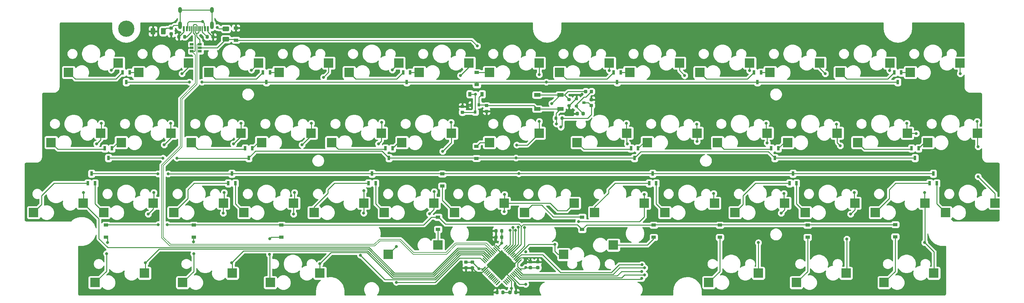
<source format=gbr>
G04 #@! TF.GenerationSoftware,KiCad,Pcbnew,5.1.9*
G04 #@! TF.CreationDate,2021-01-24T20:38:43+01:00*
G04 #@! TF.ProjectId,Shoto,53686f74-6f2e-46b6-9963-61645f706362,rev?*
G04 #@! TF.SameCoordinates,Original*
G04 #@! TF.FileFunction,Copper,L2,Bot*
G04 #@! TF.FilePolarity,Positive*
%FSLAX46Y46*%
G04 Gerber Fmt 4.6, Leading zero omitted, Abs format (unit mm)*
G04 Created by KiCad (PCBNEW 5.1.9) date 2021-01-24 20:38:43*
%MOMM*%
%LPD*%
G01*
G04 APERTURE LIST*
G04 #@! TA.AperFunction,SMDPad,CuDef*
%ADD10R,2.550000X2.500000*%
G04 #@! TD*
G04 #@! TA.AperFunction,SMDPad,CuDef*
%ADD11R,0.900000X1.200000*%
G04 #@! TD*
G04 #@! TA.AperFunction,SMDPad,CuDef*
%ADD12R,1.200000X0.900000*%
G04 #@! TD*
G04 #@! TA.AperFunction,SMDPad,CuDef*
%ADD13R,1.060000X0.650000*%
G04 #@! TD*
G04 #@! TA.AperFunction,SMDPad,CuDef*
%ADD14R,0.800000X1.200000*%
G04 #@! TD*
G04 #@! TA.AperFunction,SMDPad,CuDef*
%ADD15R,1.700000X1.000000*%
G04 #@! TD*
G04 #@! TA.AperFunction,SMDPad,CuDef*
%ADD16R,0.600000X1.450000*%
G04 #@! TD*
G04 #@! TA.AperFunction,SMDPad,CuDef*
%ADD17R,0.300000X1.450000*%
G04 #@! TD*
G04 #@! TA.AperFunction,ComponentPad*
%ADD18O,1.000000X2.100000*%
G04 #@! TD*
G04 #@! TA.AperFunction,ComponentPad*
%ADD19O,1.000000X1.600000*%
G04 #@! TD*
G04 #@! TA.AperFunction,ComponentPad*
%ADD20C,4.400000*%
G04 #@! TD*
G04 #@! TA.AperFunction,SMDPad,CuDef*
%ADD21R,0.800000X0.900000*%
G04 #@! TD*
G04 #@! TA.AperFunction,SMDPad,CuDef*
%ADD22R,0.900000X0.800000*%
G04 #@! TD*
G04 #@! TA.AperFunction,ViaPad*
%ADD23C,0.800000*%
G04 #@! TD*
G04 #@! TA.AperFunction,Conductor*
%ADD24C,0.250000*%
G04 #@! TD*
G04 #@! TA.AperFunction,Conductor*
%ADD25C,0.200000*%
G04 #@! TD*
G04 #@! TA.AperFunction,Conductor*
%ADD26C,0.254000*%
G04 #@! TD*
G04 #@! TA.AperFunction,Conductor*
%ADD27C,0.100000*%
G04 #@! TD*
G04 APERTURE END LIST*
D10*
X175517000Y-92460000D03*
X188967000Y-89920000D03*
X228237000Y-97540000D03*
X214787000Y-100080000D03*
X251987000Y-97540000D03*
X238537000Y-100080000D03*
X275737000Y-97540000D03*
X262287000Y-100080000D03*
X292360000Y-78540000D03*
X278910000Y-81080000D03*
X273360000Y-78540000D03*
X259910000Y-81080000D03*
X254360000Y-78540000D03*
X240910000Y-81080000D03*
X235360000Y-78540000D03*
X221910000Y-81080000D03*
X216360000Y-78540000D03*
X202910000Y-81080000D03*
X197360000Y-78540000D03*
X183910000Y-81080000D03*
X178360000Y-78540000D03*
X164910000Y-81080000D03*
X61987000Y-97540000D03*
X48537000Y-100080000D03*
X85737000Y-97540000D03*
X72287000Y-100080000D03*
X109487000Y-97540000D03*
X96037000Y-100080000D03*
X128017000Y-92460000D03*
X141467000Y-89920000D03*
X159360000Y-78540000D03*
X145910000Y-81080000D03*
X140360000Y-78540000D03*
X126910000Y-81080000D03*
X121360000Y-78540000D03*
X107910000Y-81080000D03*
X102360000Y-78540000D03*
X88910000Y-81080000D03*
X83360000Y-78540000D03*
X69910000Y-81080000D03*
X64360000Y-78540000D03*
X50910000Y-81080000D03*
X45360000Y-78540000D03*
X31910000Y-81080000D03*
X50110000Y-59540000D03*
X36660000Y-62080000D03*
X69110000Y-59540000D03*
X55660000Y-62080000D03*
X88110000Y-59540000D03*
X74660000Y-62080000D03*
X107110000Y-59540000D03*
X93660000Y-62080000D03*
X126110000Y-59540000D03*
X112660000Y-62080000D03*
X145110000Y-59540000D03*
X131660000Y-62080000D03*
X168860000Y-59540000D03*
X155410000Y-62080000D03*
X192610000Y-59540000D03*
X179160000Y-62080000D03*
X211610000Y-59540000D03*
X198160000Y-62080000D03*
X230610000Y-59540000D03*
X217160000Y-62080000D03*
X249610000Y-59540000D03*
X236160000Y-62080000D03*
X268610000Y-59540000D03*
X255160000Y-62080000D03*
X287610000Y-59540000D03*
X274160000Y-62080000D03*
X282860000Y-40540000D03*
X269410000Y-43080000D03*
X263860000Y-40540000D03*
X250410000Y-43080000D03*
X244860000Y-40540000D03*
X231410000Y-43080000D03*
X225860000Y-40540000D03*
X212410000Y-43080000D03*
X54860000Y-40540000D03*
X41410000Y-43080000D03*
X73860000Y-40540000D03*
X60410000Y-43080000D03*
X92860000Y-40540000D03*
X79410000Y-43080000D03*
X111860000Y-40540000D03*
X98410000Y-43080000D03*
X130860000Y-40540000D03*
X117410000Y-43080000D03*
X149860000Y-40540000D03*
X136410000Y-43080000D03*
X168860000Y-40540000D03*
X155410000Y-43080000D03*
X187860000Y-40540000D03*
X174410000Y-43080000D03*
X206860000Y-40540000D03*
X193410000Y-43080000D03*
D11*
X153405800Y-48973160D03*
X150105800Y-48973160D03*
D12*
X86731800Y-31003660D03*
X86731800Y-34303660D03*
G04 #@! TA.AperFunction,SMDPad,CuDef*
G36*
G01*
X84626300Y-31878660D02*
X83376300Y-31878660D01*
G75*
G02*
X83126300Y-31628660I0J250000D01*
G01*
X83126300Y-30878660D01*
G75*
G02*
X83376300Y-30628660I250000J0D01*
G01*
X84626300Y-30628660D01*
G75*
G02*
X84876300Y-30878660I0J-250000D01*
G01*
X84876300Y-31628660D01*
G75*
G02*
X84626300Y-31878660I-250000J0D01*
G01*
G37*
G04 #@! TD.AperFunction*
G04 #@! TA.AperFunction,SMDPad,CuDef*
G36*
G01*
X84626300Y-34678660D02*
X83376300Y-34678660D01*
G75*
G02*
X83126300Y-34428660I0J250000D01*
G01*
X83126300Y-33678660D01*
G75*
G02*
X83376300Y-33428660I250000J0D01*
G01*
X84626300Y-33428660D01*
G75*
G02*
X84876300Y-33678660I0J-250000D01*
G01*
X84876300Y-34428660D01*
G75*
G02*
X84626300Y-34678660I-250000J0D01*
G01*
G37*
G04 #@! TD.AperFunction*
D13*
X76973300Y-36400160D03*
X76973300Y-37350160D03*
X76973300Y-35450160D03*
X74773300Y-35450160D03*
X74773300Y-36400160D03*
X74773300Y-37350160D03*
D14*
X274665800Y-73133160D03*
X275615800Y-70533160D03*
X276565800Y-73133160D03*
D15*
X168338800Y-52972660D03*
X174638800Y-52972660D03*
X168338800Y-49172660D03*
X174638800Y-49172660D03*
D16*
X79147200Y-31224600D03*
X78347200Y-31224600D03*
X73447200Y-31224600D03*
X72647200Y-31224600D03*
X72647200Y-31224600D03*
X73447200Y-31224600D03*
X78347200Y-31224600D03*
X79147200Y-31224600D03*
D17*
X74147200Y-31224600D03*
X74647200Y-31224600D03*
X75147200Y-31224600D03*
X76147200Y-31224600D03*
X76647200Y-31224600D03*
X77147200Y-31224600D03*
X77647200Y-31224600D03*
X75647200Y-31224600D03*
D18*
X80217200Y-30309600D03*
X71577200Y-30309600D03*
D19*
X71577200Y-26129600D03*
X80217200Y-26129600D03*
D20*
X57013800Y-31193160D03*
G04 #@! TA.AperFunction,SMDPad,CuDef*
G36*
G01*
X66424800Y-32516660D02*
X66424800Y-31266660D01*
G75*
G02*
X66674800Y-31016660I250000J0D01*
G01*
X67424800Y-31016660D01*
G75*
G02*
X67674800Y-31266660I0J-250000D01*
G01*
X67674800Y-32516660D01*
G75*
G02*
X67424800Y-32766660I-250000J0D01*
G01*
X66674800Y-32766660D01*
G75*
G02*
X66424800Y-32516660I0J250000D01*
G01*
G37*
G04 #@! TD.AperFunction*
G04 #@! TA.AperFunction,SMDPad,CuDef*
G36*
G01*
X63624800Y-32516660D02*
X63624800Y-31266660D01*
G75*
G02*
X63874800Y-31016660I250000J0D01*
G01*
X64624800Y-31016660D01*
G75*
G02*
X64874800Y-31266660I0J-250000D01*
G01*
X64874800Y-32516660D01*
G75*
G02*
X64624800Y-32766660I-250000J0D01*
G01*
X63874800Y-32766660D01*
G75*
G02*
X63624800Y-32516660I0J250000D01*
G01*
G37*
G04 #@! TD.AperFunction*
D14*
X57956180Y-43080840D03*
X57006180Y-45680840D03*
X56056180Y-43080840D03*
X95956180Y-43080840D03*
X95006180Y-45680840D03*
X94056180Y-43080840D03*
X133956180Y-43080840D03*
X133006180Y-45680840D03*
X132056180Y-43080840D03*
X190956180Y-43080840D03*
X190006180Y-45680840D03*
X189056180Y-43080840D03*
X228956180Y-43080840D03*
X228006180Y-45680840D03*
X227056180Y-43080840D03*
X266956180Y-43080840D03*
X266006180Y-45680840D03*
X265056180Y-43080840D03*
X53137800Y-63675160D03*
X52187800Y-66275160D03*
X51237800Y-63675160D03*
X91137800Y-63675160D03*
X90187800Y-66275160D03*
X89237800Y-63675160D03*
X129137800Y-63675160D03*
X128187800Y-66275160D03*
X127237800Y-63675160D03*
X195637800Y-63675160D03*
X194687800Y-66275160D03*
X193737800Y-63675160D03*
X233637800Y-63675160D03*
X232687800Y-66275160D03*
X231737800Y-63675160D03*
X271637800Y-63675160D03*
X270687800Y-66275160D03*
X269737800Y-63675160D03*
X46665800Y-73133160D03*
X47615800Y-70533160D03*
X48565800Y-73133160D03*
X84665800Y-73133160D03*
X85615800Y-70533160D03*
X86565800Y-73133160D03*
X122665800Y-73133160D03*
X123615800Y-70533160D03*
X124565800Y-73133160D03*
X198665800Y-73133160D03*
X199615800Y-70533160D03*
X200565800Y-73133160D03*
X236665800Y-73133160D03*
X237615800Y-70533160D03*
X238565800Y-73133160D03*
D21*
X150615300Y-51846660D03*
X152515300Y-51846660D03*
X151565300Y-53846660D03*
G04 #@! TA.AperFunction,SMDPad,CuDef*
G36*
G01*
X168756250Y-94900000D02*
X168243750Y-94900000D01*
G75*
G02*
X168025000Y-94681250I0J218750D01*
G01*
X168025000Y-94243750D01*
G75*
G02*
X168243750Y-94025000I218750J0D01*
G01*
X168756250Y-94025000D01*
G75*
G02*
X168975000Y-94243750I0J-218750D01*
G01*
X168975000Y-94681250D01*
G75*
G02*
X168756250Y-94900000I-218750J0D01*
G01*
G37*
G04 #@! TD.AperFunction*
G04 #@! TA.AperFunction,SMDPad,CuDef*
G36*
G01*
X168756250Y-96475000D02*
X168243750Y-96475000D01*
G75*
G02*
X168025000Y-96256250I0J218750D01*
G01*
X168025000Y-95818750D01*
G75*
G02*
X168243750Y-95600000I218750J0D01*
G01*
X168756250Y-95600000D01*
G75*
G02*
X168975000Y-95818750I0J-218750D01*
G01*
X168975000Y-96256250D01*
G75*
G02*
X168756250Y-96475000I-218750J0D01*
G01*
G37*
G04 #@! TD.AperFunction*
G04 #@! TA.AperFunction,SMDPad,CuDef*
G36*
G01*
X150503550Y-95678160D02*
X151016050Y-95678160D01*
G75*
G02*
X151234800Y-95896910I0J-218750D01*
G01*
X151234800Y-96334410D01*
G75*
G02*
X151016050Y-96553160I-218750J0D01*
G01*
X150503550Y-96553160D01*
G75*
G02*
X150284800Y-96334410I0J218750D01*
G01*
X150284800Y-95896910D01*
G75*
G02*
X150503550Y-95678160I218750J0D01*
G01*
G37*
G04 #@! TD.AperFunction*
G04 #@! TA.AperFunction,SMDPad,CuDef*
G36*
G01*
X150503550Y-94103160D02*
X151016050Y-94103160D01*
G75*
G02*
X151234800Y-94321910I0J-218750D01*
G01*
X151234800Y-94759410D01*
G75*
G02*
X151016050Y-94978160I-218750J0D01*
G01*
X150503550Y-94978160D01*
G75*
G02*
X150284800Y-94759410I0J218750D01*
G01*
X150284800Y-94321910D01*
G75*
G02*
X150503550Y-94103160I218750J0D01*
G01*
G37*
G04 #@! TD.AperFunction*
G04 #@! TA.AperFunction,SMDPad,CuDef*
G36*
G01*
X159183242Y-85812910D02*
X159183242Y-86325410D01*
G75*
G02*
X158964492Y-86544160I-218750J0D01*
G01*
X158526992Y-86544160D01*
G75*
G02*
X158308242Y-86325410I0J218750D01*
G01*
X158308242Y-85812910D01*
G75*
G02*
X158526992Y-85594160I218750J0D01*
G01*
X158964492Y-85594160D01*
G75*
G02*
X159183242Y-85812910I0J-218750D01*
G01*
G37*
G04 #@! TD.AperFunction*
G04 #@! TA.AperFunction,SMDPad,CuDef*
G36*
G01*
X157608242Y-85812910D02*
X157608242Y-86325410D01*
G75*
G02*
X157389492Y-86544160I-218750J0D01*
G01*
X156951992Y-86544160D01*
G75*
G02*
X156733242Y-86325410I0J218750D01*
G01*
X156733242Y-85812910D01*
G75*
G02*
X156951992Y-85594160I218750J0D01*
G01*
X157389492Y-85594160D01*
G75*
G02*
X157608242Y-85812910I0J-218750D01*
G01*
G37*
G04 #@! TD.AperFunction*
G04 #@! TA.AperFunction,SMDPad,CuDef*
G36*
G01*
X160525000Y-103006250D02*
X160525000Y-102493750D01*
G75*
G02*
X160743750Y-102275000I218750J0D01*
G01*
X161181250Y-102275000D01*
G75*
G02*
X161400000Y-102493750I0J-218750D01*
G01*
X161400000Y-103006250D01*
G75*
G02*
X161181250Y-103225000I-218750J0D01*
G01*
X160743750Y-103225000D01*
G75*
G02*
X160525000Y-103006250I0J218750D01*
G01*
G37*
G04 #@! TD.AperFunction*
G04 #@! TA.AperFunction,SMDPad,CuDef*
G36*
G01*
X162100000Y-103006250D02*
X162100000Y-102493750D01*
G75*
G02*
X162318750Y-102275000I218750J0D01*
G01*
X162756250Y-102275000D01*
G75*
G02*
X162975000Y-102493750I0J-218750D01*
G01*
X162975000Y-103006250D01*
G75*
G02*
X162756250Y-103225000I-218750J0D01*
G01*
X162318750Y-103225000D01*
G75*
G02*
X162100000Y-103006250I0J218750D01*
G01*
G37*
G04 #@! TD.AperFunction*
G04 #@! TA.AperFunction,SMDPad,CuDef*
G36*
G01*
X69462050Y-33053160D02*
X68949550Y-33053160D01*
G75*
G02*
X68730800Y-32834410I0J218750D01*
G01*
X68730800Y-32396910D01*
G75*
G02*
X68949550Y-32178160I218750J0D01*
G01*
X69462050Y-32178160D01*
G75*
G02*
X69680800Y-32396910I0J-218750D01*
G01*
X69680800Y-32834410D01*
G75*
G02*
X69462050Y-33053160I-218750J0D01*
G01*
G37*
G04 #@! TD.AperFunction*
G04 #@! TA.AperFunction,SMDPad,CuDef*
G36*
G01*
X69462050Y-31478160D02*
X68949550Y-31478160D01*
G75*
G02*
X68730800Y-31259410I0J218750D01*
G01*
X68730800Y-30821910D01*
G75*
G02*
X68949550Y-30603160I218750J0D01*
G01*
X69462050Y-30603160D01*
G75*
G02*
X69680800Y-30821910I0J-218750D01*
G01*
X69680800Y-31259410D01*
G75*
G02*
X69462050Y-31478160I-218750J0D01*
G01*
G37*
G04 #@! TD.AperFunction*
G04 #@! TA.AperFunction,SMDPad,CuDef*
G36*
G01*
X159183243Y-87521206D02*
X159183243Y-88033706D01*
G75*
G02*
X158964493Y-88252456I-218750J0D01*
G01*
X158526993Y-88252456D01*
G75*
G02*
X158308243Y-88033706I0J218750D01*
G01*
X158308243Y-87521206D01*
G75*
G02*
X158526993Y-87302456I218750J0D01*
G01*
X158964493Y-87302456D01*
G75*
G02*
X159183243Y-87521206I0J-218750D01*
G01*
G37*
G04 #@! TD.AperFunction*
G04 #@! TA.AperFunction,SMDPad,CuDef*
G36*
G01*
X157608243Y-87521206D02*
X157608243Y-88033706D01*
G75*
G02*
X157389493Y-88252456I-218750J0D01*
G01*
X156951993Y-88252456D01*
G75*
G02*
X156733243Y-88033706I0J218750D01*
G01*
X156733243Y-87521206D01*
G75*
G02*
X156951993Y-87302456I218750J0D01*
G01*
X157389493Y-87302456D01*
G75*
G02*
X157608243Y-87521206I0J-218750D01*
G01*
G37*
G04 #@! TD.AperFunction*
G04 #@! TA.AperFunction,SMDPad,CuDef*
G36*
G01*
X157900000Y-102493750D02*
X157900000Y-103006250D01*
G75*
G02*
X157681250Y-103225000I-218750J0D01*
G01*
X157243750Y-103225000D01*
G75*
G02*
X157025000Y-103006250I0J218750D01*
G01*
X157025000Y-102493750D01*
G75*
G02*
X157243750Y-102275000I218750J0D01*
G01*
X157681250Y-102275000D01*
G75*
G02*
X157900000Y-102493750I0J-218750D01*
G01*
G37*
G04 #@! TD.AperFunction*
G04 #@! TA.AperFunction,SMDPad,CuDef*
G36*
G01*
X159475000Y-102493750D02*
X159475000Y-103006250D01*
G75*
G02*
X159256250Y-103225000I-218750J0D01*
G01*
X158818750Y-103225000D01*
G75*
G02*
X158600000Y-103006250I0J218750D01*
G01*
X158600000Y-102493750D01*
G75*
G02*
X158818750Y-102275000I218750J0D01*
G01*
X159256250Y-102275000D01*
G75*
G02*
X159475000Y-102493750I0J-218750D01*
G01*
G37*
G04 #@! TD.AperFunction*
G04 #@! TA.AperFunction,SMDPad,CuDef*
G36*
G01*
X148789050Y-95678160D02*
X149301550Y-95678160D01*
G75*
G02*
X149520300Y-95896910I0J-218750D01*
G01*
X149520300Y-96334410D01*
G75*
G02*
X149301550Y-96553160I-218750J0D01*
G01*
X148789050Y-96553160D01*
G75*
G02*
X148570300Y-96334410I0J218750D01*
G01*
X148570300Y-95896910D01*
G75*
G02*
X148789050Y-95678160I218750J0D01*
G01*
G37*
G04 #@! TD.AperFunction*
G04 #@! TA.AperFunction,SMDPad,CuDef*
G36*
G01*
X148789050Y-94103160D02*
X149301550Y-94103160D01*
G75*
G02*
X149520300Y-94321910I0J-218750D01*
G01*
X149520300Y-94759410D01*
G75*
G02*
X149301550Y-94978160I-218750J0D01*
G01*
X148789050Y-94978160D01*
G75*
G02*
X148570300Y-94759410I0J218750D01*
G01*
X148570300Y-94321910D01*
G75*
G02*
X148789050Y-94103160I218750J0D01*
G01*
G37*
G04 #@! TD.AperFunction*
G04 #@! TA.AperFunction,SMDPad,CuDef*
G36*
G01*
X148329050Y-54325660D02*
X147816550Y-54325660D01*
G75*
G02*
X147597800Y-54106910I0J218750D01*
G01*
X147597800Y-53669410D01*
G75*
G02*
X147816550Y-53450660I218750J0D01*
G01*
X148329050Y-53450660D01*
G75*
G02*
X148547800Y-53669410I0J-218750D01*
G01*
X148547800Y-54106910D01*
G75*
G02*
X148329050Y-54325660I-218750J0D01*
G01*
G37*
G04 #@! TD.AperFunction*
G04 #@! TA.AperFunction,SMDPad,CuDef*
G36*
G01*
X148329050Y-52750660D02*
X147816550Y-52750660D01*
G75*
G02*
X147597800Y-52531910I0J218750D01*
G01*
X147597800Y-52094410D01*
G75*
G02*
X147816550Y-51875660I218750J0D01*
G01*
X148329050Y-51875660D01*
G75*
G02*
X148547800Y-52094410I0J-218750D01*
G01*
X148547800Y-52531910D01*
G75*
G02*
X148329050Y-52750660I-218750J0D01*
G01*
G37*
G04 #@! TD.AperFunction*
G04 #@! TA.AperFunction,SMDPad,CuDef*
G36*
G01*
X154357050Y-53196660D02*
X154869550Y-53196660D01*
G75*
G02*
X155088300Y-53415410I0J-218750D01*
G01*
X155088300Y-53852910D01*
G75*
G02*
X154869550Y-54071660I-218750J0D01*
G01*
X154357050Y-54071660D01*
G75*
G02*
X154138300Y-53852910I0J218750D01*
G01*
X154138300Y-53415410D01*
G75*
G02*
X154357050Y-53196660I218750J0D01*
G01*
G37*
G04 #@! TD.AperFunction*
G04 #@! TA.AperFunction,SMDPad,CuDef*
G36*
G01*
X154357050Y-51621660D02*
X154869550Y-51621660D01*
G75*
G02*
X155088300Y-51840410I0J-218750D01*
G01*
X155088300Y-52277910D01*
G75*
G02*
X154869550Y-52496660I-218750J0D01*
G01*
X154357050Y-52496660D01*
G75*
G02*
X154138300Y-52277910I0J218750D01*
G01*
X154138300Y-51840410D01*
G75*
G02*
X154357050Y-51621660I218750J0D01*
G01*
G37*
G04 #@! TD.AperFunction*
G04 #@! TA.AperFunction,SMDPad,CuDef*
G36*
G01*
X183475000Y-47993750D02*
X183475000Y-48506250D01*
G75*
G02*
X183256250Y-48725000I-218750J0D01*
G01*
X182818750Y-48725000D01*
G75*
G02*
X182600000Y-48506250I0J218750D01*
G01*
X182600000Y-47993750D01*
G75*
G02*
X182818750Y-47775000I218750J0D01*
G01*
X183256250Y-47775000D01*
G75*
G02*
X183475000Y-47993750I0J-218750D01*
G01*
G37*
G04 #@! TD.AperFunction*
G04 #@! TA.AperFunction,SMDPad,CuDef*
G36*
G01*
X181900000Y-47993750D02*
X181900000Y-48506250D01*
G75*
G02*
X181681250Y-48725000I-218750J0D01*
G01*
X181243750Y-48725000D01*
G75*
G02*
X181025000Y-48506250I0J218750D01*
G01*
X181025000Y-47993750D01*
G75*
G02*
X181243750Y-47775000I218750J0D01*
G01*
X181681250Y-47775000D01*
G75*
G02*
X181900000Y-47993750I0J-218750D01*
G01*
G37*
G04 #@! TD.AperFunction*
G04 #@! TA.AperFunction,SMDPad,CuDef*
G36*
G01*
X183256250Y-50900000D02*
X182743750Y-50900000D01*
G75*
G02*
X182525000Y-50681250I0J218750D01*
G01*
X182525000Y-50243750D01*
G75*
G02*
X182743750Y-50025000I218750J0D01*
G01*
X183256250Y-50025000D01*
G75*
G02*
X183475000Y-50243750I0J-218750D01*
G01*
X183475000Y-50681250D01*
G75*
G02*
X183256250Y-50900000I-218750J0D01*
G01*
G37*
G04 #@! TD.AperFunction*
G04 #@! TA.AperFunction,SMDPad,CuDef*
G36*
G01*
X183256250Y-52475000D02*
X182743750Y-52475000D01*
G75*
G02*
X182525000Y-52256250I0J218750D01*
G01*
X182525000Y-51818750D01*
G75*
G02*
X182743750Y-51600000I218750J0D01*
G01*
X183256250Y-51600000D01*
G75*
G02*
X183475000Y-51818750I0J-218750D01*
G01*
X183475000Y-52256250D01*
G75*
G02*
X183256250Y-52475000I-218750J0D01*
G01*
G37*
G04 #@! TD.AperFunction*
G04 #@! TA.AperFunction,SMDPad,CuDef*
G36*
G01*
X166756250Y-94900000D02*
X166243750Y-94900000D01*
G75*
G02*
X166025000Y-94681250I0J218750D01*
G01*
X166025000Y-94243750D01*
G75*
G02*
X166243750Y-94025000I218750J0D01*
G01*
X166756250Y-94025000D01*
G75*
G02*
X166975000Y-94243750I0J-218750D01*
G01*
X166975000Y-94681250D01*
G75*
G02*
X166756250Y-94900000I-218750J0D01*
G01*
G37*
G04 #@! TD.AperFunction*
G04 #@! TA.AperFunction,SMDPad,CuDef*
G36*
G01*
X166756250Y-96475000D02*
X166243750Y-96475000D01*
G75*
G02*
X166025000Y-96256250I0J218750D01*
G01*
X166025000Y-95818750D01*
G75*
G02*
X166243750Y-95600000I218750J0D01*
G01*
X166756250Y-95600000D01*
G75*
G02*
X166975000Y-95818750I0J-218750D01*
G01*
X166975000Y-96256250D01*
G75*
G02*
X166756250Y-96475000I-218750J0D01*
G01*
G37*
G04 #@! TD.AperFunction*
G04 #@! TA.AperFunction,SMDPad,CuDef*
G36*
G01*
X70838300Y-33671910D02*
X70838300Y-33159410D01*
G75*
G02*
X71057050Y-32940660I218750J0D01*
G01*
X71494550Y-32940660D01*
G75*
G02*
X71713300Y-33159410I0J-218750D01*
G01*
X71713300Y-33671910D01*
G75*
G02*
X71494550Y-33890660I-218750J0D01*
G01*
X71057050Y-33890660D01*
G75*
G02*
X70838300Y-33671910I0J218750D01*
G01*
G37*
G04 #@! TD.AperFunction*
G04 #@! TA.AperFunction,SMDPad,CuDef*
G36*
G01*
X72413300Y-33671910D02*
X72413300Y-33159410D01*
G75*
G02*
X72632050Y-32940660I218750J0D01*
G01*
X73069550Y-32940660D01*
G75*
G02*
X73288300Y-33159410I0J-218750D01*
G01*
X73288300Y-33671910D01*
G75*
G02*
X73069550Y-33890660I-218750J0D01*
G01*
X72632050Y-33890660D01*
G75*
G02*
X72413300Y-33671910I0J218750D01*
G01*
G37*
G04 #@! TD.AperFunction*
G04 #@! TA.AperFunction,SMDPad,CuDef*
G36*
G01*
X80971800Y-33159410D02*
X80971800Y-33671910D01*
G75*
G02*
X80753050Y-33890660I-218750J0D01*
G01*
X80315550Y-33890660D01*
G75*
G02*
X80096800Y-33671910I0J218750D01*
G01*
X80096800Y-33159410D01*
G75*
G02*
X80315550Y-32940660I218750J0D01*
G01*
X80753050Y-32940660D01*
G75*
G02*
X80971800Y-33159410I0J-218750D01*
G01*
G37*
G04 #@! TD.AperFunction*
G04 #@! TA.AperFunction,SMDPad,CuDef*
G36*
G01*
X79396800Y-33159410D02*
X79396800Y-33671910D01*
G75*
G02*
X79178050Y-33890660I-218750J0D01*
G01*
X78740550Y-33890660D01*
G75*
G02*
X78521800Y-33671910I0J218750D01*
G01*
X78521800Y-33159410D01*
G75*
G02*
X78740550Y-32940660I218750J0D01*
G01*
X79178050Y-32940660D01*
G75*
G02*
X79396800Y-33159410I0J-218750D01*
G01*
G37*
G04 #@! TD.AperFunction*
G04 #@! TA.AperFunction,SMDPad,CuDef*
G36*
G01*
X180350000Y-54506250D02*
X180350000Y-53993750D01*
G75*
G02*
X180568750Y-53775000I218750J0D01*
G01*
X181006250Y-53775000D01*
G75*
G02*
X181225000Y-53993750I0J-218750D01*
G01*
X181225000Y-54506250D01*
G75*
G02*
X181006250Y-54725000I-218750J0D01*
G01*
X180568750Y-54725000D01*
G75*
G02*
X180350000Y-54506250I0J218750D01*
G01*
G37*
G04 #@! TD.AperFunction*
G04 #@! TA.AperFunction,SMDPad,CuDef*
G36*
G01*
X178775000Y-54506250D02*
X178775000Y-53993750D01*
G75*
G02*
X178993750Y-53775000I218750J0D01*
G01*
X179431250Y-53775000D01*
G75*
G02*
X179650000Y-53993750I0J-218750D01*
G01*
X179650000Y-54506250D01*
G75*
G02*
X179431250Y-54725000I-218750J0D01*
G01*
X178993750Y-54725000D01*
G75*
G02*
X178775000Y-54506250I0J218750D01*
G01*
G37*
G04 #@! TD.AperFunction*
D22*
X179000000Y-52200000D03*
X179000000Y-50300000D03*
X181000000Y-51250000D03*
G04 #@! TA.AperFunction,SMDPad,CuDef*
G36*
G01*
X174675000Y-55775000D02*
X174675000Y-55225000D01*
G75*
G02*
X174875000Y-55025000I200000J0D01*
G01*
X175275000Y-55025000D01*
G75*
G02*
X175475000Y-55225000I0J-200000D01*
G01*
X175475000Y-55775000D01*
G75*
G02*
X175275000Y-55975000I-200000J0D01*
G01*
X174875000Y-55975000D01*
G75*
G02*
X174675000Y-55775000I0J200000D01*
G01*
G37*
G04 #@! TD.AperFunction*
G04 #@! TA.AperFunction,SMDPad,CuDef*
G36*
G01*
X173025000Y-55775000D02*
X173025000Y-55225000D01*
G75*
G02*
X173225000Y-55025000I200000J0D01*
G01*
X173625000Y-55025000D01*
G75*
G02*
X173825000Y-55225000I0J-200000D01*
G01*
X173825000Y-55775000D01*
G75*
G02*
X173625000Y-55975000I-200000J0D01*
G01*
X173225000Y-55975000D01*
G75*
G02*
X173025000Y-55775000I0J200000D01*
G01*
G37*
G04 #@! TD.AperFunction*
G04 #@! TA.AperFunction,SMDPad,CuDef*
G36*
G01*
X177275000Y-52475000D02*
X176725000Y-52475000D01*
G75*
G02*
X176525000Y-52275000I0J200000D01*
G01*
X176525000Y-51875000D01*
G75*
G02*
X176725000Y-51675000I200000J0D01*
G01*
X177275000Y-51675000D01*
G75*
G02*
X177475000Y-51875000I0J-200000D01*
G01*
X177475000Y-52275000D01*
G75*
G02*
X177275000Y-52475000I-200000J0D01*
G01*
G37*
G04 #@! TD.AperFunction*
G04 #@! TA.AperFunction,SMDPad,CuDef*
G36*
G01*
X177275000Y-50825000D02*
X176725000Y-50825000D01*
G75*
G02*
X176525000Y-50625000I0J200000D01*
G01*
X176525000Y-50225000D01*
G75*
G02*
X176725000Y-50025000I200000J0D01*
G01*
X177275000Y-50025000D01*
G75*
G02*
X177475000Y-50225000I0J-200000D01*
G01*
X177475000Y-50625000D01*
G75*
G02*
X177275000Y-50825000I-200000J0D01*
G01*
G37*
G04 #@! TD.AperFunction*
D12*
X151959000Y-43100000D03*
X151959000Y-46400000D03*
X151882800Y-66400000D03*
X151882800Y-63100000D03*
X142611800Y-73900000D03*
X142611800Y-70600000D03*
X180500000Y-82350000D03*
X180500000Y-85650000D03*
X51556000Y-84506000D03*
X51556000Y-87806000D03*
X75306000Y-87806000D03*
X75306000Y-84506000D03*
X99056000Y-84506000D03*
X99056000Y-87806000D03*
X141468800Y-85650000D03*
X141468800Y-82350000D03*
X199888800Y-84506000D03*
X199888800Y-87806000D03*
X217821200Y-87806000D03*
X217821200Y-84506000D03*
X241571200Y-84506000D03*
X241571200Y-87806000D03*
X265321200Y-84350000D03*
X265321200Y-87650000D03*
G04 #@! TA.AperFunction,SMDPad,CuDef*
G36*
G01*
X164158240Y-96783395D02*
X164052174Y-96889461D01*
G75*
G02*
X163946108Y-96889461I-53033J53033D01*
G01*
X163009192Y-95952545D01*
G75*
G02*
X163009192Y-95846479I53033J53033D01*
G01*
X163115258Y-95740413D01*
G75*
G02*
X163221324Y-95740413I53033J-53033D01*
G01*
X164158240Y-96677329D01*
G75*
G02*
X164158240Y-96783395I-53033J-53033D01*
G01*
G37*
G04 #@! TD.AperFunction*
G04 #@! TA.AperFunction,SMDPad,CuDef*
G36*
G01*
X163804686Y-97136949D02*
X163698620Y-97243015D01*
G75*
G02*
X163592554Y-97243015I-53033J53033D01*
G01*
X162655638Y-96306099D01*
G75*
G02*
X162655638Y-96200033I53033J53033D01*
G01*
X162761704Y-96093967D01*
G75*
G02*
X162867770Y-96093967I53033J-53033D01*
G01*
X163804686Y-97030883D01*
G75*
G02*
X163804686Y-97136949I-53033J-53033D01*
G01*
G37*
G04 #@! TD.AperFunction*
G04 #@! TA.AperFunction,SMDPad,CuDef*
G36*
G01*
X163451133Y-97490502D02*
X163345067Y-97596568D01*
G75*
G02*
X163239001Y-97596568I-53033J53033D01*
G01*
X162302085Y-96659652D01*
G75*
G02*
X162302085Y-96553586I53033J53033D01*
G01*
X162408151Y-96447520D01*
G75*
G02*
X162514217Y-96447520I53033J-53033D01*
G01*
X163451133Y-97384436D01*
G75*
G02*
X163451133Y-97490502I-53033J-53033D01*
G01*
G37*
G04 #@! TD.AperFunction*
G04 #@! TA.AperFunction,SMDPad,CuDef*
G36*
G01*
X163097579Y-97844056D02*
X162991513Y-97950122D01*
G75*
G02*
X162885447Y-97950122I-53033J53033D01*
G01*
X161948531Y-97013206D01*
G75*
G02*
X161948531Y-96907140I53033J53033D01*
G01*
X162054597Y-96801074D01*
G75*
G02*
X162160663Y-96801074I53033J-53033D01*
G01*
X163097579Y-97737990D01*
G75*
G02*
X163097579Y-97844056I-53033J-53033D01*
G01*
G37*
G04 #@! TD.AperFunction*
G04 #@! TA.AperFunction,SMDPad,CuDef*
G36*
G01*
X162744026Y-98197609D02*
X162637960Y-98303675D01*
G75*
G02*
X162531894Y-98303675I-53033J53033D01*
G01*
X161594978Y-97366759D01*
G75*
G02*
X161594978Y-97260693I53033J53033D01*
G01*
X161701044Y-97154627D01*
G75*
G02*
X161807110Y-97154627I53033J-53033D01*
G01*
X162744026Y-98091543D01*
G75*
G02*
X162744026Y-98197609I-53033J-53033D01*
G01*
G37*
G04 #@! TD.AperFunction*
G04 #@! TA.AperFunction,SMDPad,CuDef*
G36*
G01*
X162390473Y-98551162D02*
X162284407Y-98657228D01*
G75*
G02*
X162178341Y-98657228I-53033J53033D01*
G01*
X161241425Y-97720312D01*
G75*
G02*
X161241425Y-97614246I53033J53033D01*
G01*
X161347491Y-97508180D01*
G75*
G02*
X161453557Y-97508180I53033J-53033D01*
G01*
X162390473Y-98445096D01*
G75*
G02*
X162390473Y-98551162I-53033J-53033D01*
G01*
G37*
G04 #@! TD.AperFunction*
G04 #@! TA.AperFunction,SMDPad,CuDef*
G36*
G01*
X162036919Y-98904716D02*
X161930853Y-99010782D01*
G75*
G02*
X161824787Y-99010782I-53033J53033D01*
G01*
X160887871Y-98073866D01*
G75*
G02*
X160887871Y-97967800I53033J53033D01*
G01*
X160993937Y-97861734D01*
G75*
G02*
X161100003Y-97861734I53033J-53033D01*
G01*
X162036919Y-98798650D01*
G75*
G02*
X162036919Y-98904716I-53033J-53033D01*
G01*
G37*
G04 #@! TD.AperFunction*
G04 #@! TA.AperFunction,SMDPad,CuDef*
G36*
G01*
X161683366Y-99258269D02*
X161577300Y-99364335D01*
G75*
G02*
X161471234Y-99364335I-53033J53033D01*
G01*
X160534318Y-98427419D01*
G75*
G02*
X160534318Y-98321353I53033J53033D01*
G01*
X160640384Y-98215287D01*
G75*
G02*
X160746450Y-98215287I53033J-53033D01*
G01*
X161683366Y-99152203D01*
G75*
G02*
X161683366Y-99258269I-53033J-53033D01*
G01*
G37*
G04 #@! TD.AperFunction*
G04 #@! TA.AperFunction,SMDPad,CuDef*
G36*
G01*
X161329813Y-99611822D02*
X161223747Y-99717888D01*
G75*
G02*
X161117681Y-99717888I-53033J53033D01*
G01*
X160180765Y-98780972D01*
G75*
G02*
X160180765Y-98674906I53033J53033D01*
G01*
X160286831Y-98568840D01*
G75*
G02*
X160392897Y-98568840I53033J-53033D01*
G01*
X161329813Y-99505756D01*
G75*
G02*
X161329813Y-99611822I-53033J-53033D01*
G01*
G37*
G04 #@! TD.AperFunction*
G04 #@! TA.AperFunction,SMDPad,CuDef*
G36*
G01*
X160976259Y-99965376D02*
X160870193Y-100071442D01*
G75*
G02*
X160764127Y-100071442I-53033J53033D01*
G01*
X159827211Y-99134526D01*
G75*
G02*
X159827211Y-99028460I53033J53033D01*
G01*
X159933277Y-98922394D01*
G75*
G02*
X160039343Y-98922394I53033J-53033D01*
G01*
X160976259Y-99859310D01*
G75*
G02*
X160976259Y-99965376I-53033J-53033D01*
G01*
G37*
G04 #@! TD.AperFunction*
G04 #@! TA.AperFunction,SMDPad,CuDef*
G36*
G01*
X160622706Y-100318929D02*
X160516640Y-100424995D01*
G75*
G02*
X160410574Y-100424995I-53033J53033D01*
G01*
X159473658Y-99488079D01*
G75*
G02*
X159473658Y-99382013I53033J53033D01*
G01*
X159579724Y-99275947D01*
G75*
G02*
X159685790Y-99275947I53033J-53033D01*
G01*
X160622706Y-100212863D01*
G75*
G02*
X160622706Y-100318929I-53033J-53033D01*
G01*
G37*
G04 #@! TD.AperFunction*
G04 #@! TA.AperFunction,SMDPad,CuDef*
G36*
G01*
X160269152Y-100672483D02*
X160163086Y-100778549D01*
G75*
G02*
X160057020Y-100778549I-53033J53033D01*
G01*
X159120104Y-99841633D01*
G75*
G02*
X159120104Y-99735567I53033J53033D01*
G01*
X159226170Y-99629501D01*
G75*
G02*
X159332236Y-99629501I53033J-53033D01*
G01*
X160269152Y-100566417D01*
G75*
G02*
X160269152Y-100672483I-53033J-53033D01*
G01*
G37*
G04 #@! TD.AperFunction*
G04 #@! TA.AperFunction,SMDPad,CuDef*
G36*
G01*
X158271576Y-99841633D02*
X157334660Y-100778549D01*
G75*
G02*
X157228594Y-100778549I-53033J53033D01*
G01*
X157122528Y-100672483D01*
G75*
G02*
X157122528Y-100566417I53033J53033D01*
G01*
X158059444Y-99629501D01*
G75*
G02*
X158165510Y-99629501I53033J-53033D01*
G01*
X158271576Y-99735567D01*
G75*
G02*
X158271576Y-99841633I-53033J-53033D01*
G01*
G37*
G04 #@! TD.AperFunction*
G04 #@! TA.AperFunction,SMDPad,CuDef*
G36*
G01*
X157918022Y-99488079D02*
X156981106Y-100424995D01*
G75*
G02*
X156875040Y-100424995I-53033J53033D01*
G01*
X156768974Y-100318929D01*
G75*
G02*
X156768974Y-100212863I53033J53033D01*
G01*
X157705890Y-99275947D01*
G75*
G02*
X157811956Y-99275947I53033J-53033D01*
G01*
X157918022Y-99382013D01*
G75*
G02*
X157918022Y-99488079I-53033J-53033D01*
G01*
G37*
G04 #@! TD.AperFunction*
G04 #@! TA.AperFunction,SMDPad,CuDef*
G36*
G01*
X157564469Y-99134526D02*
X156627553Y-100071442D01*
G75*
G02*
X156521487Y-100071442I-53033J53033D01*
G01*
X156415421Y-99965376D01*
G75*
G02*
X156415421Y-99859310I53033J53033D01*
G01*
X157352337Y-98922394D01*
G75*
G02*
X157458403Y-98922394I53033J-53033D01*
G01*
X157564469Y-99028460D01*
G75*
G02*
X157564469Y-99134526I-53033J-53033D01*
G01*
G37*
G04 #@! TD.AperFunction*
G04 #@! TA.AperFunction,SMDPad,CuDef*
G36*
G01*
X157210915Y-98780972D02*
X156273999Y-99717888D01*
G75*
G02*
X156167933Y-99717888I-53033J53033D01*
G01*
X156061867Y-99611822D01*
G75*
G02*
X156061867Y-99505756I53033J53033D01*
G01*
X156998783Y-98568840D01*
G75*
G02*
X157104849Y-98568840I53033J-53033D01*
G01*
X157210915Y-98674906D01*
G75*
G02*
X157210915Y-98780972I-53033J-53033D01*
G01*
G37*
G04 #@! TD.AperFunction*
G04 #@! TA.AperFunction,SMDPad,CuDef*
G36*
G01*
X156857362Y-98427419D02*
X155920446Y-99364335D01*
G75*
G02*
X155814380Y-99364335I-53033J53033D01*
G01*
X155708314Y-99258269D01*
G75*
G02*
X155708314Y-99152203I53033J53033D01*
G01*
X156645230Y-98215287D01*
G75*
G02*
X156751296Y-98215287I53033J-53033D01*
G01*
X156857362Y-98321353D01*
G75*
G02*
X156857362Y-98427419I-53033J-53033D01*
G01*
G37*
G04 #@! TD.AperFunction*
G04 #@! TA.AperFunction,SMDPad,CuDef*
G36*
G01*
X156503809Y-98073866D02*
X155566893Y-99010782D01*
G75*
G02*
X155460827Y-99010782I-53033J53033D01*
G01*
X155354761Y-98904716D01*
G75*
G02*
X155354761Y-98798650I53033J53033D01*
G01*
X156291677Y-97861734D01*
G75*
G02*
X156397743Y-97861734I53033J-53033D01*
G01*
X156503809Y-97967800D01*
G75*
G02*
X156503809Y-98073866I-53033J-53033D01*
G01*
G37*
G04 #@! TD.AperFunction*
G04 #@! TA.AperFunction,SMDPad,CuDef*
G36*
G01*
X156150255Y-97720312D02*
X155213339Y-98657228D01*
G75*
G02*
X155107273Y-98657228I-53033J53033D01*
G01*
X155001207Y-98551162D01*
G75*
G02*
X155001207Y-98445096I53033J53033D01*
G01*
X155938123Y-97508180D01*
G75*
G02*
X156044189Y-97508180I53033J-53033D01*
G01*
X156150255Y-97614246D01*
G75*
G02*
X156150255Y-97720312I-53033J-53033D01*
G01*
G37*
G04 #@! TD.AperFunction*
G04 #@! TA.AperFunction,SMDPad,CuDef*
G36*
G01*
X155796702Y-97366759D02*
X154859786Y-98303675D01*
G75*
G02*
X154753720Y-98303675I-53033J53033D01*
G01*
X154647654Y-98197609D01*
G75*
G02*
X154647654Y-98091543I53033J53033D01*
G01*
X155584570Y-97154627D01*
G75*
G02*
X155690636Y-97154627I53033J-53033D01*
G01*
X155796702Y-97260693D01*
G75*
G02*
X155796702Y-97366759I-53033J-53033D01*
G01*
G37*
G04 #@! TD.AperFunction*
G04 #@! TA.AperFunction,SMDPad,CuDef*
G36*
G01*
X155443149Y-97013206D02*
X154506233Y-97950122D01*
G75*
G02*
X154400167Y-97950122I-53033J53033D01*
G01*
X154294101Y-97844056D01*
G75*
G02*
X154294101Y-97737990I53033J53033D01*
G01*
X155231017Y-96801074D01*
G75*
G02*
X155337083Y-96801074I53033J-53033D01*
G01*
X155443149Y-96907140D01*
G75*
G02*
X155443149Y-97013206I-53033J-53033D01*
G01*
G37*
G04 #@! TD.AperFunction*
G04 #@! TA.AperFunction,SMDPad,CuDef*
G36*
G01*
X155089595Y-96659652D02*
X154152679Y-97596568D01*
G75*
G02*
X154046613Y-97596568I-53033J53033D01*
G01*
X153940547Y-97490502D01*
G75*
G02*
X153940547Y-97384436I53033J53033D01*
G01*
X154877463Y-96447520D01*
G75*
G02*
X154983529Y-96447520I53033J-53033D01*
G01*
X155089595Y-96553586D01*
G75*
G02*
X155089595Y-96659652I-53033J-53033D01*
G01*
G37*
G04 #@! TD.AperFunction*
G04 #@! TA.AperFunction,SMDPad,CuDef*
G36*
G01*
X154736042Y-96306099D02*
X153799126Y-97243015D01*
G75*
G02*
X153693060Y-97243015I-53033J53033D01*
G01*
X153586994Y-97136949D01*
G75*
G02*
X153586994Y-97030883I53033J53033D01*
G01*
X154523910Y-96093967D01*
G75*
G02*
X154629976Y-96093967I53033J-53033D01*
G01*
X154736042Y-96200033D01*
G75*
G02*
X154736042Y-96306099I-53033J-53033D01*
G01*
G37*
G04 #@! TD.AperFunction*
G04 #@! TA.AperFunction,SMDPad,CuDef*
G36*
G01*
X154382488Y-95952545D02*
X153445572Y-96889461D01*
G75*
G02*
X153339506Y-96889461I-53033J53033D01*
G01*
X153233440Y-96783395D01*
G75*
G02*
X153233440Y-96677329I53033J53033D01*
G01*
X154170356Y-95740413D01*
G75*
G02*
X154276422Y-95740413I53033J-53033D01*
G01*
X154382488Y-95846479D01*
G75*
G02*
X154382488Y-95952545I-53033J-53033D01*
G01*
G37*
G04 #@! TD.AperFunction*
G04 #@! TA.AperFunction,SMDPad,CuDef*
G36*
G01*
X154382488Y-94785819D02*
X154276422Y-94891885D01*
G75*
G02*
X154170356Y-94891885I-53033J53033D01*
G01*
X153233440Y-93954969D01*
G75*
G02*
X153233440Y-93848903I53033J53033D01*
G01*
X153339506Y-93742837D01*
G75*
G02*
X153445572Y-93742837I53033J-53033D01*
G01*
X154382488Y-94679753D01*
G75*
G02*
X154382488Y-94785819I-53033J-53033D01*
G01*
G37*
G04 #@! TD.AperFunction*
G04 #@! TA.AperFunction,SMDPad,CuDef*
G36*
G01*
X154736042Y-94432265D02*
X154629976Y-94538331D01*
G75*
G02*
X154523910Y-94538331I-53033J53033D01*
G01*
X153586994Y-93601415D01*
G75*
G02*
X153586994Y-93495349I53033J53033D01*
G01*
X153693060Y-93389283D01*
G75*
G02*
X153799126Y-93389283I53033J-53033D01*
G01*
X154736042Y-94326199D01*
G75*
G02*
X154736042Y-94432265I-53033J-53033D01*
G01*
G37*
G04 #@! TD.AperFunction*
G04 #@! TA.AperFunction,SMDPad,CuDef*
G36*
G01*
X155089595Y-94078712D02*
X154983529Y-94184778D01*
G75*
G02*
X154877463Y-94184778I-53033J53033D01*
G01*
X153940547Y-93247862D01*
G75*
G02*
X153940547Y-93141796I53033J53033D01*
G01*
X154046613Y-93035730D01*
G75*
G02*
X154152679Y-93035730I53033J-53033D01*
G01*
X155089595Y-93972646D01*
G75*
G02*
X155089595Y-94078712I-53033J-53033D01*
G01*
G37*
G04 #@! TD.AperFunction*
G04 #@! TA.AperFunction,SMDPad,CuDef*
G36*
G01*
X155443149Y-93725158D02*
X155337083Y-93831224D01*
G75*
G02*
X155231017Y-93831224I-53033J53033D01*
G01*
X154294101Y-92894308D01*
G75*
G02*
X154294101Y-92788242I53033J53033D01*
G01*
X154400167Y-92682176D01*
G75*
G02*
X154506233Y-92682176I53033J-53033D01*
G01*
X155443149Y-93619092D01*
G75*
G02*
X155443149Y-93725158I-53033J-53033D01*
G01*
G37*
G04 #@! TD.AperFunction*
G04 #@! TA.AperFunction,SMDPad,CuDef*
G36*
G01*
X155796702Y-93371605D02*
X155690636Y-93477671D01*
G75*
G02*
X155584570Y-93477671I-53033J53033D01*
G01*
X154647654Y-92540755D01*
G75*
G02*
X154647654Y-92434689I53033J53033D01*
G01*
X154753720Y-92328623D01*
G75*
G02*
X154859786Y-92328623I53033J-53033D01*
G01*
X155796702Y-93265539D01*
G75*
G02*
X155796702Y-93371605I-53033J-53033D01*
G01*
G37*
G04 #@! TD.AperFunction*
G04 #@! TA.AperFunction,SMDPad,CuDef*
G36*
G01*
X156150255Y-93018052D02*
X156044189Y-93124118D01*
G75*
G02*
X155938123Y-93124118I-53033J53033D01*
G01*
X155001207Y-92187202D01*
G75*
G02*
X155001207Y-92081136I53033J53033D01*
G01*
X155107273Y-91975070D01*
G75*
G02*
X155213339Y-91975070I53033J-53033D01*
G01*
X156150255Y-92911986D01*
G75*
G02*
X156150255Y-93018052I-53033J-53033D01*
G01*
G37*
G04 #@! TD.AperFunction*
G04 #@! TA.AperFunction,SMDPad,CuDef*
G36*
G01*
X156503809Y-92664498D02*
X156397743Y-92770564D01*
G75*
G02*
X156291677Y-92770564I-53033J53033D01*
G01*
X155354761Y-91833648D01*
G75*
G02*
X155354761Y-91727582I53033J53033D01*
G01*
X155460827Y-91621516D01*
G75*
G02*
X155566893Y-91621516I53033J-53033D01*
G01*
X156503809Y-92558432D01*
G75*
G02*
X156503809Y-92664498I-53033J-53033D01*
G01*
G37*
G04 #@! TD.AperFunction*
G04 #@! TA.AperFunction,SMDPad,CuDef*
G36*
G01*
X156857362Y-92310945D02*
X156751296Y-92417011D01*
G75*
G02*
X156645230Y-92417011I-53033J53033D01*
G01*
X155708314Y-91480095D01*
G75*
G02*
X155708314Y-91374029I53033J53033D01*
G01*
X155814380Y-91267963D01*
G75*
G02*
X155920446Y-91267963I53033J-53033D01*
G01*
X156857362Y-92204879D01*
G75*
G02*
X156857362Y-92310945I-53033J-53033D01*
G01*
G37*
G04 #@! TD.AperFunction*
G04 #@! TA.AperFunction,SMDPad,CuDef*
G36*
G01*
X157210915Y-91957392D02*
X157104849Y-92063458D01*
G75*
G02*
X156998783Y-92063458I-53033J53033D01*
G01*
X156061867Y-91126542D01*
G75*
G02*
X156061867Y-91020476I53033J53033D01*
G01*
X156167933Y-90914410D01*
G75*
G02*
X156273999Y-90914410I53033J-53033D01*
G01*
X157210915Y-91851326D01*
G75*
G02*
X157210915Y-91957392I-53033J-53033D01*
G01*
G37*
G04 #@! TD.AperFunction*
G04 #@! TA.AperFunction,SMDPad,CuDef*
G36*
G01*
X157564469Y-91603838D02*
X157458403Y-91709904D01*
G75*
G02*
X157352337Y-91709904I-53033J53033D01*
G01*
X156415421Y-90772988D01*
G75*
G02*
X156415421Y-90666922I53033J53033D01*
G01*
X156521487Y-90560856D01*
G75*
G02*
X156627553Y-90560856I53033J-53033D01*
G01*
X157564469Y-91497772D01*
G75*
G02*
X157564469Y-91603838I-53033J-53033D01*
G01*
G37*
G04 #@! TD.AperFunction*
G04 #@! TA.AperFunction,SMDPad,CuDef*
G36*
G01*
X157918022Y-91250285D02*
X157811956Y-91356351D01*
G75*
G02*
X157705890Y-91356351I-53033J53033D01*
G01*
X156768974Y-90419435D01*
G75*
G02*
X156768974Y-90313369I53033J53033D01*
G01*
X156875040Y-90207303D01*
G75*
G02*
X156981106Y-90207303I53033J-53033D01*
G01*
X157918022Y-91144219D01*
G75*
G02*
X157918022Y-91250285I-53033J-53033D01*
G01*
G37*
G04 #@! TD.AperFunction*
G04 #@! TA.AperFunction,SMDPad,CuDef*
G36*
G01*
X158271576Y-90896731D02*
X158165510Y-91002797D01*
G75*
G02*
X158059444Y-91002797I-53033J53033D01*
G01*
X157122528Y-90065881D01*
G75*
G02*
X157122528Y-89959815I53033J53033D01*
G01*
X157228594Y-89853749D01*
G75*
G02*
X157334660Y-89853749I53033J-53033D01*
G01*
X158271576Y-90790665D01*
G75*
G02*
X158271576Y-90896731I-53033J-53033D01*
G01*
G37*
G04 #@! TD.AperFunction*
G04 #@! TA.AperFunction,SMDPad,CuDef*
G36*
G01*
X160269152Y-90065881D02*
X159332236Y-91002797D01*
G75*
G02*
X159226170Y-91002797I-53033J53033D01*
G01*
X159120104Y-90896731D01*
G75*
G02*
X159120104Y-90790665I53033J53033D01*
G01*
X160057020Y-89853749D01*
G75*
G02*
X160163086Y-89853749I53033J-53033D01*
G01*
X160269152Y-89959815D01*
G75*
G02*
X160269152Y-90065881I-53033J-53033D01*
G01*
G37*
G04 #@! TD.AperFunction*
G04 #@! TA.AperFunction,SMDPad,CuDef*
G36*
G01*
X160622706Y-90419435D02*
X159685790Y-91356351D01*
G75*
G02*
X159579724Y-91356351I-53033J53033D01*
G01*
X159473658Y-91250285D01*
G75*
G02*
X159473658Y-91144219I53033J53033D01*
G01*
X160410574Y-90207303D01*
G75*
G02*
X160516640Y-90207303I53033J-53033D01*
G01*
X160622706Y-90313369D01*
G75*
G02*
X160622706Y-90419435I-53033J-53033D01*
G01*
G37*
G04 #@! TD.AperFunction*
G04 #@! TA.AperFunction,SMDPad,CuDef*
G36*
G01*
X160976259Y-90772988D02*
X160039343Y-91709904D01*
G75*
G02*
X159933277Y-91709904I-53033J53033D01*
G01*
X159827211Y-91603838D01*
G75*
G02*
X159827211Y-91497772I53033J53033D01*
G01*
X160764127Y-90560856D01*
G75*
G02*
X160870193Y-90560856I53033J-53033D01*
G01*
X160976259Y-90666922D01*
G75*
G02*
X160976259Y-90772988I-53033J-53033D01*
G01*
G37*
G04 #@! TD.AperFunction*
G04 #@! TA.AperFunction,SMDPad,CuDef*
G36*
G01*
X161329813Y-91126542D02*
X160392897Y-92063458D01*
G75*
G02*
X160286831Y-92063458I-53033J53033D01*
G01*
X160180765Y-91957392D01*
G75*
G02*
X160180765Y-91851326I53033J53033D01*
G01*
X161117681Y-90914410D01*
G75*
G02*
X161223747Y-90914410I53033J-53033D01*
G01*
X161329813Y-91020476D01*
G75*
G02*
X161329813Y-91126542I-53033J-53033D01*
G01*
G37*
G04 #@! TD.AperFunction*
G04 #@! TA.AperFunction,SMDPad,CuDef*
G36*
G01*
X161683366Y-91480095D02*
X160746450Y-92417011D01*
G75*
G02*
X160640384Y-92417011I-53033J53033D01*
G01*
X160534318Y-92310945D01*
G75*
G02*
X160534318Y-92204879I53033J53033D01*
G01*
X161471234Y-91267963D01*
G75*
G02*
X161577300Y-91267963I53033J-53033D01*
G01*
X161683366Y-91374029D01*
G75*
G02*
X161683366Y-91480095I-53033J-53033D01*
G01*
G37*
G04 #@! TD.AperFunction*
G04 #@! TA.AperFunction,SMDPad,CuDef*
G36*
G01*
X162036919Y-91833648D02*
X161100003Y-92770564D01*
G75*
G02*
X160993937Y-92770564I-53033J53033D01*
G01*
X160887871Y-92664498D01*
G75*
G02*
X160887871Y-92558432I53033J53033D01*
G01*
X161824787Y-91621516D01*
G75*
G02*
X161930853Y-91621516I53033J-53033D01*
G01*
X162036919Y-91727582D01*
G75*
G02*
X162036919Y-91833648I-53033J-53033D01*
G01*
G37*
G04 #@! TD.AperFunction*
G04 #@! TA.AperFunction,SMDPad,CuDef*
G36*
G01*
X162390473Y-92187202D02*
X161453557Y-93124118D01*
G75*
G02*
X161347491Y-93124118I-53033J53033D01*
G01*
X161241425Y-93018052D01*
G75*
G02*
X161241425Y-92911986I53033J53033D01*
G01*
X162178341Y-91975070D01*
G75*
G02*
X162284407Y-91975070I53033J-53033D01*
G01*
X162390473Y-92081136D01*
G75*
G02*
X162390473Y-92187202I-53033J-53033D01*
G01*
G37*
G04 #@! TD.AperFunction*
G04 #@! TA.AperFunction,SMDPad,CuDef*
G36*
G01*
X162744026Y-92540755D02*
X161807110Y-93477671D01*
G75*
G02*
X161701044Y-93477671I-53033J53033D01*
G01*
X161594978Y-93371605D01*
G75*
G02*
X161594978Y-93265539I53033J53033D01*
G01*
X162531894Y-92328623D01*
G75*
G02*
X162637960Y-92328623I53033J-53033D01*
G01*
X162744026Y-92434689D01*
G75*
G02*
X162744026Y-92540755I-53033J-53033D01*
G01*
G37*
G04 #@! TD.AperFunction*
G04 #@! TA.AperFunction,SMDPad,CuDef*
G36*
G01*
X163097579Y-92894308D02*
X162160663Y-93831224D01*
G75*
G02*
X162054597Y-93831224I-53033J53033D01*
G01*
X161948531Y-93725158D01*
G75*
G02*
X161948531Y-93619092I53033J53033D01*
G01*
X162885447Y-92682176D01*
G75*
G02*
X162991513Y-92682176I53033J-53033D01*
G01*
X163097579Y-92788242D01*
G75*
G02*
X163097579Y-92894308I-53033J-53033D01*
G01*
G37*
G04 #@! TD.AperFunction*
G04 #@! TA.AperFunction,SMDPad,CuDef*
G36*
G01*
X163451133Y-93247862D02*
X162514217Y-94184778D01*
G75*
G02*
X162408151Y-94184778I-53033J53033D01*
G01*
X162302085Y-94078712D01*
G75*
G02*
X162302085Y-93972646I53033J53033D01*
G01*
X163239001Y-93035730D01*
G75*
G02*
X163345067Y-93035730I53033J-53033D01*
G01*
X163451133Y-93141796D01*
G75*
G02*
X163451133Y-93247862I-53033J-53033D01*
G01*
G37*
G04 #@! TD.AperFunction*
G04 #@! TA.AperFunction,SMDPad,CuDef*
G36*
G01*
X163804686Y-93601415D02*
X162867770Y-94538331D01*
G75*
G02*
X162761704Y-94538331I-53033J53033D01*
G01*
X162655638Y-94432265D01*
G75*
G02*
X162655638Y-94326199I53033J53033D01*
G01*
X163592554Y-93389283D01*
G75*
G02*
X163698620Y-93389283I53033J-53033D01*
G01*
X163804686Y-93495349D01*
G75*
G02*
X163804686Y-93601415I-53033J-53033D01*
G01*
G37*
G04 #@! TD.AperFunction*
G04 #@! TA.AperFunction,SMDPad,CuDef*
G36*
G01*
X164158240Y-93954969D02*
X163221324Y-94891885D01*
G75*
G02*
X163115258Y-94891885I-53033J53033D01*
G01*
X163009192Y-94785819D01*
G75*
G02*
X163009192Y-94679753I53033J53033D01*
G01*
X163946108Y-93742837D01*
G75*
G02*
X164052174Y-93742837I53033J-53033D01*
G01*
X164158240Y-93848903D01*
G75*
G02*
X164158240Y-93954969I-53033J-53033D01*
G01*
G37*
G04 #@! TD.AperFunction*
D23*
X152534077Y-96314937D03*
X161323236Y-101676764D03*
X158745743Y-89379582D03*
X165249984Y-96000016D03*
X165249984Y-91749984D03*
X173500000Y-57000000D03*
X134737800Y-88787660D03*
X91430800Y-95899660D03*
X80508800Y-35193660D03*
X71275800Y-35104660D03*
X160582300Y-73039660D03*
X169916800Y-91391160D03*
X290630300Y-71261660D03*
X180500000Y-49000000D03*
X170250000Y-95250000D03*
X50282800Y-56847160D03*
X49012800Y-62435160D03*
X45456800Y-75643160D03*
X52949798Y-42432660D03*
X196650300Y-98947660D03*
X282946800Y-43385160D03*
X287518800Y-56339160D03*
X287772800Y-63197160D03*
X287772800Y-71325160D03*
X196650300Y-97042660D03*
X246370800Y-43385160D03*
X249418800Y-57101160D03*
X250434800Y-62943160D03*
X254244800Y-75643160D03*
X253228800Y-81485160D03*
X252212800Y-88279660D03*
X197412300Y-97995160D03*
X268468800Y-56847160D03*
X271008800Y-59641160D03*
X273294800Y-75643160D03*
X273294800Y-89232160D03*
X263833300Y-42559660D03*
X196713800Y-95201160D03*
X208270800Y-43893160D03*
X211572800Y-57101160D03*
X216144800Y-75897160D03*
X211636300Y-61800160D03*
X197412300Y-96090160D03*
X230368800Y-56847160D03*
X230622800Y-62181160D03*
X235194800Y-75897160D03*
X234432800Y-81231160D03*
X225860300Y-42559660D03*
X228250000Y-89250000D03*
X170796120Y-45680840D03*
X161788800Y-85104660D03*
X74158800Y-45671160D03*
X77524300Y-45671160D03*
X162580300Y-66279160D03*
X162476801Y-85930160D03*
X66983300Y-66308660D03*
X70729800Y-66308660D03*
X163342800Y-70533160D03*
X163249300Y-85081000D03*
X65586300Y-70563160D03*
X68380300Y-70563160D03*
X65649800Y-84342660D03*
X68126300Y-84342660D03*
X72126800Y-43385160D03*
X69078800Y-56847160D03*
X67300800Y-62689160D03*
X64506800Y-75643160D03*
X62982800Y-81485160D03*
X62220800Y-94693160D03*
X85588800Y-94693160D03*
X83302800Y-81231160D03*
X86096800Y-62435160D03*
X83556800Y-75643160D03*
X88128800Y-56847160D03*
X90922800Y-42432660D03*
X110480800Y-44401160D03*
X107178800Y-56847160D03*
X104638800Y-62689160D03*
X102606800Y-75643160D03*
X102352800Y-81485160D03*
X109464800Y-94947160D03*
X126228800Y-56593160D03*
X121402800Y-75135160D03*
X121339300Y-81231160D03*
X125339800Y-62435160D03*
X129086300Y-42369162D03*
X120450300Y-92650065D03*
X147564800Y-43893160D03*
X145024800Y-56593160D03*
X142738800Y-64467160D03*
X140452800Y-75389160D03*
X130165800Y-90311660D03*
X139182800Y-81421660D03*
X130165800Y-100012197D03*
X168900800Y-43639160D03*
X159502800Y-76151160D03*
X159375800Y-80850160D03*
X162804800Y-62752660D03*
X161026800Y-85930160D03*
X168900800Y-56339160D03*
X192522800Y-56847160D03*
X192776800Y-62435160D03*
X197348800Y-76151160D03*
X179568800Y-83517160D03*
X173091800Y-89740160D03*
X187887302Y-42559660D03*
X77714800Y-29224660D03*
X81715300Y-30875660D03*
X165214838Y-100535160D03*
X174750001Y-57919459D03*
X164900300Y-85104660D03*
X172250000Y-51500000D03*
X152136800Y-35892160D03*
X151628800Y-48973160D03*
X51679800Y-92216660D03*
X52000000Y-89250000D03*
X75301800Y-92280160D03*
X75250000Y-89050000D03*
X95812300Y-92407160D03*
X95875800Y-88152660D03*
D24*
X163071063Y-94830013D02*
X163071063Y-95802285D01*
X160242636Y-98630712D02*
X160585952Y-98974028D01*
X149045300Y-94540660D02*
X150759800Y-94540660D01*
X154400800Y-51846660D02*
X154613300Y-52059160D01*
X152515300Y-51846660D02*
X154400800Y-51846660D01*
X152515300Y-49863660D02*
X153405800Y-48973160D01*
X152515300Y-51846660D02*
X152515300Y-49863660D01*
X168338800Y-52972660D02*
X174638800Y-52972660D01*
X173425000Y-54186460D02*
X174638800Y-52972660D01*
X173425000Y-55500000D02*
X173425000Y-54186460D01*
X167425300Y-52059160D02*
X168338800Y-52972660D01*
X154613300Y-52059160D02*
X167425300Y-52059160D01*
X161323236Y-102389264D02*
X160962500Y-102750000D01*
X160755289Y-99143364D02*
X161323236Y-99711311D01*
X160962500Y-102750000D02*
X159037500Y-102750000D01*
X166500000Y-96037500D02*
X168500000Y-96037500D01*
X158745743Y-89379582D02*
X157697052Y-90428273D01*
X158745743Y-87777456D02*
X158745743Y-89379582D01*
X158745742Y-87777455D02*
X158745743Y-87777456D01*
X158745742Y-86069160D02*
X158745742Y-87777455D01*
X152534077Y-96314937D02*
X150759800Y-94540660D01*
X153807964Y-96314937D02*
X152534077Y-96314937D01*
X161323236Y-101676764D02*
X161323236Y-102389264D01*
X161323236Y-99711311D02*
X161323236Y-101676764D01*
X164935063Y-96314937D02*
X165249984Y-96000016D01*
X163583716Y-96314937D02*
X164935063Y-96314937D01*
X166500000Y-96037500D02*
X165287468Y-96037500D01*
X165287468Y-96037500D02*
X165249984Y-96000016D01*
X173500000Y-55575000D02*
X173425000Y-55500000D01*
X173500000Y-57000000D02*
X173500000Y-55575000D01*
X154636300Y-53657160D02*
X154613300Y-53634160D01*
X149045300Y-96115660D02*
X150759800Y-96115660D01*
X162788206Y-94476460D02*
X163131522Y-94133144D01*
X162717510Y-94476460D02*
X162788206Y-94476460D01*
X79147200Y-32028560D02*
X80534300Y-33415660D01*
X79147200Y-31224600D02*
X79147200Y-32028560D01*
X72647200Y-32044260D02*
X71275800Y-33415660D01*
X72647200Y-31224600D02*
X72647200Y-32044260D01*
D25*
X74773300Y-36400160D02*
X72571300Y-36400160D01*
X71275800Y-35104660D02*
X71275800Y-33415660D01*
X72571300Y-36400160D02*
X71275800Y-35104660D01*
X80534300Y-35168160D02*
X80508800Y-35193660D01*
X80534300Y-33415660D02*
X80534300Y-35168160D01*
D24*
X162621055Y-94572915D02*
X162550357Y-94572915D01*
X162717510Y-94476460D02*
X162621055Y-94572915D01*
X150148800Y-52313160D02*
X150615300Y-51846660D01*
X148072800Y-52313160D02*
X150148800Y-52313160D01*
X178775000Y-50300000D02*
X177000000Y-52075000D01*
X179000000Y-50300000D02*
X178775000Y-50300000D01*
X179037500Y-50262500D02*
X179000000Y-50300000D01*
X179000000Y-50300000D02*
X179000000Y-50250000D01*
X162537500Y-100218469D02*
X162537500Y-102750000D01*
X161108842Y-98789811D02*
X162537500Y-100218469D01*
X157170742Y-87777455D02*
X157170743Y-87777456D01*
X157170742Y-86069160D02*
X157170742Y-87777455D01*
X156775551Y-90213880D02*
X157343498Y-90781827D01*
X156775551Y-88172648D02*
X156775551Y-90213880D01*
X157170743Y-87777456D02*
X156775551Y-88172648D01*
X165433360Y-93395860D02*
X166500000Y-94462500D01*
X163833451Y-93395860D02*
X165433360Y-93395860D01*
X163265504Y-93963807D02*
X163833451Y-93395860D01*
X163230162Y-93963807D02*
X163265504Y-93963807D01*
X166500000Y-94462500D02*
X168500000Y-94462500D01*
X151880578Y-97236438D02*
X150759800Y-96115660D01*
X154161518Y-96668491D02*
X153593571Y-97236438D01*
X153593571Y-97236438D02*
X151880578Y-97236438D01*
X155513860Y-95316149D02*
X154161518Y-96668491D01*
X158695840Y-95316149D02*
X155513860Y-95316149D01*
X158199466Y-94819775D02*
X158199465Y-91637794D01*
X158199465Y-91637794D02*
X157343498Y-90781827D01*
X158695840Y-95316149D02*
X158199466Y-94819775D01*
X161877820Y-95316149D02*
X163230162Y-93963807D01*
X158695840Y-95316149D02*
X161877820Y-95316149D01*
X158695841Y-96376810D02*
X161108842Y-98789811D01*
X158695840Y-95316149D02*
X158695841Y-96376810D01*
X50282800Y-59367200D02*
X50110000Y-59540000D01*
X50282800Y-56847160D02*
X50282800Y-59367200D01*
X50110000Y-61337960D02*
X49012800Y-62435160D01*
X50110000Y-59540000D02*
X50110000Y-61337960D01*
X45456800Y-78443200D02*
X45360000Y-78540000D01*
X45456800Y-75643160D02*
X45456800Y-78443200D01*
X54860000Y-40540000D02*
X52967340Y-42432660D01*
X52967340Y-42432660D02*
X52949798Y-42432660D01*
X49584300Y-82764300D02*
X45360000Y-78540000D01*
X49584300Y-88152660D02*
X49584300Y-82764300D01*
X52006662Y-90575022D02*
X49584300Y-88152660D01*
X122809162Y-90575022D02*
X52006662Y-90575022D01*
X140008300Y-97487160D02*
X129721300Y-97487160D01*
X146772360Y-90723100D02*
X140008300Y-97487160D01*
X129721300Y-97487160D02*
X122809162Y-90575022D01*
X154491685Y-90723100D02*
X146772360Y-90723100D01*
X155929285Y-92160700D02*
X154491685Y-90723100D01*
X155929285Y-92196040D02*
X155929285Y-92160700D01*
X282860000Y-43298360D02*
X282946800Y-43385160D01*
X282860000Y-40540000D02*
X282860000Y-43298360D01*
X287518800Y-59448800D02*
X287610000Y-59540000D01*
X287518800Y-56339160D02*
X287518800Y-59448800D01*
X287610000Y-63034360D02*
X287772800Y-63197160D01*
X287610000Y-59540000D02*
X287610000Y-63034360D01*
X292344800Y-78524800D02*
X292360000Y-78540000D01*
X292344800Y-75897160D02*
X292344800Y-78524800D01*
X292344800Y-75897160D02*
X287772800Y-71325160D01*
X196407320Y-99190640D02*
X196650300Y-98947660D01*
X163630992Y-99190640D02*
X196407320Y-99190640D01*
X162169503Y-97729151D02*
X163630992Y-99190640D01*
X162169502Y-97729151D02*
X162169503Y-97729151D01*
X244860000Y-41874360D02*
X246370800Y-43385160D01*
X244860000Y-40540000D02*
X244860000Y-41874360D01*
X249418800Y-59348800D02*
X249610000Y-59540000D01*
X249418800Y-57101160D02*
X249418800Y-59348800D01*
X249610000Y-62118360D02*
X250434800Y-62943160D01*
X249610000Y-59540000D02*
X249610000Y-62118360D01*
X254244800Y-78424800D02*
X254360000Y-78540000D01*
X254244800Y-75643160D02*
X254244800Y-78424800D01*
X254360000Y-80353960D02*
X253228800Y-81485160D01*
X254360000Y-78540000D02*
X254360000Y-80353960D01*
X252212800Y-97314200D02*
X251987000Y-97540000D01*
X252212800Y-88279660D02*
X252212800Y-97314200D01*
X162363956Y-96509392D02*
X162434654Y-96509392D01*
X191252800Y-97042660D02*
X196650300Y-97042660D01*
X190004840Y-98290620D02*
X191252800Y-97042660D01*
X164145185Y-98290620D02*
X190004840Y-98290620D01*
X162876609Y-97022044D02*
X164145185Y-98290620D01*
X268468800Y-59398800D02*
X268610000Y-59540000D01*
X268468800Y-56847160D02*
X268468800Y-59398800D01*
X270907640Y-59540000D02*
X271008800Y-59641160D01*
X268610000Y-59540000D02*
X270907640Y-59540000D01*
X273294800Y-78474800D02*
X273360000Y-78540000D01*
X273294800Y-75643160D02*
X273294800Y-78474800D01*
X275834800Y-91772160D02*
X273294800Y-89232160D01*
X275834800Y-97442200D02*
X275834800Y-91772160D01*
X275737000Y-97540000D02*
X275834800Y-97442200D01*
X191269330Y-98740630D02*
X192014800Y-97995160D01*
X192014800Y-97995160D02*
X197412300Y-97995160D01*
X163888088Y-98740630D02*
X191269330Y-98740630D01*
X273360000Y-89166960D02*
X273294800Y-89232160D01*
X273360000Y-78540000D02*
X273360000Y-89166960D01*
X263860000Y-40540000D02*
X263860000Y-42532960D01*
X263860000Y-42532960D02*
X263833300Y-42559660D01*
X162523056Y-97375598D02*
X163888088Y-98740630D01*
X162523055Y-97375598D02*
X162523056Y-97375598D01*
X206860000Y-42482360D02*
X208270800Y-43893160D01*
X206860000Y-40540000D02*
X206860000Y-42482360D01*
X211572800Y-59502800D02*
X211610000Y-59540000D01*
X211572800Y-57101160D02*
X211572800Y-59502800D01*
X216144800Y-78324800D02*
X216360000Y-78540000D01*
X216144800Y-75897160D02*
X216144800Y-78324800D01*
X162434654Y-94122906D02*
X162970401Y-93587159D01*
X162363956Y-94122906D02*
X162434654Y-94122906D01*
X211610000Y-61773860D02*
X211636300Y-61800160D01*
X211610000Y-59540000D02*
X211610000Y-61773860D01*
X190554300Y-95201160D02*
X196713800Y-95201160D01*
X174634231Y-97315091D02*
X188440369Y-97315091D01*
X188440369Y-97315091D02*
X190554300Y-95201160D01*
X169819140Y-92500000D02*
X174634231Y-97315091D01*
X164022203Y-92500000D02*
X169819140Y-92500000D01*
X162911949Y-93610254D02*
X164022203Y-92500000D01*
X162876609Y-93610254D02*
X162911949Y-93610254D01*
X230368800Y-59298800D02*
X230610000Y-59540000D01*
X230368800Y-56847160D02*
X230368800Y-59298800D01*
X230610000Y-62168360D02*
X230622800Y-62181160D01*
X230610000Y-59540000D02*
X230610000Y-62168360D01*
X235194800Y-78374800D02*
X235360000Y-78540000D01*
X235194800Y-75897160D02*
X235194800Y-78374800D01*
X235360000Y-80303960D02*
X234432800Y-81231160D01*
X235360000Y-78540000D02*
X235360000Y-80303960D01*
X190681300Y-96090160D02*
X197412300Y-96090160D01*
X164402282Y-97840610D02*
X188930850Y-97840610D01*
X188930850Y-97840610D02*
X190681300Y-96090160D01*
X225860000Y-40540000D02*
X225860000Y-42559360D01*
X225860000Y-42559360D02*
X225860300Y-42559660D01*
X228237000Y-97540000D02*
X228237000Y-89263000D01*
X228237000Y-89263000D02*
X228250000Y-89250000D01*
X163230163Y-96668491D02*
X164402282Y-97840610D01*
X163230162Y-96668491D02*
X163230163Y-96668491D01*
X266006180Y-45680840D02*
X228006180Y-45680840D01*
X228006180Y-45680840D02*
X190006180Y-45680840D01*
X151960080Y-45680840D02*
X151959000Y-45679760D01*
X133007260Y-45679760D02*
X133006180Y-45680840D01*
X151959000Y-45679760D02*
X133007260Y-45679760D01*
X133006180Y-45680840D02*
X95006180Y-45680840D01*
X159889083Y-91648033D02*
X159959779Y-91648033D01*
X161751800Y-89785316D02*
X161751800Y-85141660D01*
X170796120Y-45680840D02*
X151960080Y-45680840D01*
X190006180Y-45680840D02*
X170796120Y-45680840D01*
X161751800Y-85141660D02*
X161788800Y-85104660D01*
X74149120Y-45680840D02*
X74158800Y-45671160D01*
X57006180Y-45680840D02*
X74149120Y-45680840D01*
X94996500Y-45671160D02*
X95006180Y-45680840D01*
X77524300Y-45671160D02*
X94996500Y-45671160D01*
X151959000Y-45681920D02*
X151960080Y-45680840D01*
X151959000Y-46400000D02*
X151959000Y-45681920D01*
X160401736Y-91135380D02*
X161751800Y-89785316D01*
X160401735Y-91135380D02*
X160401736Y-91135380D01*
X151878800Y-66275160D02*
X151882800Y-66279160D01*
X128187800Y-66275160D02*
X151878800Y-66275160D01*
X194683800Y-66279160D02*
X194687800Y-66275160D01*
X162580300Y-66279160D02*
X194683800Y-66279160D01*
X151882800Y-66279160D02*
X162580300Y-66279160D01*
X66949800Y-66275160D02*
X66983300Y-66308660D01*
X52187800Y-66275160D02*
X66949800Y-66275160D01*
X90154300Y-66308660D02*
X90187800Y-66275160D01*
X70729800Y-66308660D02*
X90154300Y-66308660D01*
X232687800Y-66275160D02*
X270687800Y-66275160D01*
X126328640Y-64416000D02*
X128187800Y-66275160D01*
X92046960Y-64416000D02*
X126328640Y-64416000D01*
X90187800Y-66275160D02*
X92046960Y-64416000D01*
X196419960Y-64543000D02*
X194687800Y-66275160D01*
X230955640Y-64543000D02*
X196419960Y-64543000D01*
X232687800Y-66275160D02*
X230955640Y-64543000D01*
X160790629Y-91488934D02*
X162476800Y-89802763D01*
X162476800Y-85930161D02*
X162476801Y-85930160D01*
X162476800Y-89802763D02*
X162476800Y-85930161D01*
X160755289Y-91488934D02*
X160790629Y-91488934D01*
X275615800Y-70533160D02*
X237615800Y-70533160D01*
X237615800Y-70533160D02*
X199615800Y-70533160D01*
X142615800Y-70533160D02*
X142611800Y-70529160D01*
X123619800Y-70529160D02*
X123615800Y-70533160D01*
X142611800Y-70529160D02*
X123619800Y-70529160D01*
X123615800Y-70533160D02*
X85615800Y-70533160D01*
X160596189Y-92355139D02*
X160666887Y-92355139D01*
X163342800Y-70533160D02*
X142615800Y-70533160D01*
X199615800Y-70533160D02*
X163342800Y-70533160D01*
X65556300Y-70533160D02*
X65586300Y-70563160D01*
X47615800Y-70533160D02*
X65556300Y-70533160D01*
X85585800Y-70563160D02*
X85615800Y-70533160D01*
X68380300Y-70563160D02*
X85585800Y-70563160D01*
X163201801Y-85128499D02*
X163249300Y-85081000D01*
X163201801Y-89749528D02*
X163201801Y-85128499D01*
X161108842Y-91842487D02*
X163201801Y-89749528D01*
X199888800Y-84356000D02*
X217821200Y-84356000D01*
X217821200Y-84356000D02*
X241571200Y-84356000D01*
X241571200Y-84356000D02*
X265321200Y-84356000D01*
X199880840Y-84363960D02*
X199888800Y-84356000D01*
X65636460Y-84356000D02*
X65649800Y-84342660D01*
X51556000Y-84356000D02*
X65636460Y-84356000D01*
X75292660Y-84342660D02*
X75306000Y-84356000D01*
X68126300Y-84342660D02*
X75292660Y-84342660D01*
X75306000Y-84356000D02*
X99056000Y-84356000D01*
X199808899Y-84426099D02*
X199888800Y-84506000D01*
X181723901Y-84426099D02*
X199808899Y-84426099D01*
X180500000Y-85650000D02*
X181723901Y-84426099D01*
X180500000Y-85650000D02*
X179229659Y-84379659D01*
X164011300Y-84920658D02*
X164011300Y-89682477D01*
X164552299Y-84379659D02*
X164011300Y-84920658D01*
X179229659Y-84379659D02*
X164552299Y-84379659D01*
X141468800Y-82350000D02*
X139650000Y-82350000D01*
X99135901Y-84426099D02*
X99056000Y-84506000D01*
X137573901Y-84426099D02*
X99135901Y-84426099D01*
X139650000Y-82350000D02*
X137573901Y-84426099D01*
X141468800Y-82350000D02*
X141600000Y-82350000D01*
X141600000Y-82350000D02*
X143500000Y-84250000D01*
X164011300Y-84769998D02*
X164011300Y-84920658D01*
X163491302Y-84250000D02*
X164011300Y-84769998D01*
X143500000Y-84250000D02*
X163491302Y-84250000D01*
X161497737Y-92196040D02*
X164011300Y-89682477D01*
X161462395Y-92196040D02*
X161497737Y-92196040D01*
X73860000Y-41651960D02*
X72126800Y-43385160D01*
X73860000Y-40540000D02*
X73860000Y-41651960D01*
X69078800Y-59508800D02*
X69110000Y-59540000D01*
X69078800Y-56847160D02*
X69078800Y-59508800D01*
X69110000Y-60879960D02*
X67300800Y-62689160D01*
X69110000Y-59540000D02*
X69110000Y-60879960D01*
X64506800Y-78393200D02*
X64360000Y-78540000D01*
X64506800Y-75643160D02*
X64506800Y-78393200D01*
X64360000Y-80107960D02*
X62982800Y-81485160D01*
X64360000Y-78540000D02*
X64360000Y-80107960D01*
X62220800Y-97306200D02*
X61987000Y-97540000D01*
X62220800Y-94693160D02*
X62220800Y-97306200D01*
X154199248Y-91173110D02*
X149497350Y-91173110D01*
X149497350Y-91173110D02*
X149469800Y-91173110D01*
X65888927Y-91025033D02*
X122622763Y-91025033D01*
X129534900Y-97937171D02*
X140194700Y-97937171D01*
X122622763Y-91025033D02*
X129534900Y-97937171D01*
X140194700Y-97937171D02*
X146958760Y-91173111D01*
X146958760Y-91173111D02*
X149497350Y-91173110D01*
X62220800Y-94693160D02*
X65888927Y-91025033D01*
X155575731Y-92549593D02*
X154199248Y-91173110D01*
X155575731Y-92549594D02*
X155575731Y-92549593D01*
X85737000Y-94841360D02*
X85588800Y-94693160D01*
X85737000Y-97540000D02*
X85737000Y-94841360D01*
X83302800Y-78597200D02*
X83360000Y-78540000D01*
X83302800Y-81231160D02*
X83302800Y-78597200D01*
X88110000Y-60421960D02*
X86096800Y-62435160D01*
X88110000Y-59540000D02*
X88110000Y-60421960D01*
X83556800Y-78343200D02*
X83360000Y-78540000D01*
X83556800Y-75643160D02*
X83556800Y-78343200D01*
X88128800Y-59521200D02*
X88110000Y-59540000D01*
X88128800Y-56847160D02*
X88128800Y-59521200D01*
X90967340Y-42432660D02*
X90922800Y-42432660D01*
X92860000Y-40540000D02*
X90967340Y-42432660D01*
X122436364Y-91475044D02*
X88806916Y-91475044D01*
X88806916Y-91475044D02*
X85588800Y-94693160D01*
X129348500Y-98387182D02*
X122436364Y-91475044D01*
X147145160Y-91623121D02*
X140381100Y-98387182D01*
X153906812Y-91623121D02*
X147145160Y-91623121D01*
X140381100Y-98387182D02*
X129348500Y-98387182D01*
X155186838Y-92903147D02*
X153906812Y-91623121D01*
X155222178Y-92903147D02*
X155186838Y-92903147D01*
X111860000Y-43021960D02*
X110480800Y-44401160D01*
X111860000Y-40540000D02*
X111860000Y-43021960D01*
X107178800Y-59471200D02*
X107110000Y-59540000D01*
X107178800Y-56847160D02*
X107178800Y-59471200D01*
X107110000Y-60217960D02*
X104638800Y-62689160D01*
X107110000Y-59540000D02*
X107110000Y-60217960D01*
X102606800Y-78293200D02*
X102360000Y-78540000D01*
X102606800Y-75643160D02*
X102606800Y-78293200D01*
X102360000Y-81477960D02*
X102352800Y-81485160D01*
X102360000Y-78540000D02*
X102360000Y-81477960D01*
X109464800Y-97517800D02*
X109487000Y-97540000D01*
X109464800Y-94947160D02*
X109464800Y-97517800D01*
X122249962Y-91925055D02*
X112486905Y-91925055D01*
X140567500Y-98837193D02*
X129162100Y-98837193D01*
X147331561Y-92073132D02*
X140567500Y-98837193D01*
X129162100Y-98837193D02*
X122249962Y-91925055D01*
X153720397Y-92073132D02*
X147331561Y-92073132D01*
X112486905Y-91925055D02*
X109464800Y-94947160D01*
X154868625Y-93221360D02*
X153720397Y-92073132D01*
X154868625Y-93256700D02*
X154868625Y-93221360D01*
X126228800Y-59421200D02*
X126110000Y-59540000D01*
X126228800Y-56593160D02*
X126228800Y-59421200D01*
X121402800Y-78497200D02*
X121360000Y-78540000D01*
X121402800Y-75135160D02*
X121402800Y-78497200D01*
X121360000Y-81210460D02*
X121339300Y-81231160D01*
X121360000Y-78540000D02*
X121360000Y-81210460D01*
X126110000Y-59540000D02*
X126110000Y-61664960D01*
X126110000Y-61664960D02*
X125339800Y-62435160D01*
X130860000Y-40540000D02*
X129086300Y-42313700D01*
X129086300Y-42313700D02*
X129086300Y-42369162D01*
X147517960Y-92523140D02*
X140753904Y-99287196D01*
X127087431Y-99287196D02*
X120450300Y-92650065D01*
X153427958Y-92523140D02*
X147517960Y-92523140D01*
X140753904Y-99287196D02*
X127087431Y-99287196D01*
X154515071Y-93610253D02*
X153427958Y-92523140D01*
X154515071Y-93610254D02*
X154515071Y-93610253D01*
X149860000Y-41597960D02*
X147564800Y-43893160D01*
X149860000Y-40540000D02*
X149860000Y-41597960D01*
X145024800Y-59454800D02*
X145110000Y-59540000D01*
X145024800Y-56593160D02*
X145024800Y-59454800D01*
X145110000Y-62095960D02*
X142738800Y-64467160D01*
X145110000Y-59540000D02*
X145110000Y-62095960D01*
X140452800Y-78447200D02*
X140360000Y-78540000D01*
X140452800Y-75389160D02*
X140452800Y-78447200D01*
X128017460Y-92460000D02*
X130165800Y-90311660D01*
X128017000Y-92460000D02*
X128017460Y-92460000D01*
X140360000Y-80244460D02*
X140360000Y-78540000D01*
X139182800Y-81421660D02*
X140360000Y-80244460D01*
X147254350Y-93423160D02*
X152913764Y-93423161D01*
X152913764Y-93423161D02*
X153807964Y-94317361D01*
X140665313Y-100012197D02*
X147254350Y-93423160D01*
X130165800Y-100012197D02*
X140665313Y-100012197D01*
X168860000Y-43598360D02*
X168900800Y-43639160D01*
X168860000Y-40540000D02*
X168860000Y-43598360D01*
X168646800Y-59326800D02*
X168860000Y-59540000D01*
X159502800Y-78397200D02*
X159360000Y-78540000D01*
X159502800Y-76151160D02*
X159502800Y-78397200D01*
X159535529Y-91294479D02*
X159606227Y-91294479D01*
X161026800Y-89838549D02*
X161026800Y-85930160D01*
X159375800Y-78555800D02*
X159360000Y-78540000D01*
X159375800Y-80850160D02*
X159375800Y-78555800D01*
X176303840Y-80596160D02*
X178360000Y-78540000D01*
X173917300Y-80596160D02*
X176303840Y-80596160D01*
X171861140Y-78540000D02*
X173917300Y-80596160D01*
X159360000Y-78540000D02*
X171861140Y-78540000D01*
X165647340Y-62752660D02*
X168860000Y-59540000D01*
X162804800Y-62752660D02*
X165647340Y-62752660D01*
X168860000Y-56379960D02*
X168900800Y-56339160D01*
X168860000Y-59540000D02*
X168860000Y-56379960D01*
X160083522Y-90781827D02*
X161026800Y-89838549D01*
X160048182Y-90781827D02*
X160083522Y-90781827D01*
X192522800Y-59452800D02*
X192610000Y-59540000D01*
X192522800Y-56847160D02*
X192522800Y-59452800D01*
X192610000Y-62268360D02*
X192776800Y-62435160D01*
X192610000Y-59540000D02*
X192610000Y-62268360D01*
X197348800Y-78528800D02*
X197360000Y-78540000D01*
X197348800Y-76151160D02*
X197348800Y-78528800D01*
X197360000Y-78540000D02*
X197360000Y-82235960D01*
X197360000Y-82235960D02*
X196078800Y-83517160D01*
X196078800Y-83517160D02*
X179568800Y-83517160D01*
X175758800Y-92218200D02*
X175517000Y-92460000D01*
X162010403Y-93769353D02*
X162081099Y-93769353D01*
X175517000Y-92460000D02*
X173992000Y-92460000D01*
X173992000Y-92460000D02*
X173091800Y-91559800D01*
X173091800Y-91559800D02*
X173091800Y-89740160D01*
X187860000Y-40540000D02*
X187860000Y-42532358D01*
X187860000Y-42532358D02*
X187887302Y-42559660D01*
X173086290Y-89745670D02*
X173091800Y-89740160D01*
X166069427Y-89745670D02*
X173086290Y-89745670D01*
X162558397Y-93256700D02*
X166069427Y-89745670D01*
X162523055Y-93256700D02*
X162558397Y-93256700D01*
X75147200Y-30264598D02*
X75425138Y-29986660D01*
X75147200Y-31224600D02*
X75147200Y-30264598D01*
X76147200Y-30264598D02*
X76147200Y-31224600D01*
X75869262Y-29986660D02*
X76147200Y-30264598D01*
X75425138Y-29986660D02*
X75869262Y-29986660D01*
X75147200Y-32321012D02*
X75147200Y-31224600D01*
X75677290Y-32851102D02*
X75147200Y-32321012D01*
X75677290Y-37226170D02*
X75677290Y-32851102D01*
X75553300Y-37350160D02*
X75677290Y-37226170D01*
X74773300Y-37350160D02*
X75553300Y-37350160D01*
D25*
X75746300Y-38323160D02*
X74773300Y-37350160D01*
X75746300Y-46051460D02*
X75746300Y-38323160D01*
X66567800Y-87928360D02*
X66567800Y-68183960D01*
X68789451Y-90150011D02*
X66567800Y-87928360D01*
X143819000Y-92407160D02*
X134800600Y-92407160D01*
X134800600Y-92407160D02*
X131143440Y-88750000D01*
X146388000Y-89838160D02*
X143819000Y-92407160D01*
X154278512Y-89838160D02*
X146388000Y-89838160D01*
X66567800Y-68183960D02*
X71647800Y-63103960D01*
X131143440Y-88750000D02*
X125750000Y-88750000D01*
X71647800Y-63103960D02*
X71647800Y-50149960D01*
X125750000Y-88750000D02*
X124349989Y-90150011D01*
X71647800Y-50149960D02*
X75746300Y-46051460D01*
X124349989Y-90150011D02*
X68789451Y-90150011D01*
X156282838Y-91842486D02*
X154278512Y-89838160D01*
X156282838Y-91842487D02*
X156282838Y-91842486D01*
D24*
X75647200Y-32184602D02*
X75862258Y-32399660D01*
X75647200Y-31224600D02*
X75647200Y-32184602D01*
X76647200Y-32184602D02*
X76647200Y-31224600D01*
X76432142Y-32399660D02*
X76647200Y-32184602D01*
X76973300Y-35450160D02*
X76973300Y-34198160D01*
X76127300Y-33352160D02*
X76127300Y-32399660D01*
X76973300Y-34198160D02*
X76127300Y-33352160D01*
X76127300Y-32399660D02*
X76432142Y-32399660D01*
X75862258Y-32399660D02*
X76127300Y-32399660D01*
D25*
X76143299Y-37915161D02*
X76143299Y-35550161D01*
X67017800Y-87741960D02*
X67017800Y-68370360D01*
X69025840Y-89750000D02*
X67017800Y-87741960D01*
X146201600Y-89388160D02*
X143690600Y-91899160D01*
X67017800Y-68370360D02*
X72097800Y-63290360D01*
X72097800Y-50336360D02*
X76161800Y-46272360D01*
X125584311Y-88349989D02*
X124184300Y-89750000D01*
X76161800Y-46272360D02*
X76161800Y-37933662D01*
X143690600Y-91899160D02*
X134858300Y-91899160D01*
X76243300Y-35450160D02*
X76973300Y-35450160D01*
X154535618Y-89388160D02*
X146201600Y-89388160D01*
X72097800Y-63290360D02*
X72097800Y-50336360D01*
X134858300Y-91899160D02*
X131309129Y-88349989D01*
X131309129Y-88349989D02*
X125584311Y-88349989D01*
X124184300Y-89750000D02*
X69025840Y-89750000D01*
X76143299Y-35550161D02*
X76243300Y-35450160D01*
X76161800Y-37933662D02*
X76143299Y-37915161D01*
X156636391Y-91488933D02*
X154535618Y-89388160D01*
X156636391Y-91488934D02*
X156636391Y-91488933D01*
D24*
X73657201Y-31014599D02*
X73657201Y-29599259D01*
X73447200Y-31224600D02*
X73657201Y-31014599D01*
X73657201Y-29599259D02*
X74031800Y-29224660D01*
X78137199Y-31014599D02*
X78137199Y-29647059D01*
X78347200Y-31224600D02*
X78137199Y-31014599D01*
X78137199Y-29647059D02*
X77714800Y-29224660D01*
X77714800Y-29224660D02*
X74031800Y-29224660D01*
X82093300Y-31253660D02*
X81715300Y-30875660D01*
X84001300Y-31253660D02*
X82093300Y-31253660D01*
X163561298Y-100535160D02*
X165214838Y-100535160D01*
X183000000Y-54500000D02*
X183000000Y-52037500D01*
X182000000Y-55500000D02*
X183000000Y-54500000D01*
X175075000Y-55500000D02*
X182000000Y-55500000D01*
X182212500Y-51250000D02*
X183000000Y-52037500D01*
X181000000Y-51250000D02*
X182212500Y-51250000D01*
X175075000Y-55500000D02*
X175075000Y-57594460D01*
X175075000Y-57594460D02*
X174750001Y-57919459D01*
X161462396Y-98436258D02*
X163561298Y-100535160D01*
X161462395Y-98436258D02*
X161462396Y-98436258D01*
X164900300Y-90172350D02*
X164900300Y-85104660D01*
X168338800Y-49172660D02*
X174638800Y-49172660D01*
X175747660Y-49172660D02*
X177000000Y-50425000D01*
X174638800Y-49172660D02*
X175747660Y-49172660D01*
X174577340Y-49172660D02*
X172250000Y-51500000D01*
X174638800Y-49172660D02*
X174577340Y-49172660D01*
X176670320Y-48250000D02*
X175747660Y-49172660D01*
X181462500Y-48250000D02*
X176670320Y-48250000D01*
X162169503Y-92903147D02*
X164900300Y-90172350D01*
X162169502Y-92903147D02*
X162169503Y-92903147D01*
X69936860Y-30309600D02*
X69205800Y-31040660D01*
X71577200Y-30309600D02*
X69936860Y-30309600D01*
X67900800Y-31040660D02*
X67049800Y-31891660D01*
X69205800Y-31040660D02*
X67900800Y-31040660D01*
X80217200Y-30309600D02*
X80217200Y-26129600D01*
X71577200Y-26129600D02*
X80217200Y-26129600D01*
X71577200Y-26129600D02*
X71577200Y-30309600D01*
X81654800Y-36400160D02*
X76973300Y-36400160D01*
X84001300Y-34053660D02*
X81654800Y-36400160D01*
X86481800Y-34053660D02*
X86731800Y-34303660D01*
X84001300Y-34053660D02*
X86481800Y-34053660D01*
X150548300Y-34303660D02*
X152136800Y-35892160D01*
X86731800Y-34303660D02*
X150548300Y-34303660D01*
X151565300Y-49036660D02*
X151628800Y-48973160D01*
X151565300Y-53846660D02*
X151565300Y-49036660D01*
X150105800Y-48973160D02*
X151628800Y-48973160D01*
X151523800Y-53888160D02*
X151565300Y-53846660D01*
X148072800Y-53888160D02*
X151523800Y-53888160D01*
X155390000Y-43100000D02*
X155410000Y-43080000D01*
X151959000Y-43100000D02*
X155390000Y-43100000D01*
X152902800Y-62080000D02*
X151882800Y-63100000D01*
X155410000Y-62080000D02*
X152902800Y-62080000D01*
X142611800Y-77781800D02*
X145910000Y-81080000D01*
X142611800Y-77781800D02*
X142611800Y-73900000D01*
X169535800Y-79072160D02*
X166917840Y-79072160D01*
X172727600Y-82263960D02*
X169535800Y-79072160D01*
X166917840Y-79072160D02*
X164910000Y-81080000D01*
X180509400Y-82263960D02*
X172727600Y-82263960D01*
X48537000Y-100080000D02*
X48578960Y-100080000D01*
X48578960Y-100080000D02*
X51679800Y-96979160D01*
X51679800Y-96979160D02*
X51679800Y-92216660D01*
X52000000Y-88250000D02*
X51556000Y-87806000D01*
X52000000Y-89250000D02*
X52000000Y-88250000D01*
X72287000Y-100080000D02*
X75301800Y-97065200D01*
X75301800Y-97065200D02*
X75301800Y-92280160D01*
X75250000Y-87862000D02*
X75306000Y-87806000D01*
X75250000Y-89050000D02*
X75250000Y-87862000D01*
X96037000Y-100080000D02*
X95871999Y-99914999D01*
X95871999Y-92466859D02*
X95812300Y-92407160D01*
X95871999Y-99914999D02*
X95871999Y-92466859D01*
X96222460Y-87806000D02*
X95875800Y-88152660D01*
X99056000Y-87806000D02*
X96222460Y-87806000D01*
X141468800Y-89918200D02*
X141467000Y-89920000D01*
X141468800Y-85650000D02*
X141468800Y-89918200D01*
X188967000Y-89920000D02*
X198184960Y-89920000D01*
X199888800Y-88216160D02*
X198184960Y-89920000D01*
X199888800Y-87806000D02*
X199888800Y-88216160D01*
X217821200Y-97045800D02*
X214787000Y-100080000D01*
X217821200Y-87806000D02*
X217821200Y-97045800D01*
X241571200Y-97045800D02*
X238537000Y-100080000D01*
X241571200Y-97045800D02*
X241571200Y-87806000D01*
X265321200Y-97045800D02*
X262287000Y-100080000D01*
X265321200Y-97045800D02*
X265321200Y-87650000D01*
X73416142Y-33415660D02*
X72850800Y-33415660D01*
X74647200Y-32184602D02*
X73416142Y-33415660D01*
X74647200Y-31224600D02*
X74647200Y-32184602D01*
X77647200Y-32103560D02*
X78959300Y-33415660D01*
X77647200Y-31224600D02*
X77647200Y-32103560D01*
X179000000Y-52200000D02*
X179000000Y-51750000D01*
X179000000Y-51750000D02*
X181000000Y-49750000D01*
X181537500Y-49750000D02*
X183037500Y-48250000D01*
X181000000Y-49750000D02*
X181537500Y-49750000D01*
X179000000Y-52462500D02*
X180787500Y-54250000D01*
X179000000Y-52200000D02*
X179000000Y-52462500D01*
X60409160Y-43080840D02*
X60410000Y-43080000D01*
X57956180Y-43080840D02*
X60409160Y-43080840D01*
X54257019Y-44880001D02*
X56056180Y-43080840D01*
X43210001Y-44880001D02*
X54257019Y-44880001D01*
X41410000Y-43080000D02*
X43210001Y-44880001D01*
X98409160Y-43080840D02*
X98410000Y-43080000D01*
X95956180Y-43080840D02*
X98409160Y-43080840D01*
X92257019Y-44880001D02*
X94056180Y-43080840D01*
X81210001Y-44880001D02*
X92257019Y-44880001D01*
X79410000Y-43080000D02*
X81210001Y-44880001D01*
X136409160Y-43080840D02*
X136410000Y-43080000D01*
X133956180Y-43080840D02*
X136409160Y-43080840D01*
X130257019Y-44880001D02*
X132056180Y-43080840D01*
X119210001Y-44880001D02*
X130257019Y-44880001D01*
X117410000Y-43080000D02*
X119210001Y-44880001D01*
X193409160Y-43080840D02*
X193410000Y-43080000D01*
X190956180Y-43080840D02*
X193409160Y-43080840D01*
X187257019Y-44880001D02*
X189056180Y-43080840D01*
X176210001Y-44880001D02*
X187257019Y-44880001D01*
X174410000Y-43080000D02*
X176210001Y-44880001D01*
X231409160Y-43080840D02*
X231410000Y-43080000D01*
X228956180Y-43080840D02*
X231409160Y-43080840D01*
X225257019Y-44880001D02*
X227056180Y-43080840D01*
X214210001Y-44880001D02*
X225257019Y-44880001D01*
X212410000Y-43080000D02*
X214210001Y-44880001D01*
X269409160Y-43080840D02*
X269410000Y-43080000D01*
X266956180Y-43080840D02*
X269409160Y-43080840D01*
X263257019Y-44880001D02*
X265056180Y-43080840D01*
X252210001Y-44880001D02*
X263257019Y-44880001D01*
X250410000Y-43080000D02*
X252210001Y-44880001D01*
X54732960Y-62080000D02*
X53137800Y-63675160D01*
X55660000Y-62080000D02*
X54732960Y-62080000D01*
X51032959Y-63880001D02*
X51237800Y-63675160D01*
X38460001Y-63880001D02*
X51032959Y-63880001D01*
X36660000Y-62080000D02*
X38460001Y-63880001D01*
X92732960Y-62080000D02*
X91137800Y-63675160D01*
X93660000Y-62080000D02*
X92732960Y-62080000D01*
X89032959Y-63880001D02*
X89237800Y-63675160D01*
X76460001Y-63880001D02*
X89032959Y-63880001D01*
X74660000Y-62080000D02*
X76460001Y-63880001D01*
X130732960Y-62080000D02*
X129137800Y-63675160D01*
X131660000Y-62080000D02*
X130732960Y-62080000D01*
X127032959Y-63880001D02*
X127237800Y-63675160D01*
X114460001Y-63880001D02*
X127032959Y-63880001D01*
X112660000Y-62080000D02*
X114460001Y-63880001D01*
X197232960Y-62080000D02*
X195637800Y-63675160D01*
X198160000Y-62080000D02*
X197232960Y-62080000D01*
X193532959Y-63880001D02*
X193737800Y-63675160D01*
X180960001Y-63880001D02*
X193532959Y-63880001D01*
X179160000Y-62080000D02*
X180960001Y-63880001D01*
X235232960Y-62080000D02*
X233637800Y-63675160D01*
X236160000Y-62080000D02*
X235232960Y-62080000D01*
X231532959Y-63880001D02*
X231737800Y-63675160D01*
X218960001Y-63880001D02*
X231532959Y-63880001D01*
X217160000Y-62080000D02*
X218960001Y-63880001D01*
X273232960Y-62080000D02*
X271637800Y-63675160D01*
X274160000Y-62080000D02*
X273232960Y-62080000D01*
X269532959Y-63880001D02*
X269737800Y-63675160D01*
X256960001Y-63880001D02*
X269532959Y-63880001D01*
X255160000Y-62080000D02*
X256960001Y-63880001D01*
X37440504Y-73133160D02*
X46665800Y-73133160D01*
X34095001Y-76478663D02*
X37440504Y-73133160D01*
X34095001Y-78894999D02*
X34095001Y-76478663D01*
X31910000Y-81080000D02*
X34095001Y-78894999D01*
X48565800Y-78735800D02*
X50910000Y-81080000D01*
X48565800Y-73133160D02*
X48565800Y-78735800D01*
X75440504Y-73133160D02*
X84665800Y-73133160D01*
X73684909Y-74888755D02*
X75440504Y-73133160D01*
X73684909Y-77305091D02*
X73684909Y-74888755D01*
X69910000Y-81080000D02*
X73684909Y-77305091D01*
X86565800Y-78735800D02*
X88910000Y-81080000D01*
X86565800Y-73133160D02*
X86565800Y-78735800D01*
X113440504Y-73133160D02*
X122665800Y-73133160D01*
X111684909Y-74888755D02*
X113440504Y-73133160D01*
X111684909Y-75805091D02*
X111684909Y-74888755D01*
X107910000Y-79580000D02*
X111684909Y-75805091D01*
X107910000Y-81080000D02*
X107910000Y-79580000D01*
X124565800Y-78735800D02*
X126910000Y-81080000D01*
X124565800Y-73133160D02*
X124565800Y-78735800D01*
X189440504Y-73133160D02*
X198665800Y-73133160D01*
X187684909Y-75805091D02*
X187684909Y-74888755D01*
X187684909Y-74888755D02*
X189440504Y-73133160D01*
X183910000Y-79580000D02*
X187684909Y-75805091D01*
X183910000Y-81080000D02*
X183910000Y-79580000D01*
X200565800Y-78735800D02*
X202910000Y-81080000D01*
X200565800Y-73133160D02*
X200565800Y-78735800D01*
X227440504Y-73133160D02*
X236665800Y-73133160D01*
X224095001Y-76478663D02*
X227440504Y-73133160D01*
X224095001Y-78894999D02*
X224095001Y-76478663D01*
X221910000Y-81080000D02*
X224095001Y-78894999D01*
X238565800Y-78735800D02*
X240910000Y-81080000D01*
X238565800Y-73133160D02*
X238565800Y-78735800D01*
X263684909Y-74888755D02*
X265440504Y-73133160D01*
X263684909Y-77305091D02*
X263684909Y-74888755D01*
X265440504Y-73133160D02*
X274665800Y-73133160D01*
X259910000Y-81080000D02*
X263684909Y-77305091D01*
X276565800Y-78735800D02*
X276565800Y-73133160D01*
X278910000Y-81080000D02*
X276565800Y-78735800D01*
D26*
X80985931Y-28388457D02*
X81008339Y-28443920D01*
X81012665Y-28452054D01*
X81012667Y-28452059D01*
X81012670Y-28452064D01*
X81130553Y-28670086D01*
X81163988Y-28719654D01*
X81196759Y-28769735D01*
X81202584Y-28776876D01*
X81360577Y-28967856D01*
X81403012Y-29009995D01*
X81444875Y-29052745D01*
X81451976Y-29058618D01*
X81644053Y-29215273D01*
X81693875Y-29248374D01*
X81743237Y-29282173D01*
X81751343Y-29286556D01*
X81970191Y-29402919D01*
X82025479Y-29425707D01*
X82080475Y-29449279D01*
X82089278Y-29452003D01*
X82326559Y-29523643D01*
X82385246Y-29535264D01*
X82443752Y-29547700D01*
X82452915Y-29548663D01*
X82452917Y-29548663D01*
X82699595Y-29572850D01*
X82699602Y-29572850D01*
X82731564Y-29575999D01*
X167038000Y-29578182D01*
X167038001Y-31152419D01*
X167038226Y-31154706D01*
X167038338Y-31170712D01*
X167041472Y-31200529D01*
X167041472Y-31230508D01*
X167042435Y-31239673D01*
X167114270Y-31880094D01*
X167126704Y-31938590D01*
X167138326Y-31997285D01*
X167141051Y-32006088D01*
X167335909Y-32620360D01*
X167359470Y-32675332D01*
X167382269Y-32730647D01*
X167386651Y-32738749D01*
X167386653Y-32738754D01*
X167386656Y-32738758D01*
X167697113Y-33303479D01*
X167730912Y-33352842D01*
X167764012Y-33402661D01*
X167769886Y-33409761D01*
X168184123Y-33903429D01*
X168226836Y-33945257D01*
X168269012Y-33987728D01*
X168276153Y-33993552D01*
X168778387Y-34397359D01*
X168828424Y-34430102D01*
X168878034Y-34463565D01*
X168886171Y-34467891D01*
X169457274Y-34766456D01*
X169512730Y-34788861D01*
X169567881Y-34812045D01*
X169576703Y-34814708D01*
X170194921Y-34996660D01*
X170253648Y-35007863D01*
X170312278Y-35019898D01*
X170321450Y-35020797D01*
X170963234Y-35079204D01*
X171023053Y-35078786D01*
X171082871Y-35079204D01*
X171092042Y-35078304D01*
X171732948Y-35010941D01*
X171791511Y-34998920D01*
X171850304Y-34987705D01*
X171859126Y-34985041D01*
X172474743Y-34794476D01*
X172529886Y-34771296D01*
X172585351Y-34748887D01*
X172593488Y-34744560D01*
X173160367Y-34438050D01*
X173209951Y-34404605D01*
X173260014Y-34371845D01*
X173267155Y-34366021D01*
X173763703Y-33955241D01*
X173805843Y-33912805D01*
X173848593Y-33870942D01*
X173854466Y-33863841D01*
X174261769Y-33364438D01*
X174294851Y-33314645D01*
X174328669Y-33265256D01*
X174333052Y-33257150D01*
X174635597Y-32688145D01*
X174658396Y-32632830D01*
X174681957Y-32577858D01*
X174684682Y-32569055D01*
X174870945Y-31952123D01*
X174882568Y-31893420D01*
X174895001Y-31834931D01*
X174895964Y-31825767D01*
X174958850Y-31184404D01*
X174958850Y-31184402D01*
X174962000Y-31152419D01*
X174962000Y-29578200D01*
X262038001Y-29578200D01*
X262038000Y-31152418D01*
X262038226Y-31154715D01*
X262038338Y-31170712D01*
X262041472Y-31200529D01*
X262041472Y-31230508D01*
X262042435Y-31239673D01*
X262114270Y-31880094D01*
X262126704Y-31938590D01*
X262138326Y-31997285D01*
X262141051Y-32006088D01*
X262335909Y-32620360D01*
X262359470Y-32675332D01*
X262382269Y-32730647D01*
X262386651Y-32738749D01*
X262386653Y-32738754D01*
X262386656Y-32738758D01*
X262697113Y-33303479D01*
X262730912Y-33352842D01*
X262764012Y-33402661D01*
X262769886Y-33409761D01*
X263184123Y-33903429D01*
X263226836Y-33945257D01*
X263269012Y-33987728D01*
X263276153Y-33993552D01*
X263778387Y-34397359D01*
X263828424Y-34430102D01*
X263878034Y-34463565D01*
X263886171Y-34467891D01*
X264457274Y-34766456D01*
X264512730Y-34788861D01*
X264567881Y-34812045D01*
X264576703Y-34814708D01*
X265194921Y-34996660D01*
X265253648Y-35007863D01*
X265312278Y-35019898D01*
X265321450Y-35020797D01*
X265963234Y-35079204D01*
X266023053Y-35078786D01*
X266082871Y-35079204D01*
X266092042Y-35078304D01*
X266732948Y-35010941D01*
X266791511Y-34998920D01*
X266850304Y-34987705D01*
X266859126Y-34985041D01*
X267474743Y-34794476D01*
X267529886Y-34771296D01*
X267585351Y-34748887D01*
X267593488Y-34744560D01*
X268160367Y-34438050D01*
X268209951Y-34404605D01*
X268260014Y-34371845D01*
X268267155Y-34366021D01*
X268763703Y-33955241D01*
X268805843Y-33912805D01*
X268848593Y-33870942D01*
X268854466Y-33863841D01*
X269261769Y-33364438D01*
X269294851Y-33314645D01*
X269328669Y-33265256D01*
X269333052Y-33257150D01*
X269635597Y-32688145D01*
X269658396Y-32632830D01*
X269681957Y-32577858D01*
X269684682Y-32569055D01*
X269870945Y-31952123D01*
X269882568Y-31893420D01*
X269895001Y-31834931D01*
X269895964Y-31825767D01*
X269958850Y-31184404D01*
X269958850Y-31184402D01*
X269962000Y-31152419D01*
X269962000Y-29578200D01*
X283544519Y-29578200D01*
X283645333Y-29588085D01*
X283711257Y-29607989D01*
X283772055Y-29640315D01*
X283825419Y-29683839D01*
X283869312Y-29736896D01*
X283902066Y-29797471D01*
X283922428Y-29863253D01*
X283932801Y-29961944D01*
X283933005Y-38651928D01*
X281917315Y-38651928D01*
X282007932Y-38433158D01*
X282065000Y-38146260D01*
X282065000Y-37853740D01*
X282007932Y-37566842D01*
X281895990Y-37296589D01*
X281733475Y-37053368D01*
X281526632Y-36846525D01*
X281283411Y-36684010D01*
X281013158Y-36572068D01*
X280726260Y-36515000D01*
X280433740Y-36515000D01*
X280146842Y-36572068D01*
X279876589Y-36684010D01*
X279633368Y-36846525D01*
X279426525Y-37053368D01*
X279264010Y-37296589D01*
X279152068Y-37566842D01*
X279095000Y-37853740D01*
X279095000Y-38146260D01*
X279151440Y-38430000D01*
X279102183Y-38430000D01*
X278694536Y-38511086D01*
X278310540Y-38670143D01*
X277969371Y-38898105D01*
X278024210Y-38765711D01*
X278125090Y-38258549D01*
X278125090Y-37741451D01*
X278024210Y-37234289D01*
X277826325Y-36756553D01*
X277539041Y-36326602D01*
X277173398Y-35960959D01*
X276743447Y-35673675D01*
X276265711Y-35475790D01*
X275758549Y-35374910D01*
X275241451Y-35374910D01*
X274734289Y-35475790D01*
X274256553Y-35673675D01*
X273826602Y-35960959D01*
X273460959Y-36326602D01*
X273173675Y-36756553D01*
X272975790Y-37234289D01*
X272874910Y-37741451D01*
X272874910Y-38258549D01*
X272975790Y-38765711D01*
X273173675Y-39243447D01*
X273460959Y-39673398D01*
X273826602Y-40039041D01*
X274256553Y-40326325D01*
X274734289Y-40524210D01*
X275241451Y-40625090D01*
X275758549Y-40625090D01*
X276265711Y-40524210D01*
X276743447Y-40326325D01*
X277173398Y-40039041D01*
X277279393Y-39933046D01*
X277200000Y-40332183D01*
X277200000Y-40747817D01*
X277281086Y-41155464D01*
X277440143Y-41539460D01*
X277671056Y-41885046D01*
X277964954Y-42178944D01*
X278310540Y-42409857D01*
X278694536Y-42568914D01*
X279102183Y-42650000D01*
X279517817Y-42650000D01*
X279925464Y-42568914D01*
X280309460Y-42409857D01*
X280655046Y-42178944D01*
X280948944Y-41885046D01*
X280955345Y-41875466D01*
X280959188Y-41914482D01*
X280995498Y-42034180D01*
X281054463Y-42144494D01*
X281133815Y-42241185D01*
X281230506Y-42320537D01*
X281340820Y-42379502D01*
X281460518Y-42415812D01*
X281585000Y-42428072D01*
X282100001Y-42428072D01*
X282100001Y-42789534D01*
X282029595Y-42894904D01*
X281951574Y-43083262D01*
X281911800Y-43283221D01*
X281911800Y-43487099D01*
X281951574Y-43687058D01*
X282029595Y-43875416D01*
X282142863Y-44044934D01*
X282287026Y-44189097D01*
X282456544Y-44302365D01*
X282644902Y-44380386D01*
X282844861Y-44420160D01*
X283048739Y-44420160D01*
X283248698Y-44380386D01*
X283437056Y-44302365D01*
X283606574Y-44189097D01*
X283750737Y-44044934D01*
X283864005Y-43875416D01*
X283933123Y-43708551D01*
X283933201Y-47024434D01*
X283935984Y-47052687D01*
X283935941Y-47058911D01*
X283936841Y-47068083D01*
X283957568Y-47265284D01*
X283969587Y-47323834D01*
X283980804Y-47382639D01*
X283983468Y-47391461D01*
X284042103Y-47580882D01*
X284065276Y-47636009D01*
X284087693Y-47691492D01*
X284092019Y-47699629D01*
X284186330Y-47874052D01*
X284219775Y-47923636D01*
X284252535Y-47973699D01*
X284258359Y-47980840D01*
X284384754Y-48133624D01*
X284427169Y-48175744D01*
X284469051Y-48218513D01*
X284476152Y-48224387D01*
X284629814Y-48349711D01*
X284679623Y-48382803D01*
X284728995Y-48416610D01*
X284737102Y-48420993D01*
X284912180Y-48514084D01*
X284967475Y-48536875D01*
X285022470Y-48560446D01*
X285031274Y-48563171D01*
X285221100Y-48620482D01*
X285279766Y-48632098D01*
X285338287Y-48644537D01*
X285347452Y-48645500D01*
X285544793Y-48664850D01*
X285544798Y-48664850D01*
X285576781Y-48668000D01*
X288294919Y-48668000D01*
X288395733Y-48677885D01*
X288461657Y-48697789D01*
X288522455Y-48730115D01*
X288575819Y-48773639D01*
X288619712Y-48826696D01*
X288652466Y-48887271D01*
X288672828Y-48953053D01*
X288683201Y-49051740D01*
X288683200Y-57651928D01*
X288278800Y-57651928D01*
X288278800Y-57042871D01*
X288322737Y-56998934D01*
X288436005Y-56829416D01*
X288514026Y-56641058D01*
X288553800Y-56441099D01*
X288553800Y-56237221D01*
X288514026Y-56037262D01*
X288436005Y-55848904D01*
X288322737Y-55679386D01*
X288178574Y-55535223D01*
X288009056Y-55421955D01*
X287820698Y-55343934D01*
X287620739Y-55304160D01*
X287416861Y-55304160D01*
X287216902Y-55343934D01*
X287028544Y-55421955D01*
X286859026Y-55535223D01*
X286714863Y-55679386D01*
X286601595Y-55848904D01*
X286523574Y-56037262D01*
X286511907Y-56095919D01*
X286483475Y-56053368D01*
X286276632Y-55846525D01*
X286033411Y-55684010D01*
X285763158Y-55572068D01*
X285476260Y-55515000D01*
X285183740Y-55515000D01*
X284896842Y-55572068D01*
X284626589Y-55684010D01*
X284383368Y-55846525D01*
X284176525Y-56053368D01*
X284014010Y-56296589D01*
X283902068Y-56566842D01*
X283845000Y-56853740D01*
X283845000Y-57146260D01*
X283901440Y-57430000D01*
X283852183Y-57430000D01*
X283444536Y-57511086D01*
X283060540Y-57670143D01*
X282719371Y-57898105D01*
X282774210Y-57765711D01*
X282875090Y-57258549D01*
X282875090Y-56741451D01*
X282774210Y-56234289D01*
X282576325Y-55756553D01*
X282289041Y-55326602D01*
X281923398Y-54960959D01*
X281493447Y-54673675D01*
X281015711Y-54475790D01*
X280508549Y-54374910D01*
X279991451Y-54374910D01*
X279484289Y-54475790D01*
X279006553Y-54673675D01*
X278576602Y-54960959D01*
X278210959Y-55326602D01*
X277923675Y-55756553D01*
X277725790Y-56234289D01*
X277624910Y-56741451D01*
X277624910Y-57258549D01*
X277725790Y-57765711D01*
X277923675Y-58243447D01*
X278210959Y-58673398D01*
X278576602Y-59039041D01*
X279006553Y-59326325D01*
X279484289Y-59524210D01*
X279991451Y-59625090D01*
X280508549Y-59625090D01*
X281015711Y-59524210D01*
X281493447Y-59326325D01*
X281923398Y-59039041D01*
X282029393Y-58933046D01*
X281950000Y-59332183D01*
X281950000Y-59747817D01*
X282031086Y-60155464D01*
X282190143Y-60539460D01*
X282421056Y-60885046D01*
X282714954Y-61178944D01*
X283060540Y-61409857D01*
X283444536Y-61568914D01*
X283852183Y-61650000D01*
X284267817Y-61650000D01*
X284675464Y-61568914D01*
X285059460Y-61409857D01*
X285405046Y-61178944D01*
X285698944Y-60885046D01*
X285705345Y-60875466D01*
X285709188Y-60914482D01*
X285745498Y-61034180D01*
X285804463Y-61144494D01*
X285883815Y-61241185D01*
X285980506Y-61320537D01*
X286090820Y-61379502D01*
X286210518Y-61415812D01*
X286335000Y-61428072D01*
X286850001Y-61428072D01*
X286850001Y-62720409D01*
X286777574Y-62895262D01*
X286737800Y-63095221D01*
X286737800Y-63299099D01*
X286777574Y-63499058D01*
X286855595Y-63687416D01*
X286968863Y-63856934D01*
X287113026Y-64001097D01*
X287282544Y-64114365D01*
X287470902Y-64192386D01*
X287670861Y-64232160D01*
X287874739Y-64232160D01*
X288074698Y-64192386D01*
X288263056Y-64114365D01*
X288432574Y-64001097D01*
X288576737Y-63856934D01*
X288683200Y-63697600D01*
X288683200Y-66015578D01*
X288685984Y-66043850D01*
X288685941Y-66050071D01*
X288686841Y-66059243D01*
X288707568Y-66256444D01*
X288719587Y-66314994D01*
X288730804Y-66373799D01*
X288733468Y-66382621D01*
X288792103Y-66572042D01*
X288815276Y-66627169D01*
X288837693Y-66682652D01*
X288842019Y-66690789D01*
X288936330Y-66865212D01*
X288969775Y-66914796D01*
X289002535Y-66964859D01*
X289008359Y-66972000D01*
X289134754Y-67124784D01*
X289177169Y-67166904D01*
X289219051Y-67209673D01*
X289226152Y-67215547D01*
X289379814Y-67340871D01*
X289429623Y-67373963D01*
X289478995Y-67407770D01*
X289487102Y-67412153D01*
X289662180Y-67505244D01*
X289717475Y-67528035D01*
X289772470Y-67551606D01*
X289781274Y-67554331D01*
X289971100Y-67611642D01*
X290029766Y-67623258D01*
X290088287Y-67635697D01*
X290097452Y-67636660D01*
X290294793Y-67656010D01*
X290294798Y-67656010D01*
X290326781Y-67659160D01*
X293074519Y-67659160D01*
X293175333Y-67669045D01*
X293241257Y-67688949D01*
X293302055Y-67721275D01*
X293355419Y-67764799D01*
X293399312Y-67817856D01*
X293432066Y-67878431D01*
X293452428Y-67944213D01*
X293462801Y-68042900D01*
X293462800Y-76651928D01*
X293104800Y-76651928D01*
X293104800Y-75934482D01*
X293108476Y-75897159D01*
X293104800Y-75859836D01*
X293104800Y-75859827D01*
X293093803Y-75748174D01*
X293050346Y-75604913D01*
X292979774Y-75472884D01*
X292957394Y-75445614D01*
X292908599Y-75386156D01*
X292908595Y-75386152D01*
X292884801Y-75357159D01*
X292855809Y-75333366D01*
X288807800Y-71285359D01*
X288807800Y-71223221D01*
X288768026Y-71023262D01*
X288690005Y-70834904D01*
X288576737Y-70665386D01*
X288432574Y-70521223D01*
X288263056Y-70407955D01*
X288074698Y-70329934D01*
X287874739Y-70290160D01*
X287670861Y-70290160D01*
X287470902Y-70329934D01*
X287282544Y-70407955D01*
X287113026Y-70521223D01*
X286968863Y-70665386D01*
X286855595Y-70834904D01*
X286777574Y-71023262D01*
X286737800Y-71223221D01*
X286737800Y-71427099D01*
X286777574Y-71627058D01*
X286855595Y-71815416D01*
X286968863Y-71984934D01*
X287113026Y-72129097D01*
X287282544Y-72242365D01*
X287470902Y-72320386D01*
X287670861Y-72360160D01*
X287732999Y-72360160D01*
X289895454Y-74522616D01*
X289646842Y-74572068D01*
X289376589Y-74684010D01*
X289133368Y-74846525D01*
X288926525Y-75053368D01*
X288764010Y-75296589D01*
X288652068Y-75566842D01*
X288595000Y-75853740D01*
X288595000Y-76146260D01*
X288651440Y-76430000D01*
X288602183Y-76430000D01*
X288194536Y-76511086D01*
X287810540Y-76670143D01*
X287469371Y-76898105D01*
X287524210Y-76765711D01*
X287625090Y-76258549D01*
X287625090Y-75741451D01*
X287524210Y-75234289D01*
X287326325Y-74756553D01*
X287039041Y-74326602D01*
X286673398Y-73960959D01*
X286243447Y-73673675D01*
X285765711Y-73475790D01*
X285258549Y-73374910D01*
X284741451Y-73374910D01*
X284234289Y-73475790D01*
X283756553Y-73673675D01*
X283326602Y-73960959D01*
X282960959Y-74326602D01*
X282673675Y-74756553D01*
X282475790Y-75234289D01*
X282374910Y-75741451D01*
X282374910Y-76258549D01*
X282475790Y-76765711D01*
X282673675Y-77243447D01*
X282960959Y-77673398D01*
X283326602Y-78039041D01*
X283756553Y-78326325D01*
X284234289Y-78524210D01*
X284741451Y-78625090D01*
X285258549Y-78625090D01*
X285765711Y-78524210D01*
X286243447Y-78326325D01*
X286673398Y-78039041D01*
X286779393Y-77933046D01*
X286700000Y-78332183D01*
X286700000Y-78747817D01*
X286781086Y-79155464D01*
X286940143Y-79539460D01*
X287171056Y-79885046D01*
X287464954Y-80178944D01*
X287810540Y-80409857D01*
X288194536Y-80568914D01*
X288602183Y-80650000D01*
X289017817Y-80650000D01*
X289425464Y-80568914D01*
X289809460Y-80409857D01*
X290155046Y-80178944D01*
X290448944Y-79885046D01*
X290455345Y-79875466D01*
X290459188Y-79914482D01*
X290495498Y-80034180D01*
X290554463Y-80144494D01*
X290633815Y-80241185D01*
X290730506Y-80320537D01*
X290840820Y-80379502D01*
X290960518Y-80415812D01*
X291085000Y-80428072D01*
X293462800Y-80428072D01*
X293462800Y-82956257D01*
X293453220Y-83053960D01*
X293434220Y-83116893D01*
X293403354Y-83174942D01*
X293361811Y-83225879D01*
X293311156Y-83267784D01*
X293253329Y-83299051D01*
X293190528Y-83318492D01*
X293095021Y-83328530D01*
X280988177Y-83325739D01*
X280958520Y-83294191D01*
X280925712Y-83265500D01*
X280894778Y-83234781D01*
X280887596Y-83229007D01*
X280469743Y-82897820D01*
X280539494Y-82860537D01*
X280636185Y-82781185D01*
X280715537Y-82684494D01*
X280774502Y-82574180D01*
X280810812Y-82454482D01*
X280814655Y-82415466D01*
X280821056Y-82425046D01*
X281114954Y-82718944D01*
X281460540Y-82949857D01*
X281844536Y-83108914D01*
X282252183Y-83190000D01*
X282667817Y-83190000D01*
X283075464Y-83108914D01*
X283459460Y-82949857D01*
X283805046Y-82718944D01*
X284098944Y-82425046D01*
X284329857Y-82079460D01*
X284488914Y-81695464D01*
X284570000Y-81287817D01*
X284570000Y-80872183D01*
X284488914Y-80464536D01*
X284329857Y-80080540D01*
X284098944Y-79734954D01*
X283805046Y-79441056D01*
X283459460Y-79210143D01*
X283075464Y-79051086D01*
X282667817Y-78970000D01*
X282252183Y-78970000D01*
X281844536Y-79051086D01*
X281460540Y-79210143D01*
X281114954Y-79441056D01*
X280821056Y-79734954D01*
X280814655Y-79744534D01*
X280810812Y-79705518D01*
X280774502Y-79585820D01*
X280715537Y-79475506D01*
X280636185Y-79378815D01*
X280539494Y-79299463D01*
X280429180Y-79240498D01*
X280309482Y-79204188D01*
X280185000Y-79191928D01*
X278096730Y-79191928D01*
X277325800Y-78420999D01*
X277325800Y-75853740D01*
X278435000Y-75853740D01*
X278435000Y-76146260D01*
X278492068Y-76433158D01*
X278604010Y-76703411D01*
X278766525Y-76946632D01*
X278973368Y-77153475D01*
X279216589Y-77315990D01*
X279486842Y-77427932D01*
X279773740Y-77485000D01*
X280066260Y-77485000D01*
X280353158Y-77427932D01*
X280623411Y-77315990D01*
X280866632Y-77153475D01*
X281073475Y-76946632D01*
X281235990Y-76703411D01*
X281347932Y-76433158D01*
X281405000Y-76146260D01*
X281405000Y-75853740D01*
X281347932Y-75566842D01*
X281235990Y-75296589D01*
X281073475Y-75053368D01*
X280866632Y-74846525D01*
X280623411Y-74684010D01*
X280353158Y-74572068D01*
X280066260Y-74515000D01*
X279773740Y-74515000D01*
X279486842Y-74572068D01*
X279216589Y-74684010D01*
X278973368Y-74846525D01*
X278766525Y-75053368D01*
X278604010Y-75296589D01*
X278492068Y-75566842D01*
X278435000Y-75853740D01*
X277325800Y-75853740D01*
X277325800Y-74259178D01*
X277416985Y-74184345D01*
X277496337Y-74087654D01*
X277555302Y-73977340D01*
X277591612Y-73857642D01*
X277603872Y-73733160D01*
X277603872Y-72533160D01*
X277591612Y-72408678D01*
X277555302Y-72288980D01*
X277496337Y-72178666D01*
X277416985Y-72081975D01*
X277320294Y-72002623D01*
X277209980Y-71943658D01*
X277090282Y-71907348D01*
X276965800Y-71895088D01*
X276165800Y-71895088D01*
X276041318Y-71907348D01*
X275921620Y-71943658D01*
X275811306Y-72002623D01*
X275714615Y-72081975D01*
X275635263Y-72178666D01*
X275615800Y-72215078D01*
X275596337Y-72178666D01*
X275516985Y-72081975D01*
X275420294Y-72002623D01*
X275309980Y-71943658D01*
X275190282Y-71907348D01*
X275065800Y-71895088D01*
X274265800Y-71895088D01*
X274141318Y-71907348D01*
X274021620Y-71943658D01*
X273911306Y-72002623D01*
X273814615Y-72081975D01*
X273735263Y-72178666D01*
X273676298Y-72288980D01*
X273650762Y-72373160D01*
X265477826Y-72373160D01*
X265440503Y-72369484D01*
X265403180Y-72373160D01*
X265403171Y-72373160D01*
X265291518Y-72384157D01*
X265148257Y-72427614D01*
X265016228Y-72498186D01*
X264900503Y-72593159D01*
X264876705Y-72622157D01*
X263173907Y-74324956D01*
X263144909Y-74348754D01*
X263121111Y-74377752D01*
X263121110Y-74377753D01*
X263049935Y-74464479D01*
X262979363Y-74596509D01*
X262966123Y-74640157D01*
X262940098Y-74725955D01*
X262935907Y-74739770D01*
X262921233Y-74888755D01*
X262924910Y-74926087D01*
X262924909Y-76990289D01*
X260723271Y-79191928D01*
X258635000Y-79191928D01*
X258510518Y-79204188D01*
X258390820Y-79240498D01*
X258280506Y-79299463D01*
X258183815Y-79378815D01*
X258104463Y-79475506D01*
X258045498Y-79585820D01*
X258009188Y-79705518D01*
X257996928Y-79830000D01*
X257996928Y-82330000D01*
X258009188Y-82454482D01*
X258045498Y-82574180D01*
X258104463Y-82684494D01*
X258183815Y-82781185D01*
X258280506Y-82860537D01*
X258390820Y-82919502D01*
X258510518Y-82955812D01*
X258635000Y-82968072D01*
X261185000Y-82968072D01*
X261309482Y-82955812D01*
X261429180Y-82919502D01*
X261539494Y-82860537D01*
X261636185Y-82781185D01*
X261715537Y-82684494D01*
X261774502Y-82574180D01*
X261810812Y-82454482D01*
X261814655Y-82415466D01*
X261821056Y-82425046D01*
X262114954Y-82718944D01*
X262460540Y-82949857D01*
X262844536Y-83108914D01*
X263252183Y-83190000D01*
X263667817Y-83190000D01*
X264075464Y-83108914D01*
X264459460Y-82949857D01*
X264805046Y-82718944D01*
X265098944Y-82425046D01*
X265329857Y-82079460D01*
X265488914Y-81695464D01*
X265570000Y-81287817D01*
X265570000Y-80872183D01*
X265488914Y-80464536D01*
X265329857Y-80080540D01*
X265098944Y-79734954D01*
X264805046Y-79441056D01*
X264459460Y-79210143D01*
X264075464Y-79051086D01*
X263667817Y-78970000D01*
X263252183Y-78970000D01*
X263055723Y-79009078D01*
X264176181Y-77888620D01*
X264326602Y-78039041D01*
X264756553Y-78326325D01*
X265234289Y-78524210D01*
X265741451Y-78625090D01*
X266258549Y-78625090D01*
X266765711Y-78524210D01*
X267243447Y-78326325D01*
X267673398Y-78039041D01*
X267779393Y-77933046D01*
X267700000Y-78332183D01*
X267700000Y-78747817D01*
X267781086Y-79155464D01*
X267940143Y-79539460D01*
X268171056Y-79885046D01*
X268464954Y-80178944D01*
X268810540Y-80409857D01*
X269194536Y-80568914D01*
X269602183Y-80650000D01*
X270017817Y-80650000D01*
X270425464Y-80568914D01*
X270809460Y-80409857D01*
X271155046Y-80178944D01*
X271448944Y-79885046D01*
X271455345Y-79875466D01*
X271459188Y-79914482D01*
X271495498Y-80034180D01*
X271554463Y-80144494D01*
X271633815Y-80241185D01*
X271730506Y-80320537D01*
X271840820Y-80379502D01*
X271960518Y-80415812D01*
X272085000Y-80428072D01*
X272600000Y-80428072D01*
X272600001Y-88463248D01*
X272490863Y-88572386D01*
X272377595Y-88741904D01*
X272299574Y-88930262D01*
X272259800Y-89130221D01*
X272259800Y-89334099D01*
X272299574Y-89534058D01*
X272377595Y-89722416D01*
X272490863Y-89891934D01*
X272635026Y-90036097D01*
X272804544Y-90149365D01*
X272992902Y-90227386D01*
X273192861Y-90267160D01*
X273254999Y-90267160D01*
X275074801Y-92086964D01*
X275074800Y-95651928D01*
X274794315Y-95651928D01*
X274884932Y-95433158D01*
X274942000Y-95146260D01*
X274942000Y-94853740D01*
X274884932Y-94566842D01*
X274772990Y-94296589D01*
X274610475Y-94053368D01*
X274403632Y-93846525D01*
X274160411Y-93684010D01*
X273890158Y-93572068D01*
X273603260Y-93515000D01*
X273310740Y-93515000D01*
X273023842Y-93572068D01*
X272753589Y-93684010D01*
X272510368Y-93846525D01*
X272303525Y-94053368D01*
X272141010Y-94296589D01*
X272029068Y-94566842D01*
X271972000Y-94853740D01*
X271972000Y-95146260D01*
X272028440Y-95430000D01*
X271979183Y-95430000D01*
X271571536Y-95511086D01*
X271187540Y-95670143D01*
X270846371Y-95898105D01*
X270901210Y-95765711D01*
X271002090Y-95258549D01*
X271002090Y-94741451D01*
X270901210Y-94234289D01*
X270703325Y-93756553D01*
X270416041Y-93326602D01*
X270050398Y-92960959D01*
X269620447Y-92673675D01*
X269142711Y-92475790D01*
X268635549Y-92374910D01*
X268118451Y-92374910D01*
X267611289Y-92475790D01*
X267133553Y-92673675D01*
X266703602Y-92960959D01*
X266337959Y-93326602D01*
X266081200Y-93710869D01*
X266081200Y-88715038D01*
X266165380Y-88689502D01*
X266275694Y-88630537D01*
X266372385Y-88551185D01*
X266451737Y-88454494D01*
X266510702Y-88344180D01*
X266547012Y-88224482D01*
X266559272Y-88100000D01*
X266559272Y-87200000D01*
X266547012Y-87075518D01*
X266510702Y-86955820D01*
X266451737Y-86845506D01*
X266372385Y-86748815D01*
X266275694Y-86669463D01*
X266165380Y-86610498D01*
X266045682Y-86574188D01*
X265921200Y-86561928D01*
X264721200Y-86561928D01*
X264596718Y-86574188D01*
X264477020Y-86610498D01*
X264366706Y-86669463D01*
X264270015Y-86748815D01*
X264190663Y-86845506D01*
X264131698Y-86955820D01*
X264095388Y-87075518D01*
X264083128Y-87200000D01*
X264083128Y-88100000D01*
X264095388Y-88224482D01*
X264131698Y-88344180D01*
X264190663Y-88454494D01*
X264270015Y-88551185D01*
X264366706Y-88630537D01*
X264477020Y-88689502D01*
X264561201Y-88715038D01*
X264561200Y-94219080D01*
X264450475Y-94053368D01*
X264243632Y-93846525D01*
X264000411Y-93684010D01*
X263730158Y-93572068D01*
X263443260Y-93515000D01*
X263150740Y-93515000D01*
X262863842Y-93572068D01*
X262593589Y-93684010D01*
X262350368Y-93846525D01*
X262143525Y-94053368D01*
X261981010Y-94296589D01*
X261869068Y-94566842D01*
X261812000Y-94853740D01*
X261812000Y-95146260D01*
X261869068Y-95433158D01*
X261981010Y-95703411D01*
X262143525Y-95946632D01*
X262350368Y-96153475D01*
X262593589Y-96315990D01*
X262863842Y-96427932D01*
X263150740Y-96485000D01*
X263443260Y-96485000D01*
X263730158Y-96427932D01*
X264000411Y-96315990D01*
X264243632Y-96153475D01*
X264450475Y-95946632D01*
X264561200Y-95780920D01*
X264561200Y-96730998D01*
X263100271Y-98191928D01*
X261012000Y-98191928D01*
X260887518Y-98204188D01*
X260767820Y-98240498D01*
X260657506Y-98299463D01*
X260560815Y-98378815D01*
X260481463Y-98475506D01*
X260422498Y-98585820D01*
X260386188Y-98705518D01*
X260373928Y-98830000D01*
X260373928Y-101330000D01*
X260386188Y-101454482D01*
X260422498Y-101574180D01*
X260481463Y-101684494D01*
X260560815Y-101781185D01*
X260657506Y-101860537D01*
X260767820Y-101919502D01*
X260887518Y-101955812D01*
X261012000Y-101968072D01*
X263562000Y-101968072D01*
X263686482Y-101955812D01*
X263806180Y-101919502D01*
X263916494Y-101860537D01*
X264013185Y-101781185D01*
X264092537Y-101684494D01*
X264151502Y-101574180D01*
X264187812Y-101454482D01*
X264191655Y-101415466D01*
X264198056Y-101425046D01*
X264491954Y-101718944D01*
X264837540Y-101949857D01*
X265221536Y-102108914D01*
X265629183Y-102190000D01*
X266044817Y-102190000D01*
X266452464Y-102108914D01*
X266836460Y-101949857D01*
X267182046Y-101718944D01*
X267475944Y-101425046D01*
X267706857Y-101079460D01*
X267865914Y-100695464D01*
X267947000Y-100287817D01*
X267947000Y-99872183D01*
X267865914Y-99464536D01*
X267706857Y-99080540D01*
X267475944Y-98734954D01*
X267182046Y-98441056D01*
X266836460Y-98210143D01*
X266452464Y-98051086D01*
X266044817Y-97970000D01*
X265629183Y-97970000D01*
X265432724Y-98009078D01*
X265832204Y-97609598D01*
X265861201Y-97585801D01*
X265956174Y-97470076D01*
X266026746Y-97338047D01*
X266070203Y-97194786D01*
X266081200Y-97083133D01*
X266081200Y-97083125D01*
X266084876Y-97045800D01*
X266081200Y-97008475D01*
X266081200Y-96289131D01*
X266337959Y-96673398D01*
X266703602Y-97039041D01*
X267133553Y-97326325D01*
X267611289Y-97524210D01*
X268118451Y-97625090D01*
X268635549Y-97625090D01*
X269142711Y-97524210D01*
X269620447Y-97326325D01*
X270050398Y-97039041D01*
X270156393Y-96933046D01*
X270077000Y-97332183D01*
X270077000Y-97747817D01*
X270158086Y-98155464D01*
X270317143Y-98539460D01*
X270548056Y-98885046D01*
X270841954Y-99178944D01*
X271187540Y-99409857D01*
X271571536Y-99568914D01*
X271979183Y-99650000D01*
X272394817Y-99650000D01*
X272802464Y-99568914D01*
X273186460Y-99409857D01*
X273532046Y-99178944D01*
X273825944Y-98885046D01*
X273832345Y-98875466D01*
X273836188Y-98914482D01*
X273872498Y-99034180D01*
X273931463Y-99144494D01*
X274010815Y-99241185D01*
X274107506Y-99320537D01*
X274217820Y-99379502D01*
X274337518Y-99415812D01*
X274462000Y-99428072D01*
X277012000Y-99428072D01*
X277136482Y-99415812D01*
X277256180Y-99379502D01*
X277366494Y-99320537D01*
X277463185Y-99241185D01*
X277542537Y-99144494D01*
X277601502Y-99034180D01*
X277637812Y-98914482D01*
X277650072Y-98790000D01*
X277650072Y-96290000D01*
X277637812Y-96165518D01*
X277601502Y-96045820D01*
X277542537Y-95935506D01*
X277463185Y-95838815D01*
X277366494Y-95759463D01*
X277256180Y-95700498D01*
X277136482Y-95664188D01*
X277012000Y-95651928D01*
X276594800Y-95651928D01*
X276594800Y-91809482D01*
X276598476Y-91772159D01*
X276594800Y-91734836D01*
X276594800Y-91734827D01*
X276583803Y-91623174D01*
X276540346Y-91479913D01*
X276469774Y-91347884D01*
X276450279Y-91324129D01*
X276398599Y-91261156D01*
X276398595Y-91261152D01*
X276374801Y-91232159D01*
X276345808Y-91208365D01*
X274329800Y-89192359D01*
X274329800Y-89130221D01*
X274290026Y-88930262D01*
X274212005Y-88741904D01*
X274120000Y-88604208D01*
X274120000Y-86860355D01*
X274128860Y-86944653D01*
X274140879Y-87003203D01*
X274152096Y-87062010D01*
X274154760Y-87070832D01*
X274350981Y-87704721D01*
X274374161Y-87759864D01*
X274396570Y-87815329D01*
X274400897Y-87823465D01*
X274716504Y-88407168D01*
X274749949Y-88456752D01*
X274782709Y-88506815D01*
X274788533Y-88513956D01*
X275211505Y-89025241D01*
X275253941Y-89067381D01*
X275295804Y-89110131D01*
X275302905Y-89116005D01*
X275817130Y-89535396D01*
X275866965Y-89568506D01*
X275916311Y-89602294D01*
X275924417Y-89606677D01*
X276510309Y-89918202D01*
X276565589Y-89940986D01*
X276620597Y-89964563D01*
X276629400Y-89967288D01*
X277264642Y-90159079D01*
X277323319Y-90170697D01*
X277381834Y-90183135D01*
X277390997Y-90184098D01*
X277390999Y-90184098D01*
X278051396Y-90248850D01*
X278051398Y-90248850D01*
X278083381Y-90252000D01*
X278956015Y-90252000D01*
X278960190Y-103045023D01*
X278950315Y-103145731D01*
X278930411Y-103211658D01*
X278898085Y-103272455D01*
X278854562Y-103325818D01*
X278801500Y-103369715D01*
X278740927Y-103402466D01*
X278675147Y-103422828D01*
X278576510Y-103433196D01*
X212964000Y-103421914D01*
X212964000Y-102347581D01*
X212963774Y-102345284D01*
X212963662Y-102329287D01*
X212960528Y-102299471D01*
X212960528Y-102269492D01*
X212959565Y-102260327D01*
X212887730Y-101619906D01*
X212875291Y-101561389D01*
X212863674Y-101502716D01*
X212860949Y-101493913D01*
X212666091Y-100879640D01*
X212642535Y-100824680D01*
X212619731Y-100769353D01*
X212615348Y-100761247D01*
X212304887Y-100196522D01*
X212271100Y-100147177D01*
X212237988Y-100097339D01*
X212232114Y-100090239D01*
X211817877Y-99596571D01*
X211775164Y-99554743D01*
X211732988Y-99512272D01*
X211725847Y-99506448D01*
X211223613Y-99102641D01*
X211173550Y-99069881D01*
X211123966Y-99036436D01*
X211115829Y-99032110D01*
X210729229Y-98830000D01*
X212873928Y-98830000D01*
X212873928Y-101330000D01*
X212886188Y-101454482D01*
X212922498Y-101574180D01*
X212981463Y-101684494D01*
X213060815Y-101781185D01*
X213157506Y-101860537D01*
X213267820Y-101919502D01*
X213387518Y-101955812D01*
X213512000Y-101968072D01*
X216062000Y-101968072D01*
X216186482Y-101955812D01*
X216306180Y-101919502D01*
X216416494Y-101860537D01*
X216513185Y-101781185D01*
X216592537Y-101684494D01*
X216651502Y-101574180D01*
X216687812Y-101454482D01*
X216691655Y-101415466D01*
X216698056Y-101425046D01*
X216991954Y-101718944D01*
X217337540Y-101949857D01*
X217721536Y-102108914D01*
X218129183Y-102190000D01*
X218544817Y-102190000D01*
X218952464Y-102108914D01*
X219336460Y-101949857D01*
X219682046Y-101718944D01*
X219975944Y-101425046D01*
X220206857Y-101079460D01*
X220365914Y-100695464D01*
X220447000Y-100287817D01*
X220447000Y-99872183D01*
X220365914Y-99464536D01*
X220206857Y-99080540D01*
X219975944Y-98734954D01*
X219682046Y-98441056D01*
X219336460Y-98210143D01*
X218952464Y-98051086D01*
X218544817Y-97970000D01*
X218129183Y-97970000D01*
X217932724Y-98009078D01*
X218332203Y-97609599D01*
X218361201Y-97585801D01*
X218456174Y-97470076D01*
X218526746Y-97338047D01*
X218570203Y-97194786D01*
X218581200Y-97083133D01*
X218581200Y-97083125D01*
X218584876Y-97045800D01*
X218581200Y-97008475D01*
X218581200Y-96289131D01*
X218837959Y-96673398D01*
X219203602Y-97039041D01*
X219633553Y-97326325D01*
X220111289Y-97524210D01*
X220618451Y-97625090D01*
X221135549Y-97625090D01*
X221642711Y-97524210D01*
X222120447Y-97326325D01*
X222550398Y-97039041D01*
X222656393Y-96933046D01*
X222577000Y-97332183D01*
X222577000Y-97747817D01*
X222658086Y-98155464D01*
X222817143Y-98539460D01*
X223048056Y-98885046D01*
X223341954Y-99178944D01*
X223687540Y-99409857D01*
X224071536Y-99568914D01*
X224479183Y-99650000D01*
X224894817Y-99650000D01*
X225302464Y-99568914D01*
X225686460Y-99409857D01*
X226032046Y-99178944D01*
X226325944Y-98885046D01*
X226332345Y-98875466D01*
X226336188Y-98914482D01*
X226372498Y-99034180D01*
X226431463Y-99144494D01*
X226510815Y-99241185D01*
X226607506Y-99320537D01*
X226717820Y-99379502D01*
X226837518Y-99415812D01*
X226962000Y-99428072D01*
X229512000Y-99428072D01*
X229636482Y-99415812D01*
X229756180Y-99379502D01*
X229866494Y-99320537D01*
X229963185Y-99241185D01*
X230042537Y-99144494D01*
X230101502Y-99034180D01*
X230137812Y-98914482D01*
X230146132Y-98830000D01*
X236623928Y-98830000D01*
X236623928Y-101330000D01*
X236636188Y-101454482D01*
X236672498Y-101574180D01*
X236731463Y-101684494D01*
X236810815Y-101781185D01*
X236907506Y-101860537D01*
X237017820Y-101919502D01*
X237137518Y-101955812D01*
X237262000Y-101968072D01*
X239812000Y-101968072D01*
X239936482Y-101955812D01*
X240056180Y-101919502D01*
X240166494Y-101860537D01*
X240263185Y-101781185D01*
X240342537Y-101684494D01*
X240401502Y-101574180D01*
X240437812Y-101454482D01*
X240441655Y-101415466D01*
X240448056Y-101425046D01*
X240741954Y-101718944D01*
X241087540Y-101949857D01*
X241471536Y-102108914D01*
X241879183Y-102190000D01*
X242294817Y-102190000D01*
X242702464Y-102108914D01*
X243086460Y-101949857D01*
X243432046Y-101718944D01*
X243725944Y-101425046D01*
X243956857Y-101079460D01*
X244115914Y-100695464D01*
X244197000Y-100287817D01*
X244197000Y-99872183D01*
X244115914Y-99464536D01*
X243956857Y-99080540D01*
X243725944Y-98734954D01*
X243432046Y-98441056D01*
X243086460Y-98210143D01*
X242702464Y-98051086D01*
X242294817Y-97970000D01*
X241879183Y-97970000D01*
X241682724Y-98009078D01*
X242082204Y-97609598D01*
X242111201Y-97585801D01*
X242206174Y-97470076D01*
X242276746Y-97338047D01*
X242320203Y-97194786D01*
X242331200Y-97083133D01*
X242331200Y-97083125D01*
X242334876Y-97045800D01*
X242331200Y-97008475D01*
X242331200Y-96289131D01*
X242587959Y-96673398D01*
X242953602Y-97039041D01*
X243383553Y-97326325D01*
X243861289Y-97524210D01*
X244368451Y-97625090D01*
X244885549Y-97625090D01*
X245392711Y-97524210D01*
X245870447Y-97326325D01*
X246300398Y-97039041D01*
X246406393Y-96933046D01*
X246327000Y-97332183D01*
X246327000Y-97747817D01*
X246408086Y-98155464D01*
X246567143Y-98539460D01*
X246798056Y-98885046D01*
X247091954Y-99178944D01*
X247437540Y-99409857D01*
X247821536Y-99568914D01*
X248229183Y-99650000D01*
X248644817Y-99650000D01*
X249052464Y-99568914D01*
X249436460Y-99409857D01*
X249782046Y-99178944D01*
X250075944Y-98885046D01*
X250082345Y-98875466D01*
X250086188Y-98914482D01*
X250122498Y-99034180D01*
X250181463Y-99144494D01*
X250260815Y-99241185D01*
X250357506Y-99320537D01*
X250467820Y-99379502D01*
X250587518Y-99415812D01*
X250712000Y-99428072D01*
X253262000Y-99428072D01*
X253386482Y-99415812D01*
X253506180Y-99379502D01*
X253616494Y-99320537D01*
X253713185Y-99241185D01*
X253792537Y-99144494D01*
X253851502Y-99034180D01*
X253887812Y-98914482D01*
X253900072Y-98790000D01*
X253900072Y-96290000D01*
X253887812Y-96165518D01*
X253851502Y-96045820D01*
X253792537Y-95935506D01*
X253713185Y-95838815D01*
X253616494Y-95759463D01*
X253506180Y-95700498D01*
X253386482Y-95664188D01*
X253262000Y-95651928D01*
X252972800Y-95651928D01*
X252972800Y-88983371D01*
X253016737Y-88939434D01*
X253130005Y-88769916D01*
X253208026Y-88581558D01*
X253247800Y-88381599D01*
X253247800Y-88177721D01*
X253208026Y-87977762D01*
X253130005Y-87789404D01*
X253016737Y-87619886D01*
X252872574Y-87475723D01*
X252703056Y-87362455D01*
X252514698Y-87284434D01*
X252314739Y-87244660D01*
X252110861Y-87244660D01*
X251910902Y-87284434D01*
X251722544Y-87362455D01*
X251553026Y-87475723D01*
X251408863Y-87619886D01*
X251295595Y-87789404D01*
X251217574Y-87977762D01*
X251177800Y-88177721D01*
X251177800Y-88381599D01*
X251217574Y-88581558D01*
X251295595Y-88769916D01*
X251408863Y-88939434D01*
X251452800Y-88983371D01*
X251452801Y-95651928D01*
X251044315Y-95651928D01*
X251134932Y-95433158D01*
X251192000Y-95146260D01*
X251192000Y-94853740D01*
X251134932Y-94566842D01*
X251022990Y-94296589D01*
X250860475Y-94053368D01*
X250653632Y-93846525D01*
X250410411Y-93684010D01*
X250140158Y-93572068D01*
X249853260Y-93515000D01*
X249560740Y-93515000D01*
X249273842Y-93572068D01*
X249003589Y-93684010D01*
X248760368Y-93846525D01*
X248553525Y-94053368D01*
X248391010Y-94296589D01*
X248279068Y-94566842D01*
X248222000Y-94853740D01*
X248222000Y-95146260D01*
X248278440Y-95430000D01*
X248229183Y-95430000D01*
X247821536Y-95511086D01*
X247437540Y-95670143D01*
X247096371Y-95898105D01*
X247151210Y-95765711D01*
X247252090Y-95258549D01*
X247252090Y-94741451D01*
X247151210Y-94234289D01*
X246953325Y-93756553D01*
X246666041Y-93326602D01*
X246300398Y-92960959D01*
X245870447Y-92673675D01*
X245392711Y-92475790D01*
X244885549Y-92374910D01*
X244368451Y-92374910D01*
X243861289Y-92475790D01*
X243383553Y-92673675D01*
X242953602Y-92960959D01*
X242587959Y-93326602D01*
X242331200Y-93710869D01*
X242331200Y-88871038D01*
X242415380Y-88845502D01*
X242525694Y-88786537D01*
X242622385Y-88707185D01*
X242701737Y-88610494D01*
X242760702Y-88500180D01*
X242797012Y-88380482D01*
X242809272Y-88256000D01*
X242809272Y-87356000D01*
X242797012Y-87231518D01*
X242760702Y-87111820D01*
X242701737Y-87001506D01*
X242622385Y-86904815D01*
X242525694Y-86825463D01*
X242415380Y-86766498D01*
X242295682Y-86730188D01*
X242171200Y-86717928D01*
X240971200Y-86717928D01*
X240846718Y-86730188D01*
X240727020Y-86766498D01*
X240616706Y-86825463D01*
X240520015Y-86904815D01*
X240440663Y-87001506D01*
X240381698Y-87111820D01*
X240345388Y-87231518D01*
X240333128Y-87356000D01*
X240333128Y-88256000D01*
X240345388Y-88380482D01*
X240381698Y-88500180D01*
X240440663Y-88610494D01*
X240520015Y-88707185D01*
X240616706Y-88786537D01*
X240727020Y-88845502D01*
X240811201Y-88871038D01*
X240811200Y-94219080D01*
X240700475Y-94053368D01*
X240493632Y-93846525D01*
X240250411Y-93684010D01*
X239980158Y-93572068D01*
X239693260Y-93515000D01*
X239400740Y-93515000D01*
X239113842Y-93572068D01*
X238843589Y-93684010D01*
X238600368Y-93846525D01*
X238393525Y-94053368D01*
X238231010Y-94296589D01*
X238119068Y-94566842D01*
X238062000Y-94853740D01*
X238062000Y-95146260D01*
X238119068Y-95433158D01*
X238231010Y-95703411D01*
X238393525Y-95946632D01*
X238600368Y-96153475D01*
X238843589Y-96315990D01*
X239113842Y-96427932D01*
X239400740Y-96485000D01*
X239693260Y-96485000D01*
X239980158Y-96427932D01*
X240250411Y-96315990D01*
X240493632Y-96153475D01*
X240700475Y-95946632D01*
X240811200Y-95780920D01*
X240811200Y-96730998D01*
X239350271Y-98191928D01*
X237262000Y-98191928D01*
X237137518Y-98204188D01*
X237017820Y-98240498D01*
X236907506Y-98299463D01*
X236810815Y-98378815D01*
X236731463Y-98475506D01*
X236672498Y-98585820D01*
X236636188Y-98705518D01*
X236623928Y-98830000D01*
X230146132Y-98830000D01*
X230150072Y-98790000D01*
X230150072Y-96290000D01*
X230137812Y-96165518D01*
X230101502Y-96045820D01*
X230042537Y-95935506D01*
X229963185Y-95838815D01*
X229866494Y-95759463D01*
X229756180Y-95700498D01*
X229636482Y-95664188D01*
X229512000Y-95651928D01*
X228997000Y-95651928D01*
X228997000Y-89966711D01*
X229053937Y-89909774D01*
X229167205Y-89740256D01*
X229245226Y-89551898D01*
X229285000Y-89351939D01*
X229285000Y-89148061D01*
X229245226Y-88948102D01*
X229167205Y-88759744D01*
X229053937Y-88590226D01*
X228909774Y-88446063D01*
X228740256Y-88332795D01*
X228551898Y-88254774D01*
X228351939Y-88215000D01*
X228148061Y-88215000D01*
X227948102Y-88254774D01*
X227759744Y-88332795D01*
X227590226Y-88446063D01*
X227446063Y-88590226D01*
X227332795Y-88759744D01*
X227254774Y-88948102D01*
X227215000Y-89148061D01*
X227215000Y-89351939D01*
X227254774Y-89551898D01*
X227332795Y-89740256D01*
X227446063Y-89909774D01*
X227477001Y-89940712D01*
X227477000Y-95651928D01*
X227294315Y-95651928D01*
X227384932Y-95433158D01*
X227442000Y-95146260D01*
X227442000Y-94853740D01*
X227384932Y-94566842D01*
X227272990Y-94296589D01*
X227110475Y-94053368D01*
X226903632Y-93846525D01*
X226660411Y-93684010D01*
X226390158Y-93572068D01*
X226103260Y-93515000D01*
X225810740Y-93515000D01*
X225523842Y-93572068D01*
X225253589Y-93684010D01*
X225010368Y-93846525D01*
X224803525Y-94053368D01*
X224641010Y-94296589D01*
X224529068Y-94566842D01*
X224472000Y-94853740D01*
X224472000Y-95146260D01*
X224528440Y-95430000D01*
X224479183Y-95430000D01*
X224071536Y-95511086D01*
X223687540Y-95670143D01*
X223346371Y-95898105D01*
X223401210Y-95765711D01*
X223502090Y-95258549D01*
X223502090Y-94741451D01*
X223401210Y-94234289D01*
X223203325Y-93756553D01*
X222916041Y-93326602D01*
X222550398Y-92960959D01*
X222120447Y-92673675D01*
X221642711Y-92475790D01*
X221135549Y-92374910D01*
X220618451Y-92374910D01*
X220111289Y-92475790D01*
X219633553Y-92673675D01*
X219203602Y-92960959D01*
X218837959Y-93326602D01*
X218581200Y-93710869D01*
X218581200Y-88871038D01*
X218665380Y-88845502D01*
X218775694Y-88786537D01*
X218872385Y-88707185D01*
X218951737Y-88610494D01*
X219010702Y-88500180D01*
X219047012Y-88380482D01*
X219059272Y-88256000D01*
X219059272Y-87356000D01*
X219047012Y-87231518D01*
X219010702Y-87111820D01*
X218951737Y-87001506D01*
X218872385Y-86904815D01*
X218780147Y-86829117D01*
X231265000Y-86829117D01*
X231265000Y-87170883D01*
X231331675Y-87506081D01*
X231462463Y-87821831D01*
X231652337Y-88105998D01*
X231894002Y-88347663D01*
X232178169Y-88537537D01*
X232493919Y-88668325D01*
X232829117Y-88735000D01*
X233170883Y-88735000D01*
X233506081Y-88668325D01*
X233821831Y-88537537D01*
X234105998Y-88347663D01*
X234347663Y-88105998D01*
X234537537Y-87821831D01*
X234668325Y-87506081D01*
X234735000Y-87170883D01*
X234735000Y-86829117D01*
X234668325Y-86493919D01*
X234537537Y-86178169D01*
X234347663Y-85894002D01*
X234105998Y-85652337D01*
X233821831Y-85462463D01*
X233506081Y-85331675D01*
X233170883Y-85265000D01*
X232829117Y-85265000D01*
X232493919Y-85331675D01*
X232178169Y-85462463D01*
X231894002Y-85652337D01*
X231652337Y-85894002D01*
X231462463Y-86178169D01*
X231331675Y-86493919D01*
X231265000Y-86829117D01*
X218780147Y-86829117D01*
X218775694Y-86825463D01*
X218665380Y-86766498D01*
X218545682Y-86730188D01*
X218421200Y-86717928D01*
X217221200Y-86717928D01*
X217096718Y-86730188D01*
X216977020Y-86766498D01*
X216866706Y-86825463D01*
X216770015Y-86904815D01*
X216690663Y-87001506D01*
X216631698Y-87111820D01*
X216595388Y-87231518D01*
X216583128Y-87356000D01*
X216583128Y-88256000D01*
X216595388Y-88380482D01*
X216631698Y-88500180D01*
X216690663Y-88610494D01*
X216770015Y-88707185D01*
X216866706Y-88786537D01*
X216977020Y-88845502D01*
X217061200Y-88871038D01*
X217061201Y-94219081D01*
X216950475Y-94053368D01*
X216743632Y-93846525D01*
X216500411Y-93684010D01*
X216230158Y-93572068D01*
X215943260Y-93515000D01*
X215650740Y-93515000D01*
X215363842Y-93572068D01*
X215093589Y-93684010D01*
X214850368Y-93846525D01*
X214643525Y-94053368D01*
X214481010Y-94296589D01*
X214369068Y-94566842D01*
X214312000Y-94853740D01*
X214312000Y-95146260D01*
X214369068Y-95433158D01*
X214481010Y-95703411D01*
X214643525Y-95946632D01*
X214850368Y-96153475D01*
X215093589Y-96315990D01*
X215363842Y-96427932D01*
X215650740Y-96485000D01*
X215943260Y-96485000D01*
X216230158Y-96427932D01*
X216500411Y-96315990D01*
X216743632Y-96153475D01*
X216950475Y-95946632D01*
X217061201Y-95780919D01*
X217061201Y-96730997D01*
X215600271Y-98191928D01*
X213512000Y-98191928D01*
X213387518Y-98204188D01*
X213267820Y-98240498D01*
X213157506Y-98299463D01*
X213060815Y-98378815D01*
X212981463Y-98475506D01*
X212922498Y-98585820D01*
X212886188Y-98705518D01*
X212873928Y-98830000D01*
X210729229Y-98830000D01*
X210544726Y-98733544D01*
X210489259Y-98711134D01*
X210434119Y-98687955D01*
X210425297Y-98685292D01*
X209807079Y-98503340D01*
X209748339Y-98492135D01*
X209689722Y-98480102D01*
X209680550Y-98479203D01*
X209038765Y-98420796D01*
X208978947Y-98421214D01*
X208919129Y-98420796D01*
X208909958Y-98421696D01*
X208269051Y-98489059D01*
X208210475Y-98501083D01*
X208151696Y-98512295D01*
X208142874Y-98514959D01*
X207527257Y-98705524D01*
X207472114Y-98728704D01*
X207416649Y-98751113D01*
X207408512Y-98755440D01*
X206841633Y-99061950D01*
X206792058Y-99095389D01*
X206741987Y-99128154D01*
X206734845Y-99133979D01*
X206238297Y-99544759D01*
X206196157Y-99587195D01*
X206153407Y-99629058D01*
X206147534Y-99636159D01*
X205740231Y-100135562D01*
X205707149Y-100185355D01*
X205673331Y-100234744D01*
X205668949Y-100242850D01*
X205366403Y-100811855D01*
X205343604Y-100867170D01*
X205320043Y-100922142D01*
X205317318Y-100930945D01*
X205131055Y-101547877D01*
X205119433Y-101606571D01*
X205106999Y-101665068D01*
X205106036Y-101674233D01*
X205043150Y-102315595D01*
X205040000Y-102347582D01*
X205040001Y-103421800D01*
X196431486Y-103421800D01*
X196492004Y-103361282D01*
X196728281Y-103007670D01*
X196891030Y-102614757D01*
X196974000Y-102197643D01*
X196974000Y-101772357D01*
X196891030Y-101355243D01*
X196728281Y-100962330D01*
X196492004Y-100608718D01*
X196191282Y-100307996D01*
X195837670Y-100071719D01*
X195545358Y-99950640D01*
X196369998Y-99950640D01*
X196404438Y-99954032D01*
X196548361Y-99982660D01*
X196752239Y-99982660D01*
X196952198Y-99942886D01*
X197140556Y-99864865D01*
X197310074Y-99751597D01*
X197454237Y-99607434D01*
X197567505Y-99437916D01*
X197645526Y-99249558D01*
X197685300Y-99049599D01*
X197685300Y-98996134D01*
X197714198Y-98990386D01*
X197902556Y-98912365D01*
X198072074Y-98799097D01*
X198216237Y-98654934D01*
X198329505Y-98485416D01*
X198407526Y-98297058D01*
X198447300Y-98097099D01*
X198447300Y-97893221D01*
X198407526Y-97693262D01*
X198329505Y-97504904D01*
X198216237Y-97335386D01*
X198072074Y-97191223D01*
X197902556Y-97077955D01*
X197817347Y-97042660D01*
X197902556Y-97007365D01*
X198072074Y-96894097D01*
X198216237Y-96749934D01*
X198329505Y-96580416D01*
X198407526Y-96392058D01*
X198447300Y-96192099D01*
X198447300Y-95988221D01*
X198407526Y-95788262D01*
X198329505Y-95599904D01*
X198216237Y-95430386D01*
X198072074Y-95286223D01*
X197902556Y-95172955D01*
X197748800Y-95109267D01*
X197748800Y-95099221D01*
X197709026Y-94899262D01*
X197631005Y-94710904D01*
X197517737Y-94541386D01*
X197373574Y-94397223D01*
X197204056Y-94283955D01*
X197015698Y-94205934D01*
X196815739Y-94166160D01*
X196611861Y-94166160D01*
X196411902Y-94205934D01*
X196223544Y-94283955D01*
X196054026Y-94397223D01*
X196010089Y-94441160D01*
X190591623Y-94441160D01*
X190554300Y-94437484D01*
X190516977Y-94441160D01*
X190516967Y-94441160D01*
X190405314Y-94452157D01*
X190262053Y-94495614D01*
X190130023Y-94566186D01*
X190077115Y-94609607D01*
X190014299Y-94661159D01*
X189990501Y-94690157D01*
X189419057Y-95261601D01*
X189442000Y-95146260D01*
X189442000Y-94853740D01*
X189384932Y-94566842D01*
X189272990Y-94296589D01*
X189110475Y-94053368D01*
X188903632Y-93846525D01*
X188660411Y-93684010D01*
X188390158Y-93572068D01*
X188103260Y-93515000D01*
X187810740Y-93515000D01*
X187523842Y-93572068D01*
X187253589Y-93684010D01*
X187010368Y-93846525D01*
X186803525Y-94053368D01*
X186641010Y-94296589D01*
X186529068Y-94566842D01*
X186472000Y-94853740D01*
X186472000Y-95146260D01*
X186529068Y-95433158D01*
X186641010Y-95703411D01*
X186803525Y-95946632D01*
X187010368Y-96153475D01*
X187253589Y-96315990D01*
X187523842Y-96427932D01*
X187810740Y-96485000D01*
X188103260Y-96485000D01*
X188218602Y-96462057D01*
X188125568Y-96555091D01*
X184995091Y-96555091D01*
X185203325Y-96243447D01*
X185401210Y-95765711D01*
X185502090Y-95258549D01*
X185502090Y-94741451D01*
X185401210Y-94234289D01*
X185203325Y-93756553D01*
X184916041Y-93326602D01*
X184550398Y-92960959D01*
X184120447Y-92673675D01*
X183642711Y-92475790D01*
X183135549Y-92374910D01*
X182618451Y-92374910D01*
X182111289Y-92475790D01*
X181633553Y-92673675D01*
X181203602Y-92960959D01*
X181097607Y-93066954D01*
X181177000Y-92667817D01*
X181177000Y-92252183D01*
X181095914Y-91844536D01*
X180936857Y-91460540D01*
X180705944Y-91114954D01*
X180412046Y-90821056D01*
X180066460Y-90590143D01*
X179682464Y-90431086D01*
X179274817Y-90350000D01*
X178859183Y-90350000D01*
X178451536Y-90431086D01*
X178067540Y-90590143D01*
X177721954Y-90821056D01*
X177428056Y-91114954D01*
X177421655Y-91124534D01*
X177417812Y-91085518D01*
X177381502Y-90965820D01*
X177322537Y-90855506D01*
X177243185Y-90758815D01*
X177146494Y-90679463D01*
X177036180Y-90620498D01*
X176916482Y-90584188D01*
X176792000Y-90571928D01*
X174242000Y-90571928D01*
X174117518Y-90584188D01*
X173997820Y-90620498D01*
X173887506Y-90679463D01*
X173851800Y-90708766D01*
X173851800Y-90443871D01*
X173895737Y-90399934D01*
X174009005Y-90230416D01*
X174087026Y-90042058D01*
X174126800Y-89842099D01*
X174126800Y-89638221D01*
X174087026Y-89438262D01*
X174009005Y-89249904D01*
X173895737Y-89080386D01*
X173751574Y-88936223D01*
X173582056Y-88822955D01*
X173393698Y-88744934D01*
X173193739Y-88705160D01*
X172989861Y-88705160D01*
X172789902Y-88744934D01*
X172601544Y-88822955D01*
X172432026Y-88936223D01*
X172382579Y-88985670D01*
X172317495Y-88985670D01*
X172614826Y-88787000D01*
X172981000Y-88420826D01*
X173268701Y-87990251D01*
X173466873Y-87511822D01*
X173567900Y-87003924D01*
X173567900Y-86486076D01*
X173466873Y-85978178D01*
X173268701Y-85499749D01*
X173028097Y-85139659D01*
X178914858Y-85139659D01*
X179261928Y-85486730D01*
X179261928Y-86100000D01*
X179274188Y-86224482D01*
X179310498Y-86344180D01*
X179369463Y-86454494D01*
X179448815Y-86551185D01*
X179545506Y-86630537D01*
X179655820Y-86689502D01*
X179775518Y-86725812D01*
X179900000Y-86738072D01*
X181100000Y-86738072D01*
X181224482Y-86725812D01*
X181344180Y-86689502D01*
X181454494Y-86630537D01*
X181551185Y-86551185D01*
X181630537Y-86454494D01*
X181689502Y-86344180D01*
X181725812Y-86224482D01*
X181738072Y-86100000D01*
X181738072Y-85486730D01*
X182038704Y-85186099D01*
X192694873Y-85186099D01*
X192485299Y-85499749D01*
X192287127Y-85978178D01*
X192186100Y-86486076D01*
X192186100Y-87003924D01*
X192287127Y-87511822D01*
X192485299Y-87990251D01*
X192773000Y-88420826D01*
X193139174Y-88787000D01*
X193569749Y-89074701D01*
X193775679Y-89160000D01*
X190880072Y-89160000D01*
X190880072Y-88670000D01*
X190867812Y-88545518D01*
X190831502Y-88425820D01*
X190772537Y-88315506D01*
X190693185Y-88218815D01*
X190596494Y-88139463D01*
X190486180Y-88080498D01*
X190366482Y-88044188D01*
X190242000Y-88031928D01*
X187692000Y-88031928D01*
X187567518Y-88044188D01*
X187447820Y-88080498D01*
X187337506Y-88139463D01*
X187240815Y-88218815D01*
X187161463Y-88315506D01*
X187102498Y-88425820D01*
X187066188Y-88545518D01*
X187062345Y-88584534D01*
X187055944Y-88574954D01*
X186762046Y-88281056D01*
X186416460Y-88050143D01*
X186032464Y-87891086D01*
X185624817Y-87810000D01*
X185209183Y-87810000D01*
X184801536Y-87891086D01*
X184417540Y-88050143D01*
X184071954Y-88281056D01*
X183778056Y-88574954D01*
X183547143Y-88920540D01*
X183388086Y-89304536D01*
X183307000Y-89712183D01*
X183307000Y-90127817D01*
X183388086Y-90535464D01*
X183547143Y-90919460D01*
X183778056Y-91265046D01*
X184071954Y-91558944D01*
X184417540Y-91789857D01*
X184801536Y-91948914D01*
X185209183Y-92030000D01*
X185624817Y-92030000D01*
X186032464Y-91948914D01*
X186416460Y-91789857D01*
X186762046Y-91558944D01*
X187055944Y-91265046D01*
X187062345Y-91255466D01*
X187066188Y-91294482D01*
X187102498Y-91414180D01*
X187161463Y-91524494D01*
X187240815Y-91621185D01*
X187337506Y-91700537D01*
X187447820Y-91759502D01*
X187567518Y-91795812D01*
X187692000Y-91808072D01*
X190242000Y-91808072D01*
X190366482Y-91795812D01*
X190486180Y-91759502D01*
X190596494Y-91700537D01*
X190693185Y-91621185D01*
X190772537Y-91524494D01*
X190831502Y-91414180D01*
X190867812Y-91294482D01*
X190880072Y-91170000D01*
X190880072Y-90680000D01*
X198147638Y-90680000D01*
X198184960Y-90683676D01*
X198222282Y-90680000D01*
X198222293Y-90680000D01*
X198333946Y-90669003D01*
X198477207Y-90625546D01*
X198609236Y-90554974D01*
X198724961Y-90460001D01*
X198748764Y-90430997D01*
X200285690Y-88894072D01*
X200488800Y-88894072D01*
X200613282Y-88881812D01*
X200732980Y-88845502D01*
X200843294Y-88786537D01*
X200939985Y-88707185D01*
X201019337Y-88610494D01*
X201078302Y-88500180D01*
X201114612Y-88380482D01*
X201126872Y-88256000D01*
X201126872Y-87356000D01*
X201114612Y-87231518D01*
X201078302Y-87111820D01*
X201019337Y-87001506D01*
X200939985Y-86904815D01*
X200843294Y-86825463D01*
X200732980Y-86766498D01*
X200613282Y-86730188D01*
X200488800Y-86717928D01*
X199288800Y-86717928D01*
X199164318Y-86730188D01*
X199044620Y-86766498D01*
X198934306Y-86825463D01*
X198837615Y-86904815D01*
X198758263Y-87001506D01*
X198699298Y-87111820D01*
X198662988Y-87231518D01*
X198650728Y-87356000D01*
X198650728Y-88256000D01*
X198661795Y-88368364D01*
X197870159Y-89160000D01*
X195854321Y-89160000D01*
X196060251Y-89074701D01*
X196490826Y-88787000D01*
X196857000Y-88420826D01*
X197144701Y-87990251D01*
X197342873Y-87511822D01*
X197443900Y-87003924D01*
X197443900Y-86486076D01*
X197342873Y-85978178D01*
X197144701Y-85499749D01*
X196935127Y-85186099D01*
X198695027Y-85186099D01*
X198699298Y-85200180D01*
X198758263Y-85310494D01*
X198837615Y-85407185D01*
X198934306Y-85486537D01*
X199044620Y-85545502D01*
X199164318Y-85581812D01*
X199288800Y-85594072D01*
X200488800Y-85594072D01*
X200613282Y-85581812D01*
X200732980Y-85545502D01*
X200843294Y-85486537D01*
X200939985Y-85407185D01*
X201019337Y-85310494D01*
X201078302Y-85200180D01*
X201103838Y-85116000D01*
X216606162Y-85116000D01*
X216631698Y-85200180D01*
X216690663Y-85310494D01*
X216770015Y-85407185D01*
X216866706Y-85486537D01*
X216977020Y-85545502D01*
X217096718Y-85581812D01*
X217221200Y-85594072D01*
X218421200Y-85594072D01*
X218545682Y-85581812D01*
X218665380Y-85545502D01*
X218775694Y-85486537D01*
X218872385Y-85407185D01*
X218951737Y-85310494D01*
X219010702Y-85200180D01*
X219036238Y-85116000D01*
X240356162Y-85116000D01*
X240381698Y-85200180D01*
X240440663Y-85310494D01*
X240520015Y-85407185D01*
X240616706Y-85486537D01*
X240727020Y-85545502D01*
X240846718Y-85581812D01*
X240971200Y-85594072D01*
X242171200Y-85594072D01*
X242295682Y-85581812D01*
X242415380Y-85545502D01*
X242525694Y-85486537D01*
X242622385Y-85407185D01*
X242701737Y-85310494D01*
X242760702Y-85200180D01*
X242786238Y-85116000D01*
X264170087Y-85116000D01*
X264190663Y-85154494D01*
X264270015Y-85251185D01*
X264366706Y-85330537D01*
X264477020Y-85389502D01*
X264596718Y-85425812D01*
X264721200Y-85438072D01*
X265921200Y-85438072D01*
X266045682Y-85425812D01*
X266165380Y-85389502D01*
X266275694Y-85330537D01*
X266372385Y-85251185D01*
X266451737Y-85154494D01*
X266510702Y-85044180D01*
X266547012Y-84924482D01*
X266559272Y-84800000D01*
X266559272Y-83900000D01*
X266547012Y-83775518D01*
X266510702Y-83655820D01*
X266451737Y-83545506D01*
X266372385Y-83448815D01*
X266275694Y-83369463D01*
X266165380Y-83310498D01*
X266045682Y-83274188D01*
X265921200Y-83261928D01*
X264721200Y-83261928D01*
X264596718Y-83274188D01*
X264477020Y-83310498D01*
X264366706Y-83369463D01*
X264270015Y-83448815D01*
X264190663Y-83545506D01*
X264163673Y-83596000D01*
X242611644Y-83596000D01*
X242525694Y-83525463D01*
X242415380Y-83466498D01*
X242295682Y-83430188D01*
X242171200Y-83417928D01*
X240971200Y-83417928D01*
X240846718Y-83430188D01*
X240727020Y-83466498D01*
X240616706Y-83525463D01*
X240530756Y-83596000D01*
X218861644Y-83596000D01*
X218775694Y-83525463D01*
X218665380Y-83466498D01*
X218545682Y-83430188D01*
X218421200Y-83417928D01*
X217221200Y-83417928D01*
X217096718Y-83430188D01*
X216977020Y-83466498D01*
X216866706Y-83525463D01*
X216780756Y-83596000D01*
X200929244Y-83596000D01*
X200843294Y-83525463D01*
X200732980Y-83466498D01*
X200613282Y-83430188D01*
X200488800Y-83417928D01*
X199288800Y-83417928D01*
X199164318Y-83430188D01*
X199044620Y-83466498D01*
X198934306Y-83525463D01*
X198837615Y-83604815D01*
X198787321Y-83666099D01*
X197004663Y-83666099D01*
X197871008Y-82799755D01*
X197900001Y-82775961D01*
X197923795Y-82746968D01*
X197923799Y-82746964D01*
X197986406Y-82670676D01*
X197994974Y-82660236D01*
X198065546Y-82528207D01*
X198109003Y-82384946D01*
X198120000Y-82273293D01*
X198120000Y-82273284D01*
X198123676Y-82235961D01*
X198120000Y-82198638D01*
X198120000Y-80428072D01*
X198635000Y-80428072D01*
X198759482Y-80415812D01*
X198879180Y-80379502D01*
X198989494Y-80320537D01*
X199086185Y-80241185D01*
X199165537Y-80144494D01*
X199224502Y-80034180D01*
X199260812Y-79914482D01*
X199273072Y-79790000D01*
X199273072Y-77290000D01*
X199260812Y-77165518D01*
X199224502Y-77045820D01*
X199165537Y-76935506D01*
X199086185Y-76838815D01*
X198989494Y-76759463D01*
X198879180Y-76700498D01*
X198759482Y-76664188D01*
X198635000Y-76651928D01*
X198258981Y-76651928D01*
X198266005Y-76641416D01*
X198344026Y-76453058D01*
X198383800Y-76253099D01*
X198383800Y-76049221D01*
X198344026Y-75849262D01*
X198266005Y-75660904D01*
X198152737Y-75491386D01*
X198008574Y-75347223D01*
X197839056Y-75233955D01*
X197650698Y-75155934D01*
X197450739Y-75116160D01*
X197246861Y-75116160D01*
X197046902Y-75155934D01*
X196858544Y-75233955D01*
X196689026Y-75347223D01*
X196544863Y-75491386D01*
X196502771Y-75554382D01*
X196395990Y-75296589D01*
X196233475Y-75053368D01*
X196026632Y-74846525D01*
X195783411Y-74684010D01*
X195513158Y-74572068D01*
X195226260Y-74515000D01*
X194933740Y-74515000D01*
X194646842Y-74572068D01*
X194376589Y-74684010D01*
X194133368Y-74846525D01*
X193926525Y-75053368D01*
X193764010Y-75296589D01*
X193652068Y-75566842D01*
X193595000Y-75853740D01*
X193595000Y-76146260D01*
X193651440Y-76430000D01*
X193602183Y-76430000D01*
X193194536Y-76511086D01*
X192810540Y-76670143D01*
X192469371Y-76898105D01*
X192524210Y-76765711D01*
X192625090Y-76258549D01*
X192625090Y-75741451D01*
X192524210Y-75234289D01*
X192326325Y-74756553D01*
X192039041Y-74326602D01*
X191673398Y-73960959D01*
X191571930Y-73893160D01*
X197650762Y-73893160D01*
X197676298Y-73977340D01*
X197735263Y-74087654D01*
X197814615Y-74184345D01*
X197911306Y-74263697D01*
X198021620Y-74322662D01*
X198141318Y-74358972D01*
X198265800Y-74371232D01*
X199065800Y-74371232D01*
X199190282Y-74358972D01*
X199309980Y-74322662D01*
X199420294Y-74263697D01*
X199516985Y-74184345D01*
X199596337Y-74087654D01*
X199615800Y-74051242D01*
X199635263Y-74087654D01*
X199714615Y-74184345D01*
X199805800Y-74259179D01*
X199805801Y-78698468D01*
X199802124Y-78735800D01*
X199805801Y-78773132D01*
X199805801Y-78773133D01*
X199816798Y-78884786D01*
X199821133Y-78899076D01*
X199860254Y-79028046D01*
X199930826Y-79160076D01*
X200002001Y-79246802D01*
X200025800Y-79275801D01*
X200054798Y-79299599D01*
X200996928Y-80241730D01*
X200996928Y-82330000D01*
X201009188Y-82454482D01*
X201045498Y-82574180D01*
X201104463Y-82684494D01*
X201183815Y-82781185D01*
X201280506Y-82860537D01*
X201390820Y-82919502D01*
X201510518Y-82955812D01*
X201635000Y-82968072D01*
X204185000Y-82968072D01*
X204309482Y-82955812D01*
X204429180Y-82919502D01*
X204539494Y-82860537D01*
X204636185Y-82781185D01*
X204715537Y-82684494D01*
X204774502Y-82574180D01*
X204810812Y-82454482D01*
X204814655Y-82415466D01*
X204821056Y-82425046D01*
X205114954Y-82718944D01*
X205460540Y-82949857D01*
X205844536Y-83108914D01*
X206252183Y-83190000D01*
X206667817Y-83190000D01*
X207075464Y-83108914D01*
X207459460Y-82949857D01*
X207805046Y-82718944D01*
X208098944Y-82425046D01*
X208329857Y-82079460D01*
X208488914Y-81695464D01*
X208570000Y-81287817D01*
X208570000Y-80872183D01*
X208488914Y-80464536D01*
X208329857Y-80080540D01*
X208098944Y-79734954D01*
X207805046Y-79441056D01*
X207459460Y-79210143D01*
X207075464Y-79051086D01*
X206667817Y-78970000D01*
X206252183Y-78970000D01*
X205844536Y-79051086D01*
X205460540Y-79210143D01*
X205114954Y-79441056D01*
X204821056Y-79734954D01*
X204814655Y-79744534D01*
X204810812Y-79705518D01*
X204774502Y-79585820D01*
X204715537Y-79475506D01*
X204636185Y-79378815D01*
X204539494Y-79299463D01*
X204429180Y-79240498D01*
X204309482Y-79204188D01*
X204185000Y-79191928D01*
X202096730Y-79191928D01*
X201325800Y-78420999D01*
X201325800Y-75853740D01*
X202435000Y-75853740D01*
X202435000Y-76146260D01*
X202492068Y-76433158D01*
X202604010Y-76703411D01*
X202766525Y-76946632D01*
X202973368Y-77153475D01*
X203216589Y-77315990D01*
X203486842Y-77427932D01*
X203773740Y-77485000D01*
X204066260Y-77485000D01*
X204353158Y-77427932D01*
X204623411Y-77315990D01*
X204866632Y-77153475D01*
X205073475Y-76946632D01*
X205235990Y-76703411D01*
X205347932Y-76433158D01*
X205405000Y-76146260D01*
X205405000Y-75853740D01*
X205382665Y-75741451D01*
X206374910Y-75741451D01*
X206374910Y-76258549D01*
X206475790Y-76765711D01*
X206673675Y-77243447D01*
X206960959Y-77673398D01*
X207326602Y-78039041D01*
X207756553Y-78326325D01*
X208234289Y-78524210D01*
X208741451Y-78625090D01*
X209258549Y-78625090D01*
X209765711Y-78524210D01*
X210243447Y-78326325D01*
X210673398Y-78039041D01*
X210779393Y-77933046D01*
X210700000Y-78332183D01*
X210700000Y-78747817D01*
X210781086Y-79155464D01*
X210940143Y-79539460D01*
X211171056Y-79885046D01*
X211464954Y-80178944D01*
X211810540Y-80409857D01*
X212194536Y-80568914D01*
X212602183Y-80650000D01*
X213017817Y-80650000D01*
X213425464Y-80568914D01*
X213809460Y-80409857D01*
X214155046Y-80178944D01*
X214448944Y-79885046D01*
X214455345Y-79875466D01*
X214459188Y-79914482D01*
X214495498Y-80034180D01*
X214554463Y-80144494D01*
X214633815Y-80241185D01*
X214730506Y-80320537D01*
X214840820Y-80379502D01*
X214960518Y-80415812D01*
X215085000Y-80428072D01*
X217635000Y-80428072D01*
X217759482Y-80415812D01*
X217879180Y-80379502D01*
X217989494Y-80320537D01*
X218086185Y-80241185D01*
X218165537Y-80144494D01*
X218224502Y-80034180D01*
X218260812Y-79914482D01*
X218269132Y-79830000D01*
X219996928Y-79830000D01*
X219996928Y-82330000D01*
X220009188Y-82454482D01*
X220045498Y-82574180D01*
X220104463Y-82684494D01*
X220183815Y-82781185D01*
X220280506Y-82860537D01*
X220390820Y-82919502D01*
X220510518Y-82955812D01*
X220635000Y-82968072D01*
X223185000Y-82968072D01*
X223309482Y-82955812D01*
X223429180Y-82919502D01*
X223539494Y-82860537D01*
X223636185Y-82781185D01*
X223715537Y-82684494D01*
X223774502Y-82574180D01*
X223810812Y-82454482D01*
X223814655Y-82415466D01*
X223821056Y-82425046D01*
X224114954Y-82718944D01*
X224460540Y-82949857D01*
X224844536Y-83108914D01*
X225252183Y-83190000D01*
X225667817Y-83190000D01*
X226075464Y-83108914D01*
X226459460Y-82949857D01*
X226805046Y-82718944D01*
X227098944Y-82425046D01*
X227329857Y-82079460D01*
X227488914Y-81695464D01*
X227570000Y-81287817D01*
X227570000Y-80872183D01*
X227488914Y-80464536D01*
X227329857Y-80080540D01*
X227098944Y-79734954D01*
X226805046Y-79441056D01*
X226459460Y-79210143D01*
X226075464Y-79051086D01*
X225667817Y-78970000D01*
X225252183Y-78970000D01*
X224844536Y-79051086D01*
X224841464Y-79052358D01*
X224844004Y-79043985D01*
X224855001Y-78932332D01*
X224855001Y-78932323D01*
X224858677Y-78895000D01*
X224855001Y-78857677D01*
X224855001Y-76793464D01*
X225377400Y-76271066D01*
X225475790Y-76765711D01*
X225673675Y-77243447D01*
X225960959Y-77673398D01*
X226326602Y-78039041D01*
X226756553Y-78326325D01*
X227234289Y-78524210D01*
X227741451Y-78625090D01*
X228258549Y-78625090D01*
X228765711Y-78524210D01*
X229243447Y-78326325D01*
X229673398Y-78039041D01*
X229779393Y-77933046D01*
X229700000Y-78332183D01*
X229700000Y-78747817D01*
X229781086Y-79155464D01*
X229940143Y-79539460D01*
X230171056Y-79885046D01*
X230464954Y-80178944D01*
X230810540Y-80409857D01*
X231194536Y-80568914D01*
X231602183Y-80650000D01*
X232017817Y-80650000D01*
X232425464Y-80568914D01*
X232809460Y-80409857D01*
X233155046Y-80178944D01*
X233448944Y-79885046D01*
X233455345Y-79875466D01*
X233459188Y-79914482D01*
X233495498Y-80034180D01*
X233554463Y-80144494D01*
X233633815Y-80241185D01*
X233730506Y-80320537D01*
X233840820Y-80379502D01*
X233843314Y-80380258D01*
X233773026Y-80427223D01*
X233628863Y-80571386D01*
X233515595Y-80740904D01*
X233437574Y-80929262D01*
X233397800Y-81129221D01*
X233397800Y-81333099D01*
X233437574Y-81533058D01*
X233515595Y-81721416D01*
X233628863Y-81890934D01*
X233773026Y-82035097D01*
X233942544Y-82148365D01*
X234130902Y-82226386D01*
X234330861Y-82266160D01*
X234534739Y-82266160D01*
X234734698Y-82226386D01*
X234923056Y-82148365D01*
X235092574Y-82035097D01*
X235236737Y-81890934D01*
X235350005Y-81721416D01*
X235428026Y-81533058D01*
X235467800Y-81333099D01*
X235467800Y-81270962D01*
X235871003Y-80867759D01*
X235900001Y-80843961D01*
X235994974Y-80728236D01*
X236065546Y-80596207D01*
X236109003Y-80452946D01*
X236111453Y-80428072D01*
X236635000Y-80428072D01*
X236759482Y-80415812D01*
X236879180Y-80379502D01*
X236989494Y-80320537D01*
X237086185Y-80241185D01*
X237165537Y-80144494D01*
X237224502Y-80034180D01*
X237260812Y-79914482D01*
X237273072Y-79790000D01*
X237273072Y-77290000D01*
X237260812Y-77165518D01*
X237224502Y-77045820D01*
X237165537Y-76935506D01*
X237086185Y-76838815D01*
X236989494Y-76759463D01*
X236879180Y-76700498D01*
X236759482Y-76664188D01*
X236635000Y-76651928D01*
X235954800Y-76651928D01*
X235954800Y-76600871D01*
X235998737Y-76556934D01*
X236112005Y-76387416D01*
X236190026Y-76199058D01*
X236229800Y-75999099D01*
X236229800Y-75795221D01*
X236190026Y-75595262D01*
X236112005Y-75406904D01*
X235998737Y-75237386D01*
X235854574Y-75093223D01*
X235685056Y-74979955D01*
X235496698Y-74901934D01*
X235296739Y-74862160D01*
X235092861Y-74862160D01*
X234892902Y-74901934D01*
X234704544Y-74979955D01*
X234535026Y-75093223D01*
X234390863Y-75237386D01*
X234373647Y-75263151D01*
X234233475Y-75053368D01*
X234026632Y-74846525D01*
X233783411Y-74684010D01*
X233513158Y-74572068D01*
X233226260Y-74515000D01*
X232933740Y-74515000D01*
X232646842Y-74572068D01*
X232376589Y-74684010D01*
X232133368Y-74846525D01*
X231926525Y-75053368D01*
X231764010Y-75296589D01*
X231652068Y-75566842D01*
X231595000Y-75853740D01*
X231595000Y-76146260D01*
X231651440Y-76430000D01*
X231602183Y-76430000D01*
X231194536Y-76511086D01*
X230810540Y-76670143D01*
X230469371Y-76898105D01*
X230524210Y-76765711D01*
X230625090Y-76258549D01*
X230625090Y-75741451D01*
X230524210Y-75234289D01*
X230326325Y-74756553D01*
X230039041Y-74326602D01*
X229673398Y-73960959D01*
X229571930Y-73893160D01*
X235650762Y-73893160D01*
X235676298Y-73977340D01*
X235735263Y-74087654D01*
X235814615Y-74184345D01*
X235911306Y-74263697D01*
X236021620Y-74322662D01*
X236141318Y-74358972D01*
X236265800Y-74371232D01*
X237065800Y-74371232D01*
X237190282Y-74358972D01*
X237309980Y-74322662D01*
X237420294Y-74263697D01*
X237516985Y-74184345D01*
X237596337Y-74087654D01*
X237615800Y-74051242D01*
X237635263Y-74087654D01*
X237714615Y-74184345D01*
X237805800Y-74259179D01*
X237805801Y-78698468D01*
X237802124Y-78735800D01*
X237805801Y-78773132D01*
X237805801Y-78773133D01*
X237816798Y-78884786D01*
X237821133Y-78899076D01*
X237860254Y-79028046D01*
X237930826Y-79160076D01*
X238002001Y-79246802D01*
X238025800Y-79275801D01*
X238054798Y-79299599D01*
X238996928Y-80241730D01*
X238996928Y-82330000D01*
X239009188Y-82454482D01*
X239045498Y-82574180D01*
X239104463Y-82684494D01*
X239183815Y-82781185D01*
X239280506Y-82860537D01*
X239390820Y-82919502D01*
X239510518Y-82955812D01*
X239635000Y-82968072D01*
X242185000Y-82968072D01*
X242309482Y-82955812D01*
X242429180Y-82919502D01*
X242539494Y-82860537D01*
X242636185Y-82781185D01*
X242715537Y-82684494D01*
X242774502Y-82574180D01*
X242810812Y-82454482D01*
X242814655Y-82415466D01*
X242821056Y-82425046D01*
X243114954Y-82718944D01*
X243460540Y-82949857D01*
X243844536Y-83108914D01*
X244252183Y-83190000D01*
X244667817Y-83190000D01*
X245075464Y-83108914D01*
X245459460Y-82949857D01*
X245805046Y-82718944D01*
X246098944Y-82425046D01*
X246329857Y-82079460D01*
X246488914Y-81695464D01*
X246570000Y-81287817D01*
X246570000Y-80872183D01*
X246488914Y-80464536D01*
X246329857Y-80080540D01*
X246098944Y-79734954D01*
X245805046Y-79441056D01*
X245459460Y-79210143D01*
X245075464Y-79051086D01*
X244667817Y-78970000D01*
X244252183Y-78970000D01*
X243844536Y-79051086D01*
X243460540Y-79210143D01*
X243114954Y-79441056D01*
X242821056Y-79734954D01*
X242814655Y-79744534D01*
X242810812Y-79705518D01*
X242774502Y-79585820D01*
X242715537Y-79475506D01*
X242636185Y-79378815D01*
X242539494Y-79299463D01*
X242429180Y-79240498D01*
X242309482Y-79204188D01*
X242185000Y-79191928D01*
X240096730Y-79191928D01*
X239325800Y-78420999D01*
X239325800Y-75853740D01*
X240435000Y-75853740D01*
X240435000Y-76146260D01*
X240492068Y-76433158D01*
X240604010Y-76703411D01*
X240766525Y-76946632D01*
X240973368Y-77153475D01*
X241216589Y-77315990D01*
X241486842Y-77427932D01*
X241773740Y-77485000D01*
X242066260Y-77485000D01*
X242353158Y-77427932D01*
X242623411Y-77315990D01*
X242866632Y-77153475D01*
X243073475Y-76946632D01*
X243235990Y-76703411D01*
X243347932Y-76433158D01*
X243405000Y-76146260D01*
X243405000Y-75853740D01*
X243382665Y-75741451D01*
X244374910Y-75741451D01*
X244374910Y-76258549D01*
X244475790Y-76765711D01*
X244673675Y-77243447D01*
X244960959Y-77673398D01*
X245326602Y-78039041D01*
X245756553Y-78326325D01*
X246234289Y-78524210D01*
X246741451Y-78625090D01*
X247258549Y-78625090D01*
X247765711Y-78524210D01*
X248243447Y-78326325D01*
X248673398Y-78039041D01*
X248779393Y-77933046D01*
X248700000Y-78332183D01*
X248700000Y-78747817D01*
X248781086Y-79155464D01*
X248940143Y-79539460D01*
X249171056Y-79885046D01*
X249464954Y-80178944D01*
X249810540Y-80409857D01*
X250194536Y-80568914D01*
X250602183Y-80650000D01*
X251017817Y-80650000D01*
X251425464Y-80568914D01*
X251809460Y-80409857D01*
X252155046Y-80178944D01*
X252448944Y-79885046D01*
X252455345Y-79875466D01*
X252459188Y-79914482D01*
X252495498Y-80034180D01*
X252554463Y-80144494D01*
X252633815Y-80241185D01*
X252730506Y-80320537D01*
X252840820Y-80379502D01*
X252960518Y-80415812D01*
X253085000Y-80428072D01*
X253211086Y-80428072D01*
X253188998Y-80450160D01*
X253126861Y-80450160D01*
X252926902Y-80489934D01*
X252738544Y-80567955D01*
X252569026Y-80681223D01*
X252424863Y-80825386D01*
X252311595Y-80994904D01*
X252233574Y-81183262D01*
X252193800Y-81383221D01*
X252193800Y-81587099D01*
X252233574Y-81787058D01*
X252311595Y-81975416D01*
X252424863Y-82144934D01*
X252569026Y-82289097D01*
X252738544Y-82402365D01*
X252926902Y-82480386D01*
X253126861Y-82520160D01*
X253330739Y-82520160D01*
X253530698Y-82480386D01*
X253719056Y-82402365D01*
X253888574Y-82289097D01*
X254032737Y-82144934D01*
X254146005Y-81975416D01*
X254224026Y-81787058D01*
X254263800Y-81587099D01*
X254263800Y-81524962D01*
X254871008Y-80917755D01*
X254900001Y-80893961D01*
X254923795Y-80864968D01*
X254923799Y-80864964D01*
X254994973Y-80778237D01*
X255003713Y-80761886D01*
X255065546Y-80646207D01*
X255109003Y-80502946D01*
X255116378Y-80428072D01*
X255635000Y-80428072D01*
X255759482Y-80415812D01*
X255879180Y-80379502D01*
X255989494Y-80320537D01*
X256086185Y-80241185D01*
X256165537Y-80144494D01*
X256224502Y-80034180D01*
X256260812Y-79914482D01*
X256273072Y-79790000D01*
X256273072Y-77290000D01*
X256260812Y-77165518D01*
X256224502Y-77045820D01*
X256165537Y-76935506D01*
X256086185Y-76838815D01*
X255989494Y-76759463D01*
X255879180Y-76700498D01*
X255759482Y-76664188D01*
X255635000Y-76651928D01*
X255004800Y-76651928D01*
X255004800Y-76346871D01*
X255048737Y-76302934D01*
X255162005Y-76133416D01*
X255240026Y-75945058D01*
X255258190Y-75853740D01*
X259435000Y-75853740D01*
X259435000Y-76146260D01*
X259492068Y-76433158D01*
X259604010Y-76703411D01*
X259766525Y-76946632D01*
X259973368Y-77153475D01*
X260216589Y-77315990D01*
X260486842Y-77427932D01*
X260773740Y-77485000D01*
X261066260Y-77485000D01*
X261353158Y-77427932D01*
X261623411Y-77315990D01*
X261866632Y-77153475D01*
X262073475Y-76946632D01*
X262235990Y-76703411D01*
X262347932Y-76433158D01*
X262405000Y-76146260D01*
X262405000Y-75853740D01*
X262347932Y-75566842D01*
X262235990Y-75296589D01*
X262073475Y-75053368D01*
X261866632Y-74846525D01*
X261623411Y-74684010D01*
X261353158Y-74572068D01*
X261066260Y-74515000D01*
X260773740Y-74515000D01*
X260486842Y-74572068D01*
X260216589Y-74684010D01*
X259973368Y-74846525D01*
X259766525Y-75053368D01*
X259604010Y-75296589D01*
X259492068Y-75566842D01*
X259435000Y-75853740D01*
X255258190Y-75853740D01*
X255279800Y-75745099D01*
X255279800Y-75541221D01*
X255240026Y-75341262D01*
X255162005Y-75152904D01*
X255048737Y-74983386D01*
X254904574Y-74839223D01*
X254735056Y-74725955D01*
X254546698Y-74647934D01*
X254346739Y-74608160D01*
X254142861Y-74608160D01*
X253942902Y-74647934D01*
X253754544Y-74725955D01*
X253585026Y-74839223D01*
X253440863Y-74983386D01*
X253327595Y-75152904D01*
X253317028Y-75178414D01*
X253233475Y-75053368D01*
X253026632Y-74846525D01*
X252783411Y-74684010D01*
X252513158Y-74572068D01*
X252226260Y-74515000D01*
X251933740Y-74515000D01*
X251646842Y-74572068D01*
X251376589Y-74684010D01*
X251133368Y-74846525D01*
X250926525Y-75053368D01*
X250764010Y-75296589D01*
X250652068Y-75566842D01*
X250595000Y-75853740D01*
X250595000Y-76146260D01*
X250651440Y-76430000D01*
X250602183Y-76430000D01*
X250194536Y-76511086D01*
X249810540Y-76670143D01*
X249469371Y-76898105D01*
X249524210Y-76765711D01*
X249625090Y-76258549D01*
X249625090Y-75741451D01*
X249524210Y-75234289D01*
X249326325Y-74756553D01*
X249039041Y-74326602D01*
X248673398Y-73960959D01*
X248243447Y-73673675D01*
X247765711Y-73475790D01*
X247258549Y-73374910D01*
X246741451Y-73374910D01*
X246234289Y-73475790D01*
X245756553Y-73673675D01*
X245326602Y-73960959D01*
X244960959Y-74326602D01*
X244673675Y-74756553D01*
X244475790Y-75234289D01*
X244374910Y-75741451D01*
X243382665Y-75741451D01*
X243347932Y-75566842D01*
X243235990Y-75296589D01*
X243073475Y-75053368D01*
X242866632Y-74846525D01*
X242623411Y-74684010D01*
X242353158Y-74572068D01*
X242066260Y-74515000D01*
X241773740Y-74515000D01*
X241486842Y-74572068D01*
X241216589Y-74684010D01*
X240973368Y-74846525D01*
X240766525Y-75053368D01*
X240604010Y-75296589D01*
X240492068Y-75566842D01*
X240435000Y-75853740D01*
X239325800Y-75853740D01*
X239325800Y-74259178D01*
X239416985Y-74184345D01*
X239496337Y-74087654D01*
X239555302Y-73977340D01*
X239591612Y-73857642D01*
X239603872Y-73733160D01*
X239603872Y-72533160D01*
X239591612Y-72408678D01*
X239555302Y-72288980D01*
X239496337Y-72178666D01*
X239416985Y-72081975D01*
X239320294Y-72002623D01*
X239209980Y-71943658D01*
X239090282Y-71907348D01*
X238965800Y-71895088D01*
X238165800Y-71895088D01*
X238041318Y-71907348D01*
X237921620Y-71943658D01*
X237811306Y-72002623D01*
X237714615Y-72081975D01*
X237635263Y-72178666D01*
X237615800Y-72215078D01*
X237596337Y-72178666D01*
X237516985Y-72081975D01*
X237420294Y-72002623D01*
X237309980Y-71943658D01*
X237190282Y-71907348D01*
X237065800Y-71895088D01*
X236265800Y-71895088D01*
X236141318Y-71907348D01*
X236021620Y-71943658D01*
X235911306Y-72002623D01*
X235814615Y-72081975D01*
X235735263Y-72178666D01*
X235676298Y-72288980D01*
X235650762Y-72373160D01*
X227477829Y-72373160D01*
X227440504Y-72369484D01*
X227403179Y-72373160D01*
X227403171Y-72373160D01*
X227291518Y-72384157D01*
X227148257Y-72427614D01*
X227016228Y-72498186D01*
X226900503Y-72593159D01*
X226876705Y-72622157D01*
X224222485Y-75276378D01*
X224073475Y-75053368D01*
X223866632Y-74846525D01*
X223623411Y-74684010D01*
X223353158Y-74572068D01*
X223066260Y-74515000D01*
X222773740Y-74515000D01*
X222486842Y-74572068D01*
X222216589Y-74684010D01*
X221973368Y-74846525D01*
X221766525Y-75053368D01*
X221604010Y-75296589D01*
X221492068Y-75566842D01*
X221435000Y-75853740D01*
X221435000Y-76146260D01*
X221492068Y-76433158D01*
X221604010Y-76703411D01*
X221766525Y-76946632D01*
X221973368Y-77153475D01*
X222216589Y-77315990D01*
X222486842Y-77427932D01*
X222773740Y-77485000D01*
X223066260Y-77485000D01*
X223335002Y-77431544D01*
X223335001Y-78580197D01*
X222723270Y-79191928D01*
X220635000Y-79191928D01*
X220510518Y-79204188D01*
X220390820Y-79240498D01*
X220280506Y-79299463D01*
X220183815Y-79378815D01*
X220104463Y-79475506D01*
X220045498Y-79585820D01*
X220009188Y-79705518D01*
X219996928Y-79830000D01*
X218269132Y-79830000D01*
X218273072Y-79790000D01*
X218273072Y-77290000D01*
X218260812Y-77165518D01*
X218224502Y-77045820D01*
X218165537Y-76935506D01*
X218086185Y-76838815D01*
X217989494Y-76759463D01*
X217879180Y-76700498D01*
X217759482Y-76664188D01*
X217635000Y-76651928D01*
X216904800Y-76651928D01*
X216904800Y-76600871D01*
X216948737Y-76556934D01*
X217062005Y-76387416D01*
X217140026Y-76199058D01*
X217179800Y-75999099D01*
X217179800Y-75795221D01*
X217140026Y-75595262D01*
X217062005Y-75406904D01*
X216948737Y-75237386D01*
X216804574Y-75093223D01*
X216635056Y-74979955D01*
X216446698Y-74901934D01*
X216246739Y-74862160D01*
X216042861Y-74862160D01*
X215842902Y-74901934D01*
X215654544Y-74979955D01*
X215485026Y-75093223D01*
X215350196Y-75228053D01*
X215233475Y-75053368D01*
X215026632Y-74846525D01*
X214783411Y-74684010D01*
X214513158Y-74572068D01*
X214226260Y-74515000D01*
X213933740Y-74515000D01*
X213646842Y-74572068D01*
X213376589Y-74684010D01*
X213133368Y-74846525D01*
X212926525Y-75053368D01*
X212764010Y-75296589D01*
X212652068Y-75566842D01*
X212595000Y-75853740D01*
X212595000Y-76146260D01*
X212651440Y-76430000D01*
X212602183Y-76430000D01*
X212194536Y-76511086D01*
X211810540Y-76670143D01*
X211469371Y-76898105D01*
X211524210Y-76765711D01*
X211625090Y-76258549D01*
X211625090Y-75741451D01*
X211524210Y-75234289D01*
X211326325Y-74756553D01*
X211039041Y-74326602D01*
X210673398Y-73960959D01*
X210243447Y-73673675D01*
X209765711Y-73475790D01*
X209258549Y-73374910D01*
X208741451Y-73374910D01*
X208234289Y-73475790D01*
X207756553Y-73673675D01*
X207326602Y-73960959D01*
X206960959Y-74326602D01*
X206673675Y-74756553D01*
X206475790Y-75234289D01*
X206374910Y-75741451D01*
X205382665Y-75741451D01*
X205347932Y-75566842D01*
X205235990Y-75296589D01*
X205073475Y-75053368D01*
X204866632Y-74846525D01*
X204623411Y-74684010D01*
X204353158Y-74572068D01*
X204066260Y-74515000D01*
X203773740Y-74515000D01*
X203486842Y-74572068D01*
X203216589Y-74684010D01*
X202973368Y-74846525D01*
X202766525Y-75053368D01*
X202604010Y-75296589D01*
X202492068Y-75566842D01*
X202435000Y-75853740D01*
X201325800Y-75853740D01*
X201325800Y-74259178D01*
X201416985Y-74184345D01*
X201496337Y-74087654D01*
X201555302Y-73977340D01*
X201591612Y-73857642D01*
X201603872Y-73733160D01*
X201603872Y-72533160D01*
X201591612Y-72408678D01*
X201555302Y-72288980D01*
X201496337Y-72178666D01*
X201416985Y-72081975D01*
X201320294Y-72002623D01*
X201209980Y-71943658D01*
X201090282Y-71907348D01*
X200965800Y-71895088D01*
X200165800Y-71895088D01*
X200041318Y-71907348D01*
X199921620Y-71943658D01*
X199811306Y-72002623D01*
X199714615Y-72081975D01*
X199635263Y-72178666D01*
X199615800Y-72215078D01*
X199596337Y-72178666D01*
X199516985Y-72081975D01*
X199420294Y-72002623D01*
X199309980Y-71943658D01*
X199190282Y-71907348D01*
X199065800Y-71895088D01*
X198265800Y-71895088D01*
X198141318Y-71907348D01*
X198021620Y-71943658D01*
X197911306Y-72002623D01*
X197814615Y-72081975D01*
X197735263Y-72178666D01*
X197676298Y-72288980D01*
X197650762Y-72373160D01*
X189477826Y-72373160D01*
X189440503Y-72369484D01*
X189403180Y-72373160D01*
X189403171Y-72373160D01*
X189291518Y-72384157D01*
X189148257Y-72427614D01*
X189016228Y-72498186D01*
X188900503Y-72593159D01*
X188876705Y-72622157D01*
X187173907Y-74324956D01*
X187144909Y-74348754D01*
X187121111Y-74377752D01*
X187121110Y-74377753D01*
X187049935Y-74464479D01*
X186979363Y-74596509D01*
X186966123Y-74640157D01*
X186940098Y-74725955D01*
X186935907Y-74739770D01*
X186921233Y-74888755D01*
X186924910Y-74926087D01*
X186924909Y-75490289D01*
X186405000Y-76010198D01*
X186405000Y-75853740D01*
X186347932Y-75566842D01*
X186235990Y-75296589D01*
X186073475Y-75053368D01*
X185866632Y-74846525D01*
X185623411Y-74684010D01*
X185353158Y-74572068D01*
X185066260Y-74515000D01*
X184773740Y-74515000D01*
X184486842Y-74572068D01*
X184216589Y-74684010D01*
X183973368Y-74846525D01*
X183766525Y-75053368D01*
X183604010Y-75296589D01*
X183492068Y-75566842D01*
X183435000Y-75853740D01*
X183435000Y-76146260D01*
X183492068Y-76433158D01*
X183604010Y-76703411D01*
X183766525Y-76946632D01*
X183973368Y-77153475D01*
X184216589Y-77315990D01*
X184486842Y-77427932D01*
X184773740Y-77485000D01*
X184930199Y-77485000D01*
X183398998Y-79016201D01*
X183370000Y-79039999D01*
X183346202Y-79068997D01*
X183346201Y-79068998D01*
X183275026Y-79155724D01*
X183255674Y-79191928D01*
X182635000Y-79191928D01*
X182510518Y-79204188D01*
X182390820Y-79240498D01*
X182280506Y-79299463D01*
X182183815Y-79378815D01*
X182104463Y-79475506D01*
X182045498Y-79585820D01*
X182009188Y-79705518D01*
X181996928Y-79830000D01*
X181996928Y-82330000D01*
X182009188Y-82454482D01*
X182045498Y-82574180D01*
X182104463Y-82684494D01*
X182164098Y-82757160D01*
X181738072Y-82757160D01*
X181738072Y-81900000D01*
X181725812Y-81775518D01*
X181689502Y-81655820D01*
X181630537Y-81545506D01*
X181551185Y-81448815D01*
X181454494Y-81369463D01*
X181344180Y-81310498D01*
X181224482Y-81274188D01*
X181100000Y-81261928D01*
X179900000Y-81261928D01*
X179775518Y-81274188D01*
X179655820Y-81310498D01*
X179545506Y-81369463D01*
X179448815Y-81448815D01*
X179403559Y-81503960D01*
X173042402Y-81503960D01*
X170838441Y-79300000D01*
X171546339Y-79300000D01*
X173353501Y-81107163D01*
X173377299Y-81136161D01*
X173493024Y-81231134D01*
X173625053Y-81301706D01*
X173768314Y-81345163D01*
X173879967Y-81356160D01*
X173879976Y-81356160D01*
X173917299Y-81359836D01*
X173954622Y-81356160D01*
X176266518Y-81356160D01*
X176303840Y-81359836D01*
X176341162Y-81356160D01*
X176341173Y-81356160D01*
X176452826Y-81345163D01*
X176596087Y-81301706D01*
X176728116Y-81231134D01*
X176843841Y-81136161D01*
X176867644Y-81107157D01*
X177546729Y-80428072D01*
X179635000Y-80428072D01*
X179759482Y-80415812D01*
X179879180Y-80379502D01*
X179989494Y-80320537D01*
X180086185Y-80241185D01*
X180165537Y-80144494D01*
X180224502Y-80034180D01*
X180260812Y-79914482D01*
X180273072Y-79790000D01*
X180273072Y-77290000D01*
X180260812Y-77165518D01*
X180224502Y-77045820D01*
X180165537Y-76935506D01*
X180086185Y-76838815D01*
X179989494Y-76759463D01*
X179879180Y-76700498D01*
X179759482Y-76664188D01*
X179635000Y-76651928D01*
X177417315Y-76651928D01*
X177507932Y-76433158D01*
X177565000Y-76146260D01*
X177565000Y-75853740D01*
X177507932Y-75566842D01*
X177395990Y-75296589D01*
X177233475Y-75053368D01*
X177026632Y-74846525D01*
X176783411Y-74684010D01*
X176513158Y-74572068D01*
X176226260Y-74515000D01*
X175933740Y-74515000D01*
X175646842Y-74572068D01*
X175376589Y-74684010D01*
X175133368Y-74846525D01*
X174926525Y-75053368D01*
X174764010Y-75296589D01*
X174652068Y-75566842D01*
X174595000Y-75853740D01*
X174595000Y-76146260D01*
X174651440Y-76430000D01*
X174602183Y-76430000D01*
X174194536Y-76511086D01*
X173810540Y-76670143D01*
X173469371Y-76898105D01*
X173524210Y-76765711D01*
X173625090Y-76258549D01*
X173625090Y-75741451D01*
X173524210Y-75234289D01*
X173326325Y-74756553D01*
X173039041Y-74326602D01*
X172673398Y-73960959D01*
X172243447Y-73673675D01*
X171765711Y-73475790D01*
X171258549Y-73374910D01*
X170741451Y-73374910D01*
X170234289Y-73475790D01*
X169756553Y-73673675D01*
X169326602Y-73960959D01*
X168960959Y-74326602D01*
X168673675Y-74756553D01*
X168475790Y-75234289D01*
X168374910Y-75741451D01*
X168374910Y-76258549D01*
X168475790Y-76765711D01*
X168673675Y-77243447D01*
X168960959Y-77673398D01*
X169067561Y-77780000D01*
X161273072Y-77780000D01*
X161273072Y-77290000D01*
X161260812Y-77165518D01*
X161224502Y-77045820D01*
X161165537Y-76935506D01*
X161086185Y-76838815D01*
X160989494Y-76759463D01*
X160879180Y-76700498D01*
X160759482Y-76664188D01*
X160635000Y-76651928D01*
X160412981Y-76651928D01*
X160420005Y-76641416D01*
X160498026Y-76453058D01*
X160537800Y-76253099D01*
X160537800Y-76049221D01*
X160498917Y-75853740D01*
X164435000Y-75853740D01*
X164435000Y-76146260D01*
X164492068Y-76433158D01*
X164604010Y-76703411D01*
X164766525Y-76946632D01*
X164973368Y-77153475D01*
X165216589Y-77315990D01*
X165486842Y-77427932D01*
X165773740Y-77485000D01*
X166066260Y-77485000D01*
X166353158Y-77427932D01*
X166623411Y-77315990D01*
X166866632Y-77153475D01*
X167073475Y-76946632D01*
X167235990Y-76703411D01*
X167347932Y-76433158D01*
X167405000Y-76146260D01*
X167405000Y-75853740D01*
X167347932Y-75566842D01*
X167235990Y-75296589D01*
X167073475Y-75053368D01*
X166866632Y-74846525D01*
X166623411Y-74684010D01*
X166353158Y-74572068D01*
X166066260Y-74515000D01*
X165773740Y-74515000D01*
X165486842Y-74572068D01*
X165216589Y-74684010D01*
X164973368Y-74846525D01*
X164766525Y-75053368D01*
X164604010Y-75296589D01*
X164492068Y-75566842D01*
X164435000Y-75853740D01*
X160498917Y-75853740D01*
X160498026Y-75849262D01*
X160420005Y-75660904D01*
X160306737Y-75491386D01*
X160162574Y-75347223D01*
X159993056Y-75233955D01*
X159804698Y-75155934D01*
X159604739Y-75116160D01*
X159400861Y-75116160D01*
X159200902Y-75155934D01*
X159012544Y-75233955D01*
X158843026Y-75347223D01*
X158698863Y-75491386D01*
X158585595Y-75660904D01*
X158545768Y-75757054D01*
X158507932Y-75566842D01*
X158395990Y-75296589D01*
X158233475Y-75053368D01*
X158026632Y-74846525D01*
X157783411Y-74684010D01*
X157513158Y-74572068D01*
X157226260Y-74515000D01*
X156933740Y-74515000D01*
X156646842Y-74572068D01*
X156376589Y-74684010D01*
X156133368Y-74846525D01*
X155926525Y-75053368D01*
X155764010Y-75296589D01*
X155652068Y-75566842D01*
X155595000Y-75853740D01*
X155595000Y-76146260D01*
X155651440Y-76430000D01*
X155602183Y-76430000D01*
X155194536Y-76511086D01*
X154810540Y-76670143D01*
X154469371Y-76898105D01*
X154524210Y-76765711D01*
X154625090Y-76258549D01*
X154625090Y-75741451D01*
X154524210Y-75234289D01*
X154326325Y-74756553D01*
X154039041Y-74326602D01*
X153673398Y-73960959D01*
X153243447Y-73673675D01*
X152765711Y-73475790D01*
X152258549Y-73374910D01*
X151741451Y-73374910D01*
X151234289Y-73475790D01*
X150756553Y-73673675D01*
X150326602Y-73960959D01*
X149960959Y-74326602D01*
X149673675Y-74756553D01*
X149475790Y-75234289D01*
X149374910Y-75741451D01*
X149374910Y-76258549D01*
X149475790Y-76765711D01*
X149673675Y-77243447D01*
X149960959Y-77673398D01*
X150326602Y-78039041D01*
X150756553Y-78326325D01*
X151234289Y-78524210D01*
X151741451Y-78625090D01*
X152258549Y-78625090D01*
X152765711Y-78524210D01*
X153243447Y-78326325D01*
X153673398Y-78039041D01*
X153779393Y-77933046D01*
X153700000Y-78332183D01*
X153700000Y-78747817D01*
X153781086Y-79155464D01*
X153940143Y-79539460D01*
X154171056Y-79885046D01*
X154464954Y-80178944D01*
X154810540Y-80409857D01*
X155194536Y-80568914D01*
X155602183Y-80650000D01*
X156017817Y-80650000D01*
X156425464Y-80568914D01*
X156809460Y-80409857D01*
X157155046Y-80178944D01*
X157448944Y-79885046D01*
X157455345Y-79875466D01*
X157459188Y-79914482D01*
X157495498Y-80034180D01*
X157554463Y-80144494D01*
X157633815Y-80241185D01*
X157730506Y-80320537D01*
X157840820Y-80379502D01*
X157960518Y-80415812D01*
X158085000Y-80428072D01*
X158430359Y-80428072D01*
X158380574Y-80548262D01*
X158340800Y-80748221D01*
X158340800Y-80952099D01*
X158380574Y-81152058D01*
X158458595Y-81340416D01*
X158571863Y-81509934D01*
X158716026Y-81654097D01*
X158885544Y-81767365D01*
X159073902Y-81845386D01*
X159273861Y-81885160D01*
X159477739Y-81885160D01*
X159677698Y-81845386D01*
X159866056Y-81767365D01*
X160035574Y-81654097D01*
X160179737Y-81509934D01*
X160293005Y-81340416D01*
X160371026Y-81152058D01*
X160410800Y-80952099D01*
X160410800Y-80748221D01*
X160371026Y-80548262D01*
X160321241Y-80428072D01*
X160635000Y-80428072D01*
X160759482Y-80415812D01*
X160879180Y-80379502D01*
X160989494Y-80320537D01*
X161086185Y-80241185D01*
X161165537Y-80144494D01*
X161224502Y-80034180D01*
X161260812Y-79914482D01*
X161273072Y-79790000D01*
X161273072Y-79300000D01*
X163279852Y-79300000D01*
X163183815Y-79378815D01*
X163104463Y-79475506D01*
X163045498Y-79585820D01*
X163009188Y-79705518D01*
X162996928Y-79830000D01*
X162996928Y-82330000D01*
X163009188Y-82454482D01*
X163045498Y-82574180D01*
X163104463Y-82684494D01*
X163183815Y-82781185D01*
X163280506Y-82860537D01*
X163390820Y-82919502D01*
X163510518Y-82955812D01*
X163635000Y-82968072D01*
X166185000Y-82968072D01*
X166309482Y-82955812D01*
X166429180Y-82919502D01*
X166539494Y-82860537D01*
X166636185Y-82781185D01*
X166715537Y-82684494D01*
X166774502Y-82574180D01*
X166810812Y-82454482D01*
X166814655Y-82415466D01*
X166821056Y-82425046D01*
X167114954Y-82718944D01*
X167460540Y-82949857D01*
X167844536Y-83108914D01*
X168252183Y-83190000D01*
X168667817Y-83190000D01*
X169075464Y-83108914D01*
X169459460Y-82949857D01*
X169805046Y-82718944D01*
X170098944Y-82425046D01*
X170329857Y-82079460D01*
X170488914Y-81695464D01*
X170570000Y-81287817D01*
X170570000Y-81181161D01*
X172163801Y-82774963D01*
X172187599Y-82803961D01*
X172303324Y-82898934D01*
X172435353Y-82969506D01*
X172578614Y-83012963D01*
X172690267Y-83023960D01*
X172690277Y-83023960D01*
X172727600Y-83027636D01*
X172764923Y-83023960D01*
X178653562Y-83023960D01*
X178651595Y-83026904D01*
X178573574Y-83215262D01*
X178533800Y-83415221D01*
X178533800Y-83619099D01*
X178533911Y-83619659D01*
X164589621Y-83619659D01*
X164552298Y-83615983D01*
X164514975Y-83619659D01*
X164514966Y-83619659D01*
X164403313Y-83630656D01*
X164262287Y-83673435D01*
X164260052Y-83674113D01*
X164128022Y-83744685D01*
X164091094Y-83774991D01*
X164055105Y-83739002D01*
X164031303Y-83709999D01*
X163915578Y-83615026D01*
X163783549Y-83544454D01*
X163640288Y-83500997D01*
X163528635Y-83490000D01*
X163528624Y-83490000D01*
X163491302Y-83486324D01*
X163453980Y-83490000D01*
X143814802Y-83490000D01*
X142706872Y-82382071D01*
X142706872Y-81900000D01*
X142694612Y-81775518D01*
X142658302Y-81655820D01*
X142599337Y-81545506D01*
X142519985Y-81448815D01*
X142423294Y-81369463D01*
X142312980Y-81310498D01*
X142193282Y-81274188D01*
X142068800Y-81261928D01*
X140868800Y-81261928D01*
X140744318Y-81274188D01*
X140624620Y-81310498D01*
X140514306Y-81369463D01*
X140417615Y-81448815D01*
X140338263Y-81545506D01*
X140314480Y-81590000D01*
X140204592Y-81590000D01*
X140217800Y-81523599D01*
X140217800Y-81461461D01*
X140871004Y-80808258D01*
X140900001Y-80784461D01*
X140994974Y-80668736D01*
X141065546Y-80536707D01*
X141098499Y-80428072D01*
X141635000Y-80428072D01*
X141759482Y-80415812D01*
X141879180Y-80379502D01*
X141989494Y-80320537D01*
X142086185Y-80241185D01*
X142165537Y-80144494D01*
X142224502Y-80034180D01*
X142260812Y-79914482D01*
X142273072Y-79790000D01*
X142273072Y-78517873D01*
X143996928Y-80241730D01*
X143996928Y-82330000D01*
X144009188Y-82454482D01*
X144045498Y-82574180D01*
X144104463Y-82684494D01*
X144183815Y-82781185D01*
X144280506Y-82860537D01*
X144390820Y-82919502D01*
X144510518Y-82955812D01*
X144635000Y-82968072D01*
X147185000Y-82968072D01*
X147309482Y-82955812D01*
X147429180Y-82919502D01*
X147539494Y-82860537D01*
X147636185Y-82781185D01*
X147715537Y-82684494D01*
X147774502Y-82574180D01*
X147810812Y-82454482D01*
X147814655Y-82415466D01*
X147821056Y-82425046D01*
X148114954Y-82718944D01*
X148460540Y-82949857D01*
X148844536Y-83108914D01*
X149252183Y-83190000D01*
X149667817Y-83190000D01*
X150075464Y-83108914D01*
X150459460Y-82949857D01*
X150805046Y-82718944D01*
X151098944Y-82425046D01*
X151329857Y-82079460D01*
X151488914Y-81695464D01*
X151570000Y-81287817D01*
X151570000Y-80872183D01*
X151488914Y-80464536D01*
X151329857Y-80080540D01*
X151098944Y-79734954D01*
X150805046Y-79441056D01*
X150459460Y-79210143D01*
X150075464Y-79051086D01*
X149667817Y-78970000D01*
X149252183Y-78970000D01*
X148844536Y-79051086D01*
X148460540Y-79210143D01*
X148114954Y-79441056D01*
X147821056Y-79734954D01*
X147814655Y-79744534D01*
X147810812Y-79705518D01*
X147774502Y-79585820D01*
X147715537Y-79475506D01*
X147636185Y-79378815D01*
X147539494Y-79299463D01*
X147429180Y-79240498D01*
X147309482Y-79204188D01*
X147185000Y-79191928D01*
X145096730Y-79191928D01*
X143371800Y-77466999D01*
X143371800Y-75853740D01*
X145435000Y-75853740D01*
X145435000Y-76146260D01*
X145492068Y-76433158D01*
X145604010Y-76703411D01*
X145766525Y-76946632D01*
X145973368Y-77153475D01*
X146216589Y-77315990D01*
X146486842Y-77427932D01*
X146773740Y-77485000D01*
X147066260Y-77485000D01*
X147353158Y-77427932D01*
X147623411Y-77315990D01*
X147866632Y-77153475D01*
X148073475Y-76946632D01*
X148235990Y-76703411D01*
X148347932Y-76433158D01*
X148405000Y-76146260D01*
X148405000Y-75853740D01*
X148347932Y-75566842D01*
X148235990Y-75296589D01*
X148073475Y-75053368D01*
X147866632Y-74846525D01*
X147623411Y-74684010D01*
X147353158Y-74572068D01*
X147066260Y-74515000D01*
X146773740Y-74515000D01*
X146486842Y-74572068D01*
X146216589Y-74684010D01*
X145973368Y-74846525D01*
X145766525Y-75053368D01*
X145604010Y-75296589D01*
X145492068Y-75566842D01*
X145435000Y-75853740D01*
X143371800Y-75853740D01*
X143371800Y-74965038D01*
X143455980Y-74939502D01*
X143566294Y-74880537D01*
X143662985Y-74801185D01*
X143742337Y-74704494D01*
X143801302Y-74594180D01*
X143837612Y-74474482D01*
X143849872Y-74350000D01*
X143849872Y-73450000D01*
X143837612Y-73325518D01*
X143801302Y-73205820D01*
X143742337Y-73095506D01*
X143662985Y-72998815D01*
X143566294Y-72919463D01*
X143455980Y-72860498D01*
X143336282Y-72824188D01*
X143211800Y-72811928D01*
X142011800Y-72811928D01*
X141887318Y-72824188D01*
X141767620Y-72860498D01*
X141657306Y-72919463D01*
X141560615Y-72998815D01*
X141481263Y-73095506D01*
X141422298Y-73205820D01*
X141385988Y-73325518D01*
X141373728Y-73450000D01*
X141373728Y-74350000D01*
X141385988Y-74474482D01*
X141422298Y-74594180D01*
X141481263Y-74704494D01*
X141560615Y-74801185D01*
X141657306Y-74880537D01*
X141767620Y-74939502D01*
X141851801Y-74965038D01*
X141851800Y-76692192D01*
X141759482Y-76664188D01*
X141635000Y-76651928D01*
X141212800Y-76651928D01*
X141212800Y-76092871D01*
X141256737Y-76048934D01*
X141370005Y-75879416D01*
X141448026Y-75691058D01*
X141487800Y-75491099D01*
X141487800Y-75287221D01*
X141448026Y-75087262D01*
X141370005Y-74898904D01*
X141256737Y-74729386D01*
X141112574Y-74585223D01*
X140943056Y-74471955D01*
X140754698Y-74393934D01*
X140554739Y-74354160D01*
X140350861Y-74354160D01*
X140150902Y-74393934D01*
X139962544Y-74471955D01*
X139793026Y-74585223D01*
X139648863Y-74729386D01*
X139535595Y-74898904D01*
X139457574Y-75087262D01*
X139417800Y-75287221D01*
X139417800Y-75349243D01*
X139395990Y-75296589D01*
X139233475Y-75053368D01*
X139026632Y-74846525D01*
X138783411Y-74684010D01*
X138513158Y-74572068D01*
X138226260Y-74515000D01*
X137933740Y-74515000D01*
X137646842Y-74572068D01*
X137376589Y-74684010D01*
X137133368Y-74846525D01*
X136926525Y-75053368D01*
X136764010Y-75296589D01*
X136652068Y-75566842D01*
X136595000Y-75853740D01*
X136595000Y-76146260D01*
X136651440Y-76430000D01*
X136602183Y-76430000D01*
X136194536Y-76511086D01*
X135810540Y-76670143D01*
X135469371Y-76898105D01*
X135524210Y-76765711D01*
X135625090Y-76258549D01*
X135625090Y-75741451D01*
X135524210Y-75234289D01*
X135326325Y-74756553D01*
X135039041Y-74326602D01*
X134673398Y-73960959D01*
X134243447Y-73673675D01*
X133765711Y-73475790D01*
X133258549Y-73374910D01*
X132741451Y-73374910D01*
X132234289Y-73475790D01*
X131756553Y-73673675D01*
X131326602Y-73960959D01*
X130960959Y-74326602D01*
X130673675Y-74756553D01*
X130475790Y-75234289D01*
X130374910Y-75741451D01*
X130374910Y-76258549D01*
X130475790Y-76765711D01*
X130673675Y-77243447D01*
X130960959Y-77673398D01*
X131326602Y-78039041D01*
X131756553Y-78326325D01*
X132234289Y-78524210D01*
X132741451Y-78625090D01*
X133258549Y-78625090D01*
X133765711Y-78524210D01*
X134243447Y-78326325D01*
X134673398Y-78039041D01*
X134779393Y-77933046D01*
X134700000Y-78332183D01*
X134700000Y-78747817D01*
X134781086Y-79155464D01*
X134940143Y-79539460D01*
X135171056Y-79885046D01*
X135464954Y-80178944D01*
X135810540Y-80409857D01*
X136194536Y-80568914D01*
X136602183Y-80650000D01*
X137017817Y-80650000D01*
X137425464Y-80568914D01*
X137809460Y-80409857D01*
X138155046Y-80178944D01*
X138448944Y-79885046D01*
X138455345Y-79875466D01*
X138459188Y-79914482D01*
X138495498Y-80034180D01*
X138554463Y-80144494D01*
X138633815Y-80241185D01*
X138730506Y-80320537D01*
X138840820Y-80379502D01*
X138950136Y-80412663D01*
X138880902Y-80426434D01*
X138692544Y-80504455D01*
X138523026Y-80617723D01*
X138378863Y-80761886D01*
X138265595Y-80931404D01*
X138187574Y-81119762D01*
X138147800Y-81319721D01*
X138147800Y-81523599D01*
X138187574Y-81723558D01*
X138265595Y-81911916D01*
X138378863Y-82081434D01*
X138523026Y-82225597D01*
X138628875Y-82296323D01*
X137259100Y-83666099D01*
X100157479Y-83666099D01*
X100107185Y-83604815D01*
X100010494Y-83525463D01*
X99900180Y-83466498D01*
X99780482Y-83430188D01*
X99656000Y-83417928D01*
X98456000Y-83417928D01*
X98331518Y-83430188D01*
X98211820Y-83466498D01*
X98101506Y-83525463D01*
X98015556Y-83596000D01*
X76346444Y-83596000D01*
X76260494Y-83525463D01*
X76150180Y-83466498D01*
X76030482Y-83430188D01*
X75906000Y-83417928D01*
X74706000Y-83417928D01*
X74581518Y-83430188D01*
X74461820Y-83466498D01*
X74351506Y-83525463D01*
X74281811Y-83582660D01*
X68830011Y-83582660D01*
X68786074Y-83538723D01*
X68616556Y-83425455D01*
X68428198Y-83347434D01*
X68228239Y-83307660D01*
X68024361Y-83307660D01*
X67824402Y-83347434D01*
X67752800Y-83377093D01*
X67752800Y-79830000D01*
X67996928Y-79830000D01*
X67996928Y-82330000D01*
X68009188Y-82454482D01*
X68045498Y-82574180D01*
X68104463Y-82684494D01*
X68183815Y-82781185D01*
X68280506Y-82860537D01*
X68390820Y-82919502D01*
X68510518Y-82955812D01*
X68635000Y-82968072D01*
X71185000Y-82968072D01*
X71309482Y-82955812D01*
X71429180Y-82919502D01*
X71539494Y-82860537D01*
X71636185Y-82781185D01*
X71715537Y-82684494D01*
X71774502Y-82574180D01*
X71810812Y-82454482D01*
X71814655Y-82415466D01*
X71821056Y-82425046D01*
X72114954Y-82718944D01*
X72460540Y-82949857D01*
X72844536Y-83108914D01*
X73252183Y-83190000D01*
X73667817Y-83190000D01*
X74075464Y-83108914D01*
X74459460Y-82949857D01*
X74805046Y-82718944D01*
X75098944Y-82425046D01*
X75329857Y-82079460D01*
X75488914Y-81695464D01*
X75570000Y-81287817D01*
X75570000Y-80872183D01*
X75488914Y-80464536D01*
X75329857Y-80080540D01*
X75098944Y-79734954D01*
X74805046Y-79441056D01*
X74459460Y-79210143D01*
X74075464Y-79051086D01*
X73667817Y-78970000D01*
X73252183Y-78970000D01*
X73055723Y-79009078D01*
X74176181Y-77888620D01*
X74326602Y-78039041D01*
X74756553Y-78326325D01*
X75234289Y-78524210D01*
X75741451Y-78625090D01*
X76258549Y-78625090D01*
X76765711Y-78524210D01*
X77243447Y-78326325D01*
X77673398Y-78039041D01*
X77779393Y-77933046D01*
X77700000Y-78332183D01*
X77700000Y-78747817D01*
X77781086Y-79155464D01*
X77940143Y-79539460D01*
X78171056Y-79885046D01*
X78464954Y-80178944D01*
X78810540Y-80409857D01*
X79194536Y-80568914D01*
X79602183Y-80650000D01*
X80017817Y-80650000D01*
X80425464Y-80568914D01*
X80809460Y-80409857D01*
X81155046Y-80178944D01*
X81448944Y-79885046D01*
X81455345Y-79875466D01*
X81459188Y-79914482D01*
X81495498Y-80034180D01*
X81554463Y-80144494D01*
X81633815Y-80241185D01*
X81730506Y-80320537D01*
X81840820Y-80379502D01*
X81960518Y-80415812D01*
X82085000Y-80428072D01*
X82542800Y-80428072D01*
X82542800Y-80527449D01*
X82498863Y-80571386D01*
X82385595Y-80740904D01*
X82307574Y-80929262D01*
X82267800Y-81129221D01*
X82267800Y-81333099D01*
X82307574Y-81533058D01*
X82385595Y-81721416D01*
X82498863Y-81890934D01*
X82643026Y-82035097D01*
X82812544Y-82148365D01*
X83000902Y-82226386D01*
X83200861Y-82266160D01*
X83404739Y-82266160D01*
X83604698Y-82226386D01*
X83793056Y-82148365D01*
X83962574Y-82035097D01*
X84106737Y-81890934D01*
X84220005Y-81721416D01*
X84298026Y-81533058D01*
X84337800Y-81333099D01*
X84337800Y-81129221D01*
X84298026Y-80929262D01*
X84220005Y-80740904D01*
X84106737Y-80571386D01*
X84062800Y-80527449D01*
X84062800Y-80428072D01*
X84635000Y-80428072D01*
X84759482Y-80415812D01*
X84879180Y-80379502D01*
X84989494Y-80320537D01*
X85086185Y-80241185D01*
X85165537Y-80144494D01*
X85224502Y-80034180D01*
X85260812Y-79914482D01*
X85273072Y-79790000D01*
X85273072Y-77290000D01*
X85260812Y-77165518D01*
X85224502Y-77045820D01*
X85165537Y-76935506D01*
X85086185Y-76838815D01*
X84989494Y-76759463D01*
X84879180Y-76700498D01*
X84759482Y-76664188D01*
X84635000Y-76651928D01*
X84316800Y-76651928D01*
X84316800Y-76346871D01*
X84360737Y-76302934D01*
X84474005Y-76133416D01*
X84552026Y-75945058D01*
X84591800Y-75745099D01*
X84591800Y-75541221D01*
X84552026Y-75341262D01*
X84474005Y-75152904D01*
X84360737Y-74983386D01*
X84216574Y-74839223D01*
X84047056Y-74725955D01*
X83858698Y-74647934D01*
X83658739Y-74608160D01*
X83454861Y-74608160D01*
X83254902Y-74647934D01*
X83066544Y-74725955D01*
X82897026Y-74839223D01*
X82752863Y-74983386D01*
X82639595Y-75152904D01*
X82561574Y-75341262D01*
X82521800Y-75541221D01*
X82521800Y-75636561D01*
X82507932Y-75566842D01*
X82395990Y-75296589D01*
X82233475Y-75053368D01*
X82026632Y-74846525D01*
X81783411Y-74684010D01*
X81513158Y-74572068D01*
X81226260Y-74515000D01*
X80933740Y-74515000D01*
X80646842Y-74572068D01*
X80376589Y-74684010D01*
X80133368Y-74846525D01*
X79926525Y-75053368D01*
X79764010Y-75296589D01*
X79652068Y-75566842D01*
X79595000Y-75853740D01*
X79595000Y-76146260D01*
X79651440Y-76430000D01*
X79602183Y-76430000D01*
X79194536Y-76511086D01*
X78810540Y-76670143D01*
X78469371Y-76898105D01*
X78524210Y-76765711D01*
X78625090Y-76258549D01*
X78625090Y-75741451D01*
X78524210Y-75234289D01*
X78326325Y-74756553D01*
X78039041Y-74326602D01*
X77673398Y-73960959D01*
X77571930Y-73893160D01*
X83650762Y-73893160D01*
X83676298Y-73977340D01*
X83735263Y-74087654D01*
X83814615Y-74184345D01*
X83911306Y-74263697D01*
X84021620Y-74322662D01*
X84141318Y-74358972D01*
X84265800Y-74371232D01*
X85065800Y-74371232D01*
X85190282Y-74358972D01*
X85309980Y-74322662D01*
X85420294Y-74263697D01*
X85516985Y-74184345D01*
X85596337Y-74087654D01*
X85615800Y-74051242D01*
X85635263Y-74087654D01*
X85714615Y-74184345D01*
X85805800Y-74259179D01*
X85805801Y-78698468D01*
X85802124Y-78735800D01*
X85805801Y-78773132D01*
X85805801Y-78773133D01*
X85816798Y-78884786D01*
X85821133Y-78899076D01*
X85860254Y-79028046D01*
X85930826Y-79160076D01*
X86002001Y-79246802D01*
X86025800Y-79275801D01*
X86054798Y-79299599D01*
X86996928Y-80241730D01*
X86996928Y-82330000D01*
X87009188Y-82454482D01*
X87045498Y-82574180D01*
X87104463Y-82684494D01*
X87183815Y-82781185D01*
X87280506Y-82860537D01*
X87390820Y-82919502D01*
X87510518Y-82955812D01*
X87635000Y-82968072D01*
X90185000Y-82968072D01*
X90309482Y-82955812D01*
X90429180Y-82919502D01*
X90539494Y-82860537D01*
X90636185Y-82781185D01*
X90715537Y-82684494D01*
X90774502Y-82574180D01*
X90810812Y-82454482D01*
X90814655Y-82415466D01*
X90821056Y-82425046D01*
X91114954Y-82718944D01*
X91460540Y-82949857D01*
X91844536Y-83108914D01*
X92252183Y-83190000D01*
X92667817Y-83190000D01*
X93075464Y-83108914D01*
X93459460Y-82949857D01*
X93805046Y-82718944D01*
X94098944Y-82425046D01*
X94329857Y-82079460D01*
X94488914Y-81695464D01*
X94570000Y-81287817D01*
X94570000Y-80872183D01*
X94488914Y-80464536D01*
X94329857Y-80080540D01*
X94098944Y-79734954D01*
X93805046Y-79441056D01*
X93459460Y-79210143D01*
X93075464Y-79051086D01*
X92667817Y-78970000D01*
X92252183Y-78970000D01*
X91844536Y-79051086D01*
X91460540Y-79210143D01*
X91114954Y-79441056D01*
X90821056Y-79734954D01*
X90814655Y-79744534D01*
X90810812Y-79705518D01*
X90774502Y-79585820D01*
X90715537Y-79475506D01*
X90636185Y-79378815D01*
X90539494Y-79299463D01*
X90429180Y-79240498D01*
X90309482Y-79204188D01*
X90185000Y-79191928D01*
X88096730Y-79191928D01*
X87325800Y-78420999D01*
X87325800Y-75853740D01*
X88435000Y-75853740D01*
X88435000Y-76146260D01*
X88492068Y-76433158D01*
X88604010Y-76703411D01*
X88766525Y-76946632D01*
X88973368Y-77153475D01*
X89216589Y-77315990D01*
X89486842Y-77427932D01*
X89773740Y-77485000D01*
X90066260Y-77485000D01*
X90353158Y-77427932D01*
X90623411Y-77315990D01*
X90866632Y-77153475D01*
X91073475Y-76946632D01*
X91235990Y-76703411D01*
X91347932Y-76433158D01*
X91405000Y-76146260D01*
X91405000Y-75853740D01*
X91382665Y-75741451D01*
X92374910Y-75741451D01*
X92374910Y-76258549D01*
X92475790Y-76765711D01*
X92673675Y-77243447D01*
X92960959Y-77673398D01*
X93326602Y-78039041D01*
X93756553Y-78326325D01*
X94234289Y-78524210D01*
X94741451Y-78625090D01*
X95258549Y-78625090D01*
X95765711Y-78524210D01*
X96243447Y-78326325D01*
X96673398Y-78039041D01*
X96779393Y-77933046D01*
X96700000Y-78332183D01*
X96700000Y-78747817D01*
X96781086Y-79155464D01*
X96940143Y-79539460D01*
X97171056Y-79885046D01*
X97464954Y-80178944D01*
X97810540Y-80409857D01*
X98194536Y-80568914D01*
X98602183Y-80650000D01*
X99017817Y-80650000D01*
X99425464Y-80568914D01*
X99809460Y-80409857D01*
X100155046Y-80178944D01*
X100448944Y-79885046D01*
X100455345Y-79875466D01*
X100459188Y-79914482D01*
X100495498Y-80034180D01*
X100554463Y-80144494D01*
X100633815Y-80241185D01*
X100730506Y-80320537D01*
X100840820Y-80379502D01*
X100960518Y-80415812D01*
X101085000Y-80428072D01*
X101600001Y-80428072D01*
X101600001Y-80774248D01*
X101548863Y-80825386D01*
X101435595Y-80994904D01*
X101357574Y-81183262D01*
X101317800Y-81383221D01*
X101317800Y-81587099D01*
X101357574Y-81787058D01*
X101435595Y-81975416D01*
X101548863Y-82144934D01*
X101693026Y-82289097D01*
X101862544Y-82402365D01*
X102050902Y-82480386D01*
X102250861Y-82520160D01*
X102454739Y-82520160D01*
X102654698Y-82480386D01*
X102843056Y-82402365D01*
X103012574Y-82289097D01*
X103156737Y-82144934D01*
X103270005Y-81975416D01*
X103348026Y-81787058D01*
X103387800Y-81587099D01*
X103387800Y-81383221D01*
X103348026Y-81183262D01*
X103270005Y-80994904D01*
X103156737Y-80825386D01*
X103120000Y-80788649D01*
X103120000Y-80428072D01*
X103635000Y-80428072D01*
X103759482Y-80415812D01*
X103879180Y-80379502D01*
X103989494Y-80320537D01*
X104086185Y-80241185D01*
X104165537Y-80144494D01*
X104224502Y-80034180D01*
X104260812Y-79914482D01*
X104269132Y-79830000D01*
X105996928Y-79830000D01*
X105996928Y-82330000D01*
X106009188Y-82454482D01*
X106045498Y-82574180D01*
X106104463Y-82684494D01*
X106183815Y-82781185D01*
X106280506Y-82860537D01*
X106390820Y-82919502D01*
X106510518Y-82955812D01*
X106635000Y-82968072D01*
X109185000Y-82968072D01*
X109309482Y-82955812D01*
X109429180Y-82919502D01*
X109539494Y-82860537D01*
X109636185Y-82781185D01*
X109715537Y-82684494D01*
X109774502Y-82574180D01*
X109810812Y-82454482D01*
X109814655Y-82415466D01*
X109821056Y-82425046D01*
X110114954Y-82718944D01*
X110460540Y-82949857D01*
X110844536Y-83108914D01*
X111252183Y-83190000D01*
X111667817Y-83190000D01*
X112075464Y-83108914D01*
X112459460Y-82949857D01*
X112805046Y-82718944D01*
X113098944Y-82425046D01*
X113329857Y-82079460D01*
X113488914Y-81695464D01*
X113570000Y-81287817D01*
X113570000Y-80872183D01*
X113488914Y-80464536D01*
X113329857Y-80080540D01*
X113098944Y-79734954D01*
X112805046Y-79441056D01*
X112459460Y-79210143D01*
X112075464Y-79051086D01*
X111667817Y-78970000D01*
X111252183Y-78970000D01*
X110844536Y-79051086D01*
X110460540Y-79210143D01*
X110114954Y-79441056D01*
X109821056Y-79734954D01*
X109814655Y-79744534D01*
X109810812Y-79705518D01*
X109774502Y-79585820D01*
X109715537Y-79475506D01*
X109636185Y-79378815D01*
X109539494Y-79299463D01*
X109429180Y-79240498D01*
X109348713Y-79216089D01*
X111570483Y-76994319D01*
X111673675Y-77243447D01*
X111960959Y-77673398D01*
X112326602Y-78039041D01*
X112756553Y-78326325D01*
X113234289Y-78524210D01*
X113741451Y-78625090D01*
X114258549Y-78625090D01*
X114765711Y-78524210D01*
X115243447Y-78326325D01*
X115673398Y-78039041D01*
X115779393Y-77933046D01*
X115700000Y-78332183D01*
X115700000Y-78747817D01*
X115781086Y-79155464D01*
X115940143Y-79539460D01*
X116171056Y-79885046D01*
X116464954Y-80178944D01*
X116810540Y-80409857D01*
X117194536Y-80568914D01*
X117602183Y-80650000D01*
X118017817Y-80650000D01*
X118425464Y-80568914D01*
X118809460Y-80409857D01*
X119155046Y-80178944D01*
X119448944Y-79885046D01*
X119455345Y-79875466D01*
X119459188Y-79914482D01*
X119495498Y-80034180D01*
X119554463Y-80144494D01*
X119633815Y-80241185D01*
X119730506Y-80320537D01*
X119840820Y-80379502D01*
X119960518Y-80415812D01*
X120085000Y-80428072D01*
X120600001Y-80428072D01*
X120600001Y-80506748D01*
X120535363Y-80571386D01*
X120422095Y-80740904D01*
X120344074Y-80929262D01*
X120304300Y-81129221D01*
X120304300Y-81333099D01*
X120344074Y-81533058D01*
X120422095Y-81721416D01*
X120535363Y-81890934D01*
X120679526Y-82035097D01*
X120849044Y-82148365D01*
X121037402Y-82226386D01*
X121237361Y-82266160D01*
X121441239Y-82266160D01*
X121641198Y-82226386D01*
X121829556Y-82148365D01*
X121999074Y-82035097D01*
X122143237Y-81890934D01*
X122256505Y-81721416D01*
X122334526Y-81533058D01*
X122374300Y-81333099D01*
X122374300Y-81129221D01*
X122334526Y-80929262D01*
X122256505Y-80740904D01*
X122143237Y-80571386D01*
X122120000Y-80548149D01*
X122120000Y-80428072D01*
X122635000Y-80428072D01*
X122759482Y-80415812D01*
X122879180Y-80379502D01*
X122989494Y-80320537D01*
X123086185Y-80241185D01*
X123165537Y-80144494D01*
X123224502Y-80034180D01*
X123260812Y-79914482D01*
X123273072Y-79790000D01*
X123273072Y-77290000D01*
X123260812Y-77165518D01*
X123224502Y-77045820D01*
X123165537Y-76935506D01*
X123086185Y-76838815D01*
X122989494Y-76759463D01*
X122879180Y-76700498D01*
X122759482Y-76664188D01*
X122635000Y-76651928D01*
X122162800Y-76651928D01*
X122162800Y-75838871D01*
X122206737Y-75794934D01*
X122320005Y-75625416D01*
X122398026Y-75437058D01*
X122437800Y-75237099D01*
X122437800Y-75033221D01*
X122398026Y-74833262D01*
X122320005Y-74644904D01*
X122206737Y-74475386D01*
X122068118Y-74336767D01*
X122141318Y-74358972D01*
X122265800Y-74371232D01*
X123065800Y-74371232D01*
X123190282Y-74358972D01*
X123309980Y-74322662D01*
X123420294Y-74263697D01*
X123516985Y-74184345D01*
X123596337Y-74087654D01*
X123615800Y-74051242D01*
X123635263Y-74087654D01*
X123714615Y-74184345D01*
X123805800Y-74259179D01*
X123805801Y-78698468D01*
X123802124Y-78735800D01*
X123805801Y-78773132D01*
X123805801Y-78773133D01*
X123816798Y-78884786D01*
X123821133Y-78899076D01*
X123860254Y-79028046D01*
X123930826Y-79160076D01*
X124002001Y-79246802D01*
X124025800Y-79275801D01*
X124054798Y-79299599D01*
X124996928Y-80241730D01*
X124996928Y-82330000D01*
X125009188Y-82454482D01*
X125045498Y-82574180D01*
X125104463Y-82684494D01*
X125183815Y-82781185D01*
X125280506Y-82860537D01*
X125390820Y-82919502D01*
X125510518Y-82955812D01*
X125635000Y-82968072D01*
X128185000Y-82968072D01*
X128309482Y-82955812D01*
X128429180Y-82919502D01*
X128539494Y-82860537D01*
X128636185Y-82781185D01*
X128715537Y-82684494D01*
X128774502Y-82574180D01*
X128810812Y-82454482D01*
X128814655Y-82415466D01*
X128821056Y-82425046D01*
X129114954Y-82718944D01*
X129460540Y-82949857D01*
X129844536Y-83108914D01*
X130252183Y-83190000D01*
X130667817Y-83190000D01*
X131075464Y-83108914D01*
X131459460Y-82949857D01*
X131805046Y-82718944D01*
X132098944Y-82425046D01*
X132329857Y-82079460D01*
X132488914Y-81695464D01*
X132570000Y-81287817D01*
X132570000Y-80872183D01*
X132488914Y-80464536D01*
X132329857Y-80080540D01*
X132098944Y-79734954D01*
X131805046Y-79441056D01*
X131459460Y-79210143D01*
X131075464Y-79051086D01*
X130667817Y-78970000D01*
X130252183Y-78970000D01*
X129844536Y-79051086D01*
X129460540Y-79210143D01*
X129114954Y-79441056D01*
X128821056Y-79734954D01*
X128814655Y-79744534D01*
X128810812Y-79705518D01*
X128774502Y-79585820D01*
X128715537Y-79475506D01*
X128636185Y-79378815D01*
X128539494Y-79299463D01*
X128429180Y-79240498D01*
X128309482Y-79204188D01*
X128185000Y-79191928D01*
X126096730Y-79191928D01*
X125325800Y-78420999D01*
X125325800Y-75853740D01*
X126435000Y-75853740D01*
X126435000Y-76146260D01*
X126492068Y-76433158D01*
X126604010Y-76703411D01*
X126766525Y-76946632D01*
X126973368Y-77153475D01*
X127216589Y-77315990D01*
X127486842Y-77427932D01*
X127773740Y-77485000D01*
X128066260Y-77485000D01*
X128353158Y-77427932D01*
X128623411Y-77315990D01*
X128866632Y-77153475D01*
X129073475Y-76946632D01*
X129235990Y-76703411D01*
X129347932Y-76433158D01*
X129405000Y-76146260D01*
X129405000Y-75853740D01*
X129347932Y-75566842D01*
X129235990Y-75296589D01*
X129073475Y-75053368D01*
X128866632Y-74846525D01*
X128623411Y-74684010D01*
X128353158Y-74572068D01*
X128066260Y-74515000D01*
X127773740Y-74515000D01*
X127486842Y-74572068D01*
X127216589Y-74684010D01*
X126973368Y-74846525D01*
X126766525Y-75053368D01*
X126604010Y-75296589D01*
X126492068Y-75566842D01*
X126435000Y-75853740D01*
X125325800Y-75853740D01*
X125325800Y-74259178D01*
X125416985Y-74184345D01*
X125496337Y-74087654D01*
X125555302Y-73977340D01*
X125591612Y-73857642D01*
X125603872Y-73733160D01*
X125603872Y-72533160D01*
X125591612Y-72408678D01*
X125555302Y-72288980D01*
X125496337Y-72178666D01*
X125416985Y-72081975D01*
X125320294Y-72002623D01*
X125209980Y-71943658D01*
X125090282Y-71907348D01*
X124965800Y-71895088D01*
X124165800Y-71895088D01*
X124041318Y-71907348D01*
X123921620Y-71943658D01*
X123811306Y-72002623D01*
X123714615Y-72081975D01*
X123635263Y-72178666D01*
X123615800Y-72215078D01*
X123596337Y-72178666D01*
X123516985Y-72081975D01*
X123420294Y-72002623D01*
X123309980Y-71943658D01*
X123190282Y-71907348D01*
X123065800Y-71895088D01*
X122265800Y-71895088D01*
X122141318Y-71907348D01*
X122021620Y-71943658D01*
X121911306Y-72002623D01*
X121814615Y-72081975D01*
X121735263Y-72178666D01*
X121676298Y-72288980D01*
X121650762Y-72373160D01*
X113477826Y-72373160D01*
X113440503Y-72369484D01*
X113403180Y-72373160D01*
X113403171Y-72373160D01*
X113291518Y-72384157D01*
X113148257Y-72427614D01*
X113016228Y-72498186D01*
X112900503Y-72593159D01*
X112876705Y-72622157D01*
X111173907Y-74324956D01*
X111144909Y-74348754D01*
X111121111Y-74377752D01*
X111121110Y-74377753D01*
X111049935Y-74464479D01*
X110979363Y-74596509D01*
X110966123Y-74640157D01*
X110940098Y-74725955D01*
X110935907Y-74739770D01*
X110921233Y-74888755D01*
X110924910Y-74926087D01*
X110924909Y-75490289D01*
X110405000Y-76010198D01*
X110405000Y-75853740D01*
X110347932Y-75566842D01*
X110235990Y-75296589D01*
X110073475Y-75053368D01*
X109866632Y-74846525D01*
X109623411Y-74684010D01*
X109353158Y-74572068D01*
X109066260Y-74515000D01*
X108773740Y-74515000D01*
X108486842Y-74572068D01*
X108216589Y-74684010D01*
X107973368Y-74846525D01*
X107766525Y-75053368D01*
X107604010Y-75296589D01*
X107492068Y-75566842D01*
X107435000Y-75853740D01*
X107435000Y-76146260D01*
X107492068Y-76433158D01*
X107604010Y-76703411D01*
X107766525Y-76946632D01*
X107973368Y-77153475D01*
X108216589Y-77315990D01*
X108486842Y-77427932D01*
X108773740Y-77485000D01*
X108930199Y-77485000D01*
X107398998Y-79016201D01*
X107370000Y-79039999D01*
X107346202Y-79068997D01*
X107346201Y-79068998D01*
X107275026Y-79155724D01*
X107255674Y-79191928D01*
X106635000Y-79191928D01*
X106510518Y-79204188D01*
X106390820Y-79240498D01*
X106280506Y-79299463D01*
X106183815Y-79378815D01*
X106104463Y-79475506D01*
X106045498Y-79585820D01*
X106009188Y-79705518D01*
X105996928Y-79830000D01*
X104269132Y-79830000D01*
X104273072Y-79790000D01*
X104273072Y-77290000D01*
X104260812Y-77165518D01*
X104224502Y-77045820D01*
X104165537Y-76935506D01*
X104086185Y-76838815D01*
X103989494Y-76759463D01*
X103879180Y-76700498D01*
X103759482Y-76664188D01*
X103635000Y-76651928D01*
X103366800Y-76651928D01*
X103366800Y-76346871D01*
X103410737Y-76302934D01*
X103524005Y-76133416D01*
X103602026Y-75945058D01*
X103641800Y-75745099D01*
X103641800Y-75541221D01*
X103602026Y-75341262D01*
X103524005Y-75152904D01*
X103410737Y-74983386D01*
X103266574Y-74839223D01*
X103097056Y-74725955D01*
X102908698Y-74647934D01*
X102708739Y-74608160D01*
X102504861Y-74608160D01*
X102304902Y-74647934D01*
X102116544Y-74725955D01*
X101947026Y-74839223D01*
X101802863Y-74983386D01*
X101689595Y-75152904D01*
X101611574Y-75341262D01*
X101571800Y-75541221D01*
X101571800Y-75745099D01*
X101611574Y-75945058D01*
X101689595Y-76133416D01*
X101802863Y-76302934D01*
X101846800Y-76346871D01*
X101846800Y-76651928D01*
X101417315Y-76651928D01*
X101507932Y-76433158D01*
X101565000Y-76146260D01*
X101565000Y-75853740D01*
X101507932Y-75566842D01*
X101395990Y-75296589D01*
X101233475Y-75053368D01*
X101026632Y-74846525D01*
X100783411Y-74684010D01*
X100513158Y-74572068D01*
X100226260Y-74515000D01*
X99933740Y-74515000D01*
X99646842Y-74572068D01*
X99376589Y-74684010D01*
X99133368Y-74846525D01*
X98926525Y-75053368D01*
X98764010Y-75296589D01*
X98652068Y-75566842D01*
X98595000Y-75853740D01*
X98595000Y-76146260D01*
X98651440Y-76430000D01*
X98602183Y-76430000D01*
X98194536Y-76511086D01*
X97810540Y-76670143D01*
X97469371Y-76898105D01*
X97524210Y-76765711D01*
X97625090Y-76258549D01*
X97625090Y-75741451D01*
X97524210Y-75234289D01*
X97326325Y-74756553D01*
X97039041Y-74326602D01*
X96673398Y-73960959D01*
X96243447Y-73673675D01*
X95765711Y-73475790D01*
X95258549Y-73374910D01*
X94741451Y-73374910D01*
X94234289Y-73475790D01*
X93756553Y-73673675D01*
X93326602Y-73960959D01*
X92960959Y-74326602D01*
X92673675Y-74756553D01*
X92475790Y-75234289D01*
X92374910Y-75741451D01*
X91382665Y-75741451D01*
X91347932Y-75566842D01*
X91235990Y-75296589D01*
X91073475Y-75053368D01*
X90866632Y-74846525D01*
X90623411Y-74684010D01*
X90353158Y-74572068D01*
X90066260Y-74515000D01*
X89773740Y-74515000D01*
X89486842Y-74572068D01*
X89216589Y-74684010D01*
X88973368Y-74846525D01*
X88766525Y-75053368D01*
X88604010Y-75296589D01*
X88492068Y-75566842D01*
X88435000Y-75853740D01*
X87325800Y-75853740D01*
X87325800Y-74259178D01*
X87416985Y-74184345D01*
X87496337Y-74087654D01*
X87555302Y-73977340D01*
X87591612Y-73857642D01*
X87603872Y-73733160D01*
X87603872Y-72533160D01*
X87591612Y-72408678D01*
X87555302Y-72288980D01*
X87496337Y-72178666D01*
X87416985Y-72081975D01*
X87320294Y-72002623D01*
X87209980Y-71943658D01*
X87090282Y-71907348D01*
X86965800Y-71895088D01*
X86165800Y-71895088D01*
X86041318Y-71907348D01*
X85921620Y-71943658D01*
X85811306Y-72002623D01*
X85714615Y-72081975D01*
X85635263Y-72178666D01*
X85615800Y-72215078D01*
X85596337Y-72178666D01*
X85516985Y-72081975D01*
X85420294Y-72002623D01*
X85309980Y-71943658D01*
X85190282Y-71907348D01*
X85065800Y-71895088D01*
X84265800Y-71895088D01*
X84141318Y-71907348D01*
X84021620Y-71943658D01*
X83911306Y-72002623D01*
X83814615Y-72081975D01*
X83735263Y-72178666D01*
X83676298Y-72288980D01*
X83650762Y-72373160D01*
X75477826Y-72373160D01*
X75440503Y-72369484D01*
X75403180Y-72373160D01*
X75403171Y-72373160D01*
X75291518Y-72384157D01*
X75148257Y-72427614D01*
X75016228Y-72498186D01*
X74900503Y-72593159D01*
X74876705Y-72622157D01*
X73173907Y-74324956D01*
X73144909Y-74348754D01*
X73121111Y-74377752D01*
X73121110Y-74377753D01*
X73049935Y-74464479D01*
X72979363Y-74596509D01*
X72966123Y-74640157D01*
X72940098Y-74725955D01*
X72935907Y-74739770D01*
X72921233Y-74888755D01*
X72924910Y-74926087D01*
X72924909Y-76990289D01*
X70723271Y-79191928D01*
X68635000Y-79191928D01*
X68510518Y-79204188D01*
X68390820Y-79240498D01*
X68280506Y-79299463D01*
X68183815Y-79378815D01*
X68104463Y-79475506D01*
X68045498Y-79585820D01*
X68009188Y-79705518D01*
X67996928Y-79830000D01*
X67752800Y-79830000D01*
X67752800Y-75853740D01*
X69435000Y-75853740D01*
X69435000Y-76146260D01*
X69492068Y-76433158D01*
X69604010Y-76703411D01*
X69766525Y-76946632D01*
X69973368Y-77153475D01*
X70216589Y-77315990D01*
X70486842Y-77427932D01*
X70773740Y-77485000D01*
X71066260Y-77485000D01*
X71353158Y-77427932D01*
X71623411Y-77315990D01*
X71866632Y-77153475D01*
X72073475Y-76946632D01*
X72235990Y-76703411D01*
X72347932Y-76433158D01*
X72405000Y-76146260D01*
X72405000Y-75853740D01*
X72347932Y-75566842D01*
X72235990Y-75296589D01*
X72073475Y-75053368D01*
X71866632Y-74846525D01*
X71623411Y-74684010D01*
X71353158Y-74572068D01*
X71066260Y-74515000D01*
X70773740Y-74515000D01*
X70486842Y-74572068D01*
X70216589Y-74684010D01*
X69973368Y-74846525D01*
X69766525Y-75053368D01*
X69604010Y-75296589D01*
X69492068Y-75566842D01*
X69435000Y-75853740D01*
X67752800Y-75853740D01*
X67752800Y-71388662D01*
X67890044Y-71480365D01*
X68078402Y-71558386D01*
X68278361Y-71598160D01*
X68482239Y-71598160D01*
X68682198Y-71558386D01*
X68870556Y-71480365D01*
X69040074Y-71367097D01*
X69084011Y-71323160D01*
X84609863Y-71323160D01*
X84626298Y-71377340D01*
X84685263Y-71487654D01*
X84764615Y-71584345D01*
X84861306Y-71663697D01*
X84971620Y-71722662D01*
X85091318Y-71758972D01*
X85215800Y-71771232D01*
X86015800Y-71771232D01*
X86140282Y-71758972D01*
X86259980Y-71722662D01*
X86370294Y-71663697D01*
X86466985Y-71584345D01*
X86546337Y-71487654D01*
X86605302Y-71377340D01*
X86630838Y-71293160D01*
X122600762Y-71293160D01*
X122626298Y-71377340D01*
X122685263Y-71487654D01*
X122764615Y-71584345D01*
X122861306Y-71663697D01*
X122971620Y-71722662D01*
X123091318Y-71758972D01*
X123215800Y-71771232D01*
X124015800Y-71771232D01*
X124140282Y-71758972D01*
X124259980Y-71722662D01*
X124370294Y-71663697D01*
X124466985Y-71584345D01*
X124546337Y-71487654D01*
X124605302Y-71377340D01*
X124632051Y-71289160D01*
X141420775Y-71289160D01*
X141422298Y-71294180D01*
X141481263Y-71404494D01*
X141560615Y-71501185D01*
X141657306Y-71580537D01*
X141767620Y-71639502D01*
X141887318Y-71675812D01*
X142011800Y-71688072D01*
X143211800Y-71688072D01*
X143336282Y-71675812D01*
X143455980Y-71639502D01*
X143566294Y-71580537D01*
X143662985Y-71501185D01*
X143742337Y-71404494D01*
X143801302Y-71294180D01*
X143801611Y-71293160D01*
X162639089Y-71293160D01*
X162683026Y-71337097D01*
X162852544Y-71450365D01*
X163040902Y-71528386D01*
X163240861Y-71568160D01*
X163444739Y-71568160D01*
X163644698Y-71528386D01*
X163833056Y-71450365D01*
X164002574Y-71337097D01*
X164046511Y-71293160D01*
X198600762Y-71293160D01*
X198626298Y-71377340D01*
X198685263Y-71487654D01*
X198764615Y-71584345D01*
X198861306Y-71663697D01*
X198971620Y-71722662D01*
X199091318Y-71758972D01*
X199215800Y-71771232D01*
X200015800Y-71771232D01*
X200140282Y-71758972D01*
X200259980Y-71722662D01*
X200370294Y-71663697D01*
X200466985Y-71584345D01*
X200546337Y-71487654D01*
X200605302Y-71377340D01*
X200630838Y-71293160D01*
X236600762Y-71293160D01*
X236626298Y-71377340D01*
X236685263Y-71487654D01*
X236764615Y-71584345D01*
X236861306Y-71663697D01*
X236971620Y-71722662D01*
X237091318Y-71758972D01*
X237215800Y-71771232D01*
X238015800Y-71771232D01*
X238140282Y-71758972D01*
X238259980Y-71722662D01*
X238370294Y-71663697D01*
X238466985Y-71584345D01*
X238546337Y-71487654D01*
X238605302Y-71377340D01*
X238630838Y-71293160D01*
X274600762Y-71293160D01*
X274626298Y-71377340D01*
X274685263Y-71487654D01*
X274764615Y-71584345D01*
X274861306Y-71663697D01*
X274971620Y-71722662D01*
X275091318Y-71758972D01*
X275215800Y-71771232D01*
X276015800Y-71771232D01*
X276140282Y-71758972D01*
X276259980Y-71722662D01*
X276370294Y-71663697D01*
X276466985Y-71584345D01*
X276546337Y-71487654D01*
X276605302Y-71377340D01*
X276641612Y-71257642D01*
X276653872Y-71133160D01*
X276653872Y-69933160D01*
X276641612Y-69808678D01*
X276605302Y-69688980D01*
X276546337Y-69578666D01*
X276466985Y-69481975D01*
X276370294Y-69402623D01*
X276259980Y-69343658D01*
X276140282Y-69307348D01*
X276015800Y-69295088D01*
X275215800Y-69295088D01*
X275091318Y-69307348D01*
X274971620Y-69343658D01*
X274861306Y-69402623D01*
X274764615Y-69481975D01*
X274685263Y-69578666D01*
X274626298Y-69688980D01*
X274600762Y-69773160D01*
X238630838Y-69773160D01*
X238605302Y-69688980D01*
X238546337Y-69578666D01*
X238466985Y-69481975D01*
X238370294Y-69402623D01*
X238259980Y-69343658D01*
X238140282Y-69307348D01*
X238015800Y-69295088D01*
X237215800Y-69295088D01*
X237091318Y-69307348D01*
X236971620Y-69343658D01*
X236861306Y-69402623D01*
X236764615Y-69481975D01*
X236685263Y-69578666D01*
X236626298Y-69688980D01*
X236600762Y-69773160D01*
X200630838Y-69773160D01*
X200605302Y-69688980D01*
X200546337Y-69578666D01*
X200466985Y-69481975D01*
X200370294Y-69402623D01*
X200259980Y-69343658D01*
X200140282Y-69307348D01*
X200015800Y-69295088D01*
X199215800Y-69295088D01*
X199091318Y-69307348D01*
X198971620Y-69343658D01*
X198861306Y-69402623D01*
X198764615Y-69481975D01*
X198685263Y-69578666D01*
X198626298Y-69688980D01*
X198600762Y-69773160D01*
X164046511Y-69773160D01*
X164002574Y-69729223D01*
X163833056Y-69615955D01*
X163644698Y-69537934D01*
X163444739Y-69498160D01*
X163240861Y-69498160D01*
X163040902Y-69537934D01*
X162852544Y-69615955D01*
X162683026Y-69729223D01*
X162639089Y-69773160D01*
X143723998Y-69773160D01*
X143662985Y-69698815D01*
X143566294Y-69619463D01*
X143455980Y-69560498D01*
X143336282Y-69524188D01*
X143211800Y-69511928D01*
X142011800Y-69511928D01*
X141887318Y-69524188D01*
X141767620Y-69560498D01*
X141657306Y-69619463D01*
X141560615Y-69698815D01*
X141502885Y-69769160D01*
X124629624Y-69769160D01*
X124605302Y-69688980D01*
X124546337Y-69578666D01*
X124466985Y-69481975D01*
X124370294Y-69402623D01*
X124259980Y-69343658D01*
X124140282Y-69307348D01*
X124015800Y-69295088D01*
X123215800Y-69295088D01*
X123091318Y-69307348D01*
X122971620Y-69343658D01*
X122861306Y-69402623D01*
X122764615Y-69481975D01*
X122685263Y-69578666D01*
X122626298Y-69688980D01*
X122600762Y-69773160D01*
X86630838Y-69773160D01*
X86605302Y-69688980D01*
X86546337Y-69578666D01*
X86466985Y-69481975D01*
X86370294Y-69402623D01*
X86259980Y-69343658D01*
X86140282Y-69307348D01*
X86015800Y-69295088D01*
X85215800Y-69295088D01*
X85091318Y-69307348D01*
X84971620Y-69343658D01*
X84861306Y-69402623D01*
X84764615Y-69481975D01*
X84685263Y-69578666D01*
X
... [602367 chars truncated]
</source>
